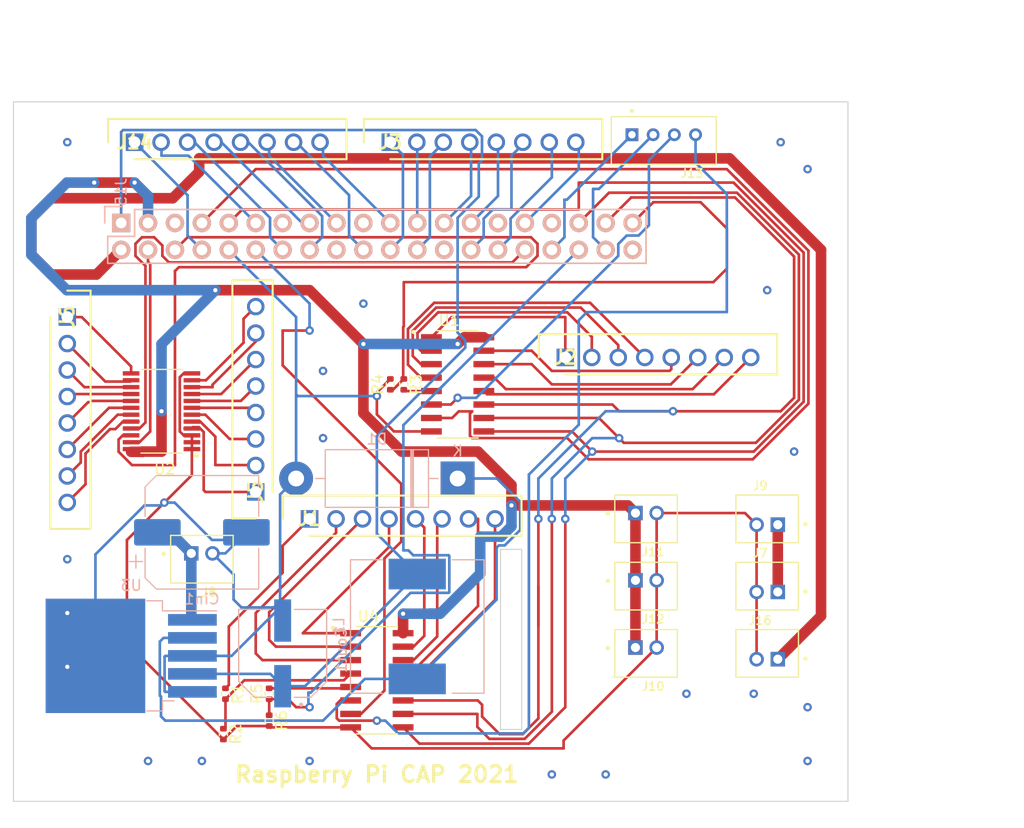
<source format=kicad_pcb>
(kicad_pcb (version 20171130) (host pcbnew "(5.1.10)-1")

  (general
    (thickness 1.6)
    (drawings 14)
    (tracks 594)
    (zones 0)
    (modules 33)
    (nets 73)
  )

  (page A4)
  (layers
    (0 F.Cu signal)
    (31 B.Cu signal)
    (32 B.Adhes user)
    (33 F.Adhes user)
    (34 B.Paste user)
    (35 F.Paste user)
    (36 B.SilkS user)
    (37 F.SilkS user)
    (38 B.Mask user)
    (39 F.Mask user)
    (40 Dwgs.User user)
    (41 Cmts.User user)
    (42 Eco1.User user)
    (43 Eco2.User user)
    (44 Edge.Cuts user)
    (45 Margin user)
    (46 B.CrtYd user)
    (47 F.CrtYd user)
    (48 B.Fab user)
    (49 F.Fab user)
  )

  (setup
    (last_trace_width 0.25)
    (user_trace_width 0.5)
    (user_trace_width 1)
    (user_trace_width 2)
    (trace_clearance 0.2)
    (zone_clearance 0.508)
    (zone_45_only no)
    (trace_min 0.2)
    (via_size 0.8)
    (via_drill 0.4)
    (via_min_size 0.4)
    (via_min_drill 0.3)
    (uvia_size 0.3)
    (uvia_drill 0.1)
    (uvias_allowed no)
    (uvia_min_size 0.2)
    (uvia_min_drill 0.1)
    (edge_width 0.05)
    (segment_width 0.2)
    (pcb_text_width 0.3)
    (pcb_text_size 1.5 1.5)
    (mod_edge_width 0.12)
    (mod_text_size 1 1)
    (mod_text_width 0.15)
    (pad_size 3.2 3.2)
    (pad_drill 1.5)
    (pad_to_mask_clearance 0)
    (aux_axis_origin 0 0)
    (visible_elements 7FFFF7FF)
    (pcbplotparams
      (layerselection 0x010fc_ffffffff)
      (usegerberextensions false)
      (usegerberattributes true)
      (usegerberadvancedattributes true)
      (creategerberjobfile true)
      (excludeedgelayer true)
      (linewidth 0.100000)
      (plotframeref false)
      (viasonmask false)
      (mode 1)
      (useauxorigin false)
      (hpglpennumber 1)
      (hpglpenspeed 20)
      (hpglpendiameter 15.000000)
      (psnegative false)
      (psa4output false)
      (plotreference true)
      (plotvalue true)
      (plotinvisibletext false)
      (padsonsilk false)
      (subtractmaskfromsilk false)
      (outputformat 1)
      (mirror false)
      (drillshape 0)
      (scaleselection 1)
      (outputdirectory "GERBER/"))
  )

  (net 0 "")
  (net 1 +6V)
  (net 2 GND)
  (net 3 "Net-(D1-Pad1)")
  (net 4 P22)
  (net 5 P21)
  (net 6 P20)
  (net 7 P19)
  (net 8 P18)
  (net 9 P17)
  (net 10 P16)
  (net 11 P15)
  (net 12 P23)
  (net 13 P24)
  (net 14 P25)
  (net 15 P26)
  (net 16 P27)
  (net 17 P28)
  (net 18 P29)
  (net 19 P30)
  (net 20 P38)
  (net 21 P37)
  (net 22 P36)
  (net 23 P35)
  (net 24 P34)
  (net 25 P33)
  (net 26 P32)
  (net 27 P31)
  (net 28 P6)
  (net 29 P5)
  (net 30 P4)
  (net 31 P2)
  (net 32 P42)
  (net 33 P14)
  (net 34 P41)
  (net 35 P39)
  (net 36 P9)
  (net 37 +3V3)
  (net 38 P8)
  (net 39 P7)
  (net 40 P45)
  (net 41 P3)
  (net 42 P1)
  (net 43 P0)
  (net 44 P13)
  (net 45 P11)
  (net 46 +5V)
  (net 47 P12)
  (net 48 P40)
  (net 49 P10)
  (net 50 "Net-(J5-Pad8)")
  (net 51 "Net-(J5-Pad7)")
  (net 52 "Net-(J5-Pad6)")
  (net 53 "Net-(J5-Pad5)")
  (net 54 "Net-(J5-Pad4)")
  (net 55 "Net-(J5-Pad3)")
  (net 56 "Net-(J5-Pad2)")
  (net 57 "Net-(J5-Pad1)")
  (net 58 "Net-(J6-Pad1)")
  (net 59 "Net-(J6-Pad2)")
  (net 60 "Net-(J6-Pad3)")
  (net 61 "Net-(J6-Pad4)")
  (net 62 "Net-(J6-Pad5)")
  (net 63 "Net-(J6-Pad6)")
  (net 64 "Net-(J6-Pad7)")
  (net 65 "Net-(J6-Pad8)")
  (net 66 P43)
  (net 67 P44)
  (net 68 "Net-(R1-Pad2)")
  (net 69 "Net-(R3-Pad2)")
  (net 70 "Net-(R5-Pad2)")
  (net 71 46)
  (net 72 +8V)

  (net_class Default "This is the default net class."
    (clearance 0.2)
    (trace_width 0.25)
    (via_dia 0.8)
    (via_drill 0.4)
    (uvia_dia 0.3)
    (uvia_drill 0.1)
    (add_net +3V3)
    (add_net +5V)
    (add_net +6V)
    (add_net +8V)
    (add_net 46)
    (add_net GND)
    (add_net "Net-(D1-Pad1)")
    (add_net "Net-(J5-Pad1)")
    (add_net "Net-(J5-Pad2)")
    (add_net "Net-(J5-Pad3)")
    (add_net "Net-(J5-Pad4)")
    (add_net "Net-(J5-Pad5)")
    (add_net "Net-(J5-Pad6)")
    (add_net "Net-(J5-Pad7)")
    (add_net "Net-(J5-Pad8)")
    (add_net "Net-(J6-Pad1)")
    (add_net "Net-(J6-Pad2)")
    (add_net "Net-(J6-Pad3)")
    (add_net "Net-(J6-Pad4)")
    (add_net "Net-(J6-Pad5)")
    (add_net "Net-(J6-Pad6)")
    (add_net "Net-(J6-Pad7)")
    (add_net "Net-(J6-Pad8)")
    (add_net "Net-(R1-Pad2)")
    (add_net "Net-(R3-Pad2)")
    (add_net "Net-(R5-Pad2)")
    (add_net P0)
    (add_net P1)
    (add_net P10)
    (add_net P11)
    (add_net P12)
    (add_net P13)
    (add_net P14)
    (add_net P15)
    (add_net P16)
    (add_net P17)
    (add_net P18)
    (add_net P19)
    (add_net P2)
    (add_net P20)
    (add_net P21)
    (add_net P22)
    (add_net P23)
    (add_net P24)
    (add_net P25)
    (add_net P26)
    (add_net P27)
    (add_net P28)
    (add_net P29)
    (add_net P3)
    (add_net P30)
    (add_net P31)
    (add_net P32)
    (add_net P33)
    (add_net P34)
    (add_net P35)
    (add_net P36)
    (add_net P37)
    (add_net P38)
    (add_net P39)
    (add_net P4)
    (add_net P40)
    (add_net P41)
    (add_net P42)
    (add_net P43)
    (add_net P44)
    (add_net P45)
    (add_net P5)
    (add_net P6)
    (add_net P7)
    (add_net P8)
    (add_net P9)
  )

  (module Cap:CAP_EEEFK1A221AL (layer B.Cu) (tedit 6194416D) (tstamp 6195498D)
    (at 66.04 83.82 90)
    (path /619D34C7)
    (fp_text reference Cout1 (at 0.325 5.535 270) (layer B.SilkS)
      (effects (font (size 1 1) (thickness 0.15)) (justify mirror))
    )
    (fp_text value EEEFK1A221AL (at 7.31 -5.535 270) (layer B.Fab)
      (effects (font (size 1 1) (thickness 0.15)) (justify mirror))
    )
    (fp_circle (center -4.85 1.75) (end -4.75 1.75) (layer B.SilkS) (width 0.2))
    (fp_circle (center -4.85 1.75) (end -4.75 1.75) (layer B.Fab) (width 0.2))
    (fp_line (start -5.35 -1.05) (end -5.35 1.05) (layer B.CrtYd) (width 0.05))
    (fp_line (start -4.4 -1.05) (end -5.35 -1.05) (layer B.CrtYd) (width 0.05))
    (fp_line (start -4.4 -2.775) (end -4.4 -1.05) (layer B.CrtYd) (width 0.05))
    (fp_line (start -2.775 -4.4) (end -4.4 -2.775) (layer B.CrtYd) (width 0.05))
    (fp_line (start 4.4 -4.4) (end -2.775 -4.4) (layer B.CrtYd) (width 0.05))
    (fp_line (start 4.4 -1.05) (end 4.4 -4.4) (layer B.CrtYd) (width 0.05))
    (fp_line (start 5.35 -1.05) (end 4.4 -1.05) (layer B.CrtYd) (width 0.05))
    (fp_line (start 5.35 1.05) (end 5.35 -1.05) (layer B.CrtYd) (width 0.05))
    (fp_line (start 4.4 1.05) (end 5.35 1.05) (layer B.CrtYd) (width 0.05))
    (fp_line (start 4.4 4.4) (end 4.4 1.05) (layer B.CrtYd) (width 0.05))
    (fp_line (start -2.775 4.4) (end 4.4 4.4) (layer B.CrtYd) (width 0.05))
    (fp_line (start -4.4 2.775) (end -2.775 4.4) (layer B.CrtYd) (width 0.05))
    (fp_line (start -4.4 1.05) (end -4.4 2.775) (layer B.CrtYd) (width 0.05))
    (fp_line (start -5.35 1.05) (end -4.4 1.05) (layer B.CrtYd) (width 0.05))
    (fp_line (start 4.15 -4.15) (end 4.15 -1.12) (layer B.SilkS) (width 0.127))
    (fp_line (start 4.15 1.12) (end 4.15 4.15) (layer B.SilkS) (width 0.127))
    (fp_line (start -4.15 -1.12) (end -4.15 -2.65) (layer B.SilkS) (width 0.127))
    (fp_line (start -4.15 2.65) (end -4.15 1.12) (layer B.SilkS) (width 0.127))
    (fp_line (start -2.65 4.15) (end -4.15 2.65) (layer B.SilkS) (width 0.127))
    (fp_line (start 4.15 4.15) (end -2.65 4.15) (layer B.SilkS) (width 0.127))
    (fp_line (start -2.65 -4.15) (end 4.15 -4.15) (layer B.SilkS) (width 0.127))
    (fp_line (start -4.15 -2.65) (end -2.65 -4.15) (layer B.SilkS) (width 0.127))
    (fp_line (start -2.65 4.15) (end -4.15 2.65) (layer B.Fab) (width 0.127))
    (fp_line (start 4.15 4.15) (end -2.65 4.15) (layer B.Fab) (width 0.127))
    (fp_line (start 4.15 -4.15) (end 4.15 4.15) (layer B.Fab) (width 0.127))
    (fp_line (start -2.65 -4.15) (end 4.15 -4.15) (layer B.Fab) (width 0.127))
    (fp_line (start -4.15 -2.65) (end -2.65 -4.15) (layer B.Fab) (width 0.127))
    (fp_line (start -4.15 2.65) (end -4.15 -2.65) (layer B.Fab) (width 0.127))
    (pad 2 smd rect (at 3.1 0 90) (size 4 1.6) (layers B.Cu B.Paste B.Mask)
      (net 2 GND))
    (pad 1 smd rect (at -3.1 0 90) (size 4 1.6) (layers B.Cu B.Paste B.Mask)
      (net 71 46))
  )

  (module Capacitor_SMD:CP_Elec_10x10.5 (layer B.Cu) (tedit 5BCA39D1) (tstamp 61884D25)
    (at 58.42 72.39)
    (descr "SMD capacitor, aluminum electrolytic, Vishay 1010, 10.0x10.5mm, http://www.vishay.com/docs/28395/150crz.pdf")
    (tags "capacitor electrolytic")
    (path /616AA738)
    (attr smd)
    (fp_text reference Cin1 (at 0 6.3) (layer B.SilkS)
      (effects (font (size 1 1) (thickness 0.15)) (justify mirror))
    )
    (fp_text value 680uF (at 0 -6.3) (layer B.Fab)
      (effects (font (size 1 1) (thickness 0.15)) (justify mirror))
    )
    (fp_line (start -6.65 -1.5) (end -5.5 -1.5) (layer B.CrtYd) (width 0.05))
    (fp_line (start -6.65 1.5) (end -6.65 -1.5) (layer B.CrtYd) (width 0.05))
    (fp_line (start -5.5 1.5) (end -6.65 1.5) (layer B.CrtYd) (width 0.05))
    (fp_line (start -5.5 -1.5) (end -5.5 -4.35) (layer B.CrtYd) (width 0.05))
    (fp_line (start -5.5 4.35) (end -5.5 1.5) (layer B.CrtYd) (width 0.05))
    (fp_line (start -5.5 4.35) (end -4.35 5.5) (layer B.CrtYd) (width 0.05))
    (fp_line (start -5.5 -4.35) (end -4.35 -5.5) (layer B.CrtYd) (width 0.05))
    (fp_line (start -4.35 5.5) (end 5.5 5.5) (layer B.CrtYd) (width 0.05))
    (fp_line (start -4.35 -5.5) (end 5.5 -5.5) (layer B.CrtYd) (width 0.05))
    (fp_line (start 5.5 -1.5) (end 5.5 -5.5) (layer B.CrtYd) (width 0.05))
    (fp_line (start 6.65 -1.5) (end 5.5 -1.5) (layer B.CrtYd) (width 0.05))
    (fp_line (start 6.65 1.5) (end 6.65 -1.5) (layer B.CrtYd) (width 0.05))
    (fp_line (start 5.5 1.5) (end 6.65 1.5) (layer B.CrtYd) (width 0.05))
    (fp_line (start 5.5 5.5) (end 5.5 1.5) (layer B.CrtYd) (width 0.05))
    (fp_line (start -6.225 3.385) (end -6.225 2.135) (layer B.SilkS) (width 0.12))
    (fp_line (start -6.85 2.76) (end -5.6 2.76) (layer B.SilkS) (width 0.12))
    (fp_line (start -5.36 -4.295563) (end -4.295563 -5.36) (layer B.SilkS) (width 0.12))
    (fp_line (start -5.36 4.295563) (end -4.295563 5.36) (layer B.SilkS) (width 0.12))
    (fp_line (start -5.36 4.295563) (end -5.36 1.51) (layer B.SilkS) (width 0.12))
    (fp_line (start -5.36 -4.295563) (end -5.36 -1.51) (layer B.SilkS) (width 0.12))
    (fp_line (start -4.295563 -5.36) (end 5.36 -5.36) (layer B.SilkS) (width 0.12))
    (fp_line (start -4.295563 5.36) (end 5.36 5.36) (layer B.SilkS) (width 0.12))
    (fp_line (start 5.36 5.36) (end 5.36 1.51) (layer B.SilkS) (width 0.12))
    (fp_line (start 5.36 -5.36) (end 5.36 -1.51) (layer B.SilkS) (width 0.12))
    (fp_line (start -4.058325 2.2) (end -4.058325 1.2) (layer B.Fab) (width 0.1))
    (fp_line (start -4.558325 1.7) (end -3.558325 1.7) (layer B.Fab) (width 0.1))
    (fp_line (start -5.25 -4.25) (end -4.25 -5.25) (layer B.Fab) (width 0.1))
    (fp_line (start -5.25 4.25) (end -4.25 5.25) (layer B.Fab) (width 0.1))
    (fp_line (start -5.25 4.25) (end -5.25 -4.25) (layer B.Fab) (width 0.1))
    (fp_line (start -4.25 -5.25) (end 5.25 -5.25) (layer B.Fab) (width 0.1))
    (fp_line (start -4.25 5.25) (end 5.25 5.25) (layer B.Fab) (width 0.1))
    (fp_line (start 5.25 5.25) (end 5.25 -5.25) (layer B.Fab) (width 0.1))
    (fp_circle (center 0 0) (end 5 0) (layer B.Fab) (width 0.1))
    (fp_text user %R (at 0 0) (layer B.Fab)
      (effects (font (size 1 1) (thickness 0.15)) (justify mirror))
    )
    (pad 2 smd roundrect (at 4.2 0) (size 4.4 2.5) (layers B.Cu B.Paste B.Mask) (roundrect_rratio 0.1)
      (net 2 GND))
    (pad 1 smd roundrect (at -4.2 0) (size 4.4 2.5) (layers B.Cu B.Paste B.Mask) (roundrect_rratio 0.1)
      (net 72 +8V))
    (model ${KISYS3DMOD}/Capacitor_SMD.3dshapes/CP_Elec_10x10.5.wrl
      (at (xyz 0 0 0))
      (scale (xyz 1 1 1))
      (rotate (xyz 0 0 0))
    )
  )

  (module "B2B:JST_B2B-PH-K-S(LF)(SN)" (layer F.Cu) (tedit 6194362C) (tstamp 61949A8B)
    (at 111.76 77.47)
    (path /61956979)
    (fp_text reference J7 (at -0.660995 -3.112685) (layer F.SilkS)
      (effects (font (size 0.801205 0.801205) (thickness 0.15)))
    )
    (fp_text value "B2B-PH-K-S(LF)(SN)" (at 7.87935 3.093295) (layer F.Fab)
      (effects (font (size 0.800339 0.800339) (thickness 0.15)))
    )
    (fp_circle (center 3.6 0.5) (end 3.7 0.5) (layer F.Fab) (width 0.2))
    (fp_circle (center 3.6 0.5) (end 3.7 0.5) (layer F.SilkS) (width 0.2))
    (fp_line (start 3.2 2.5) (end -3.2 2.5) (layer F.CrtYd) (width 0.05))
    (fp_line (start 3.2 -2.5) (end 3.2 2.5) (layer F.CrtYd) (width 0.05))
    (fp_line (start -3.2 -2.5) (end 3.2 -2.5) (layer F.CrtYd) (width 0.05))
    (fp_line (start -3.2 2.5) (end -3.2 -2.5) (layer F.CrtYd) (width 0.05))
    (fp_line (start -2.95 2.25) (end -2.95 -2.25) (layer F.SilkS) (width 0.127))
    (fp_line (start 2.95 2.25) (end -2.95 2.25) (layer F.SilkS) (width 0.127))
    (fp_line (start 2.95 -2.25) (end 2.95 2.25) (layer F.SilkS) (width 0.127))
    (fp_line (start -2.95 -2.25) (end 2.95 -2.25) (layer F.SilkS) (width 0.127))
    (fp_line (start 2.95 2.25) (end -2.95 2.25) (layer F.Fab) (width 0.127))
    (fp_line (start 2.95 -2.25) (end 2.95 2.25) (layer F.Fab) (width 0.127))
    (fp_line (start -2.95 -2.25) (end 2.95 -2.25) (layer F.Fab) (width 0.127))
    (fp_line (start -2.95 2.25) (end -2.95 -2.25) (layer F.Fab) (width 0.127))
    (pad 2 thru_hole circle (at -1 0.55) (size 1.368 1.368) (drill 0.86) (layers *.Cu *.Mask)
      (net 2 GND))
    (pad 1 thru_hole rect (at 1 0.55) (size 1.368 1.368) (drill 0.86) (layers *.Cu *.Mask)
      (net 1 +6V))
  )

  (module "B2B:JST_B2B-PH-K-S(LF)(SN)" (layer F.Cu) (tedit 6194362C) (tstamp 6194B6C0)
    (at 111.76 83.82)
    (path /6198495D)
    (fp_text reference J16 (at -0.660995 -3.112685) (layer F.SilkS)
      (effects (font (size 0.801205 0.801205) (thickness 0.15)))
    )
    (fp_text value "B2B-PH-K-S(LF)(SN)" (at 7.87935 3.093295) (layer F.Fab)
      (effects (font (size 0.800339 0.800339) (thickness 0.15)))
    )
    (fp_circle (center 3.6 0.5) (end 3.7 0.5) (layer F.Fab) (width 0.2))
    (fp_circle (center 3.6 0.5) (end 3.7 0.5) (layer F.SilkS) (width 0.2))
    (fp_line (start 3.2 2.5) (end -3.2 2.5) (layer F.CrtYd) (width 0.05))
    (fp_line (start 3.2 -2.5) (end 3.2 2.5) (layer F.CrtYd) (width 0.05))
    (fp_line (start -3.2 -2.5) (end 3.2 -2.5) (layer F.CrtYd) (width 0.05))
    (fp_line (start -3.2 2.5) (end -3.2 -2.5) (layer F.CrtYd) (width 0.05))
    (fp_line (start -2.95 2.25) (end -2.95 -2.25) (layer F.SilkS) (width 0.127))
    (fp_line (start 2.95 2.25) (end -2.95 2.25) (layer F.SilkS) (width 0.127))
    (fp_line (start 2.95 -2.25) (end 2.95 2.25) (layer F.SilkS) (width 0.127))
    (fp_line (start -2.95 -2.25) (end 2.95 -2.25) (layer F.SilkS) (width 0.127))
    (fp_line (start 2.95 2.25) (end -2.95 2.25) (layer F.Fab) (width 0.127))
    (fp_line (start 2.95 -2.25) (end 2.95 2.25) (layer F.Fab) (width 0.127))
    (fp_line (start -2.95 -2.25) (end 2.95 -2.25) (layer F.Fab) (width 0.127))
    (fp_line (start -2.95 2.25) (end -2.95 -2.25) (layer F.Fab) (width 0.127))
    (pad 2 thru_hole circle (at -1 0.55) (size 1.368 1.368) (drill 0.86) (layers *.Cu *.Mask)
      (net 2 GND))
    (pad 1 thru_hole rect (at 1 0.55) (size 1.368 1.368) (drill 0.86) (layers *.Cu *.Mask)
      (net 37 +3V3))
  )

  (module "B2B:JST_B2B-PH-K-S(LF)(SN)" (layer F.Cu) (tedit 6194362C) (tstamp 61949AEF)
    (at 100.33 77.47 180)
    (path /61965B2F)
    (fp_text reference J12 (at -0.660995 -3.112685) (layer F.SilkS)
      (effects (font (size 0.801205 0.801205) (thickness 0.15)))
    )
    (fp_text value "B2B-PH-K-S(LF)(SN)" (at 7.87935 3.093295) (layer F.Fab)
      (effects (font (size 0.800339 0.800339) (thickness 0.15)))
    )
    (fp_circle (center 3.6 0.5) (end 3.7 0.5) (layer F.Fab) (width 0.2))
    (fp_circle (center 3.6 0.5) (end 3.7 0.5) (layer F.SilkS) (width 0.2))
    (fp_line (start 3.2 2.5) (end -3.2 2.5) (layer F.CrtYd) (width 0.05))
    (fp_line (start 3.2 -2.5) (end 3.2 2.5) (layer F.CrtYd) (width 0.05))
    (fp_line (start -3.2 -2.5) (end 3.2 -2.5) (layer F.CrtYd) (width 0.05))
    (fp_line (start -3.2 2.5) (end -3.2 -2.5) (layer F.CrtYd) (width 0.05))
    (fp_line (start -2.95 2.25) (end -2.95 -2.25) (layer F.SilkS) (width 0.127))
    (fp_line (start 2.95 2.25) (end -2.95 2.25) (layer F.SilkS) (width 0.127))
    (fp_line (start 2.95 -2.25) (end 2.95 2.25) (layer F.SilkS) (width 0.127))
    (fp_line (start -2.95 -2.25) (end 2.95 -2.25) (layer F.SilkS) (width 0.127))
    (fp_line (start 2.95 2.25) (end -2.95 2.25) (layer F.Fab) (width 0.127))
    (fp_line (start 2.95 -2.25) (end 2.95 2.25) (layer F.Fab) (width 0.127))
    (fp_line (start -2.95 -2.25) (end 2.95 -2.25) (layer F.Fab) (width 0.127))
    (fp_line (start -2.95 2.25) (end -2.95 -2.25) (layer F.Fab) (width 0.127))
    (pad 2 thru_hole circle (at -1 0.55 180) (size 1.368 1.368) (drill 0.86) (layers *.Cu *.Mask)
      (net 2 GND))
    (pad 1 thru_hole rect (at 1 0.55 180) (size 1.368 1.368) (drill 0.86) (layers *.Cu *.Mask)
      (net 46 +5V))
  )

  (module "B2B:JST_B2B-PH-K-S(LF)(SN)" (layer F.Cu) (tedit 6194362C) (tstamp 61949ADB)
    (at 100.33 71.12 180)
    (path /619653CE)
    (fp_text reference J11 (at -0.660995 -3.112685) (layer F.SilkS)
      (effects (font (size 0.801205 0.801205) (thickness 0.15)))
    )
    (fp_text value "B2B-PH-K-S(LF)(SN)" (at 7.87935 3.093295) (layer F.Fab)
      (effects (font (size 0.800339 0.800339) (thickness 0.15)))
    )
    (fp_circle (center 3.6 0.5) (end 3.7 0.5) (layer F.Fab) (width 0.2))
    (fp_circle (center 3.6 0.5) (end 3.7 0.5) (layer F.SilkS) (width 0.2))
    (fp_line (start 3.2 2.5) (end -3.2 2.5) (layer F.CrtYd) (width 0.05))
    (fp_line (start 3.2 -2.5) (end 3.2 2.5) (layer F.CrtYd) (width 0.05))
    (fp_line (start -3.2 -2.5) (end 3.2 -2.5) (layer F.CrtYd) (width 0.05))
    (fp_line (start -3.2 2.5) (end -3.2 -2.5) (layer F.CrtYd) (width 0.05))
    (fp_line (start -2.95 2.25) (end -2.95 -2.25) (layer F.SilkS) (width 0.127))
    (fp_line (start 2.95 2.25) (end -2.95 2.25) (layer F.SilkS) (width 0.127))
    (fp_line (start 2.95 -2.25) (end 2.95 2.25) (layer F.SilkS) (width 0.127))
    (fp_line (start -2.95 -2.25) (end 2.95 -2.25) (layer F.SilkS) (width 0.127))
    (fp_line (start 2.95 2.25) (end -2.95 2.25) (layer F.Fab) (width 0.127))
    (fp_line (start 2.95 -2.25) (end 2.95 2.25) (layer F.Fab) (width 0.127))
    (fp_line (start -2.95 -2.25) (end 2.95 -2.25) (layer F.Fab) (width 0.127))
    (fp_line (start -2.95 2.25) (end -2.95 -2.25) (layer F.Fab) (width 0.127))
    (pad 2 thru_hole circle (at -1 0.55 180) (size 1.368 1.368) (drill 0.86) (layers *.Cu *.Mask)
      (net 2 GND))
    (pad 1 thru_hole rect (at 1 0.55 180) (size 1.368 1.368) (drill 0.86) (layers *.Cu *.Mask)
      (net 46 +5V))
  )

  (module "B2B:JST_B2B-PH-K-S(LF)(SN)" (layer F.Cu) (tedit 6194362C) (tstamp 61949AC7)
    (at 100.33 83.82 180)
    (path /61963C45)
    (fp_text reference J10 (at -0.660995 -3.112685) (layer F.SilkS)
      (effects (font (size 0.801205 0.801205) (thickness 0.15)))
    )
    (fp_text value "B2B-PH-K-S(LF)(SN)" (at 7.87935 3.093295) (layer F.Fab)
      (effects (font (size 0.800339 0.800339) (thickness 0.15)))
    )
    (fp_circle (center 3.6 0.5) (end 3.7 0.5) (layer F.Fab) (width 0.2))
    (fp_circle (center 3.6 0.5) (end 3.7 0.5) (layer F.SilkS) (width 0.2))
    (fp_line (start 3.2 2.5) (end -3.2 2.5) (layer F.CrtYd) (width 0.05))
    (fp_line (start 3.2 -2.5) (end 3.2 2.5) (layer F.CrtYd) (width 0.05))
    (fp_line (start -3.2 -2.5) (end 3.2 -2.5) (layer F.CrtYd) (width 0.05))
    (fp_line (start -3.2 2.5) (end -3.2 -2.5) (layer F.CrtYd) (width 0.05))
    (fp_line (start -2.95 2.25) (end -2.95 -2.25) (layer F.SilkS) (width 0.127))
    (fp_line (start 2.95 2.25) (end -2.95 2.25) (layer F.SilkS) (width 0.127))
    (fp_line (start 2.95 -2.25) (end 2.95 2.25) (layer F.SilkS) (width 0.127))
    (fp_line (start -2.95 -2.25) (end 2.95 -2.25) (layer F.SilkS) (width 0.127))
    (fp_line (start 2.95 2.25) (end -2.95 2.25) (layer F.Fab) (width 0.127))
    (fp_line (start 2.95 -2.25) (end 2.95 2.25) (layer F.Fab) (width 0.127))
    (fp_line (start -2.95 -2.25) (end 2.95 -2.25) (layer F.Fab) (width 0.127))
    (fp_line (start -2.95 2.25) (end -2.95 -2.25) (layer F.Fab) (width 0.127))
    (pad 2 thru_hole circle (at -1 0.55 180) (size 1.368 1.368) (drill 0.86) (layers *.Cu *.Mask)
      (net 2 GND))
    (pad 1 thru_hole rect (at 1 0.55 180) (size 1.368 1.368) (drill 0.86) (layers *.Cu *.Mask)
      (net 46 +5V))
  )

  (module "B2B:JST_B2B-PH-K-S(LF)(SN)" (layer F.Cu) (tedit 6194362C) (tstamp 61949AB3)
    (at 111.76 71.12)
    (path /61962CFC)
    (fp_text reference J9 (at -0.660995 -3.112685) (layer F.SilkS)
      (effects (font (size 0.801205 0.801205) (thickness 0.15)))
    )
    (fp_text value "B2B-PH-K-S(LF)(SN)" (at 7.87935 3.093295) (layer F.Fab)
      (effects (font (size 0.800339 0.800339) (thickness 0.15)))
    )
    (fp_circle (center 3.6 0.5) (end 3.7 0.5) (layer F.Fab) (width 0.2))
    (fp_circle (center 3.6 0.5) (end 3.7 0.5) (layer F.SilkS) (width 0.2))
    (fp_line (start 3.2 2.5) (end -3.2 2.5) (layer F.CrtYd) (width 0.05))
    (fp_line (start 3.2 -2.5) (end 3.2 2.5) (layer F.CrtYd) (width 0.05))
    (fp_line (start -3.2 -2.5) (end 3.2 -2.5) (layer F.CrtYd) (width 0.05))
    (fp_line (start -3.2 2.5) (end -3.2 -2.5) (layer F.CrtYd) (width 0.05))
    (fp_line (start -2.95 2.25) (end -2.95 -2.25) (layer F.SilkS) (width 0.127))
    (fp_line (start 2.95 2.25) (end -2.95 2.25) (layer F.SilkS) (width 0.127))
    (fp_line (start 2.95 -2.25) (end 2.95 2.25) (layer F.SilkS) (width 0.127))
    (fp_line (start -2.95 -2.25) (end 2.95 -2.25) (layer F.SilkS) (width 0.127))
    (fp_line (start 2.95 2.25) (end -2.95 2.25) (layer F.Fab) (width 0.127))
    (fp_line (start 2.95 -2.25) (end 2.95 2.25) (layer F.Fab) (width 0.127))
    (fp_line (start -2.95 -2.25) (end 2.95 -2.25) (layer F.Fab) (width 0.127))
    (fp_line (start -2.95 2.25) (end -2.95 -2.25) (layer F.Fab) (width 0.127))
    (pad 2 thru_hole circle (at -1 0.55) (size 1.368 1.368) (drill 0.86) (layers *.Cu *.Mask)
      (net 2 GND))
    (pad 1 thru_hole rect (at 1 0.55) (size 1.368 1.368) (drill 0.86) (layers *.Cu *.Mask)
      (net 1 +6V))
  )

  (module "B2B:JST_B2B-PH-K-S(LF)(SN)" (layer F.Cu) (tedit 6194362C) (tstamp 61949A9F)
    (at 58.42 74.93 180)
    (path /61960C9E)
    (fp_text reference J8 (at -0.660995 -3.112685) (layer F.SilkS)
      (effects (font (size 0.801205 0.801205) (thickness 0.15)))
    )
    (fp_text value "B2B-PH-K-S(LF)(SN)" (at 7.87935 3.093295) (layer F.Fab)
      (effects (font (size 0.800339 0.800339) (thickness 0.15)))
    )
    (fp_circle (center 3.6 0.5) (end 3.7 0.5) (layer F.Fab) (width 0.2))
    (fp_circle (center 3.6 0.5) (end 3.7 0.5) (layer F.SilkS) (width 0.2))
    (fp_line (start 3.2 2.5) (end -3.2 2.5) (layer F.CrtYd) (width 0.05))
    (fp_line (start 3.2 -2.5) (end 3.2 2.5) (layer F.CrtYd) (width 0.05))
    (fp_line (start -3.2 -2.5) (end 3.2 -2.5) (layer F.CrtYd) (width 0.05))
    (fp_line (start -3.2 2.5) (end -3.2 -2.5) (layer F.CrtYd) (width 0.05))
    (fp_line (start -2.95 2.25) (end -2.95 -2.25) (layer F.SilkS) (width 0.127))
    (fp_line (start 2.95 2.25) (end -2.95 2.25) (layer F.SilkS) (width 0.127))
    (fp_line (start 2.95 -2.25) (end 2.95 2.25) (layer F.SilkS) (width 0.127))
    (fp_line (start -2.95 -2.25) (end 2.95 -2.25) (layer F.SilkS) (width 0.127))
    (fp_line (start 2.95 2.25) (end -2.95 2.25) (layer F.Fab) (width 0.127))
    (fp_line (start 2.95 -2.25) (end 2.95 2.25) (layer F.Fab) (width 0.127))
    (fp_line (start -2.95 -2.25) (end 2.95 -2.25) (layer F.Fab) (width 0.127))
    (fp_line (start -2.95 2.25) (end -2.95 -2.25) (layer F.Fab) (width 0.127))
    (pad 2 thru_hole circle (at -1 0.55 180) (size 1.368 1.368) (drill 0.86) (layers *.Cu *.Mask)
      (net 2 GND))
    (pad 1 thru_hole rect (at 1 0.55 180) (size 1.368 1.368) (drill 0.86) (layers *.Cu *.Mask)
      (net 72 +8V))
  )

  (module Inductor_SMD:L_12x12mm_H8mm (layer B.Cu) (tedit 5990349C) (tstamp 61884F0F)
    (at 78.74 81.28 270)
    (descr "Choke, SMD, 12x12mm 8mm height")
    (tags "Choke SMD")
    (path /616AC7AA)
    (attr smd)
    (fp_text reference L1 (at 0 7.4 90) (layer B.SilkS)
      (effects (font (size 1 1) (thickness 0.15)) (justify mirror))
    )
    (fp_text value 33uH (at 0 -7.6 90) (layer B.Fab)
      (effects (font (size 1 1) (thickness 0.15)) (justify mirror))
    )
    (fp_line (start 6.3 -3.3) (end 6.3 -6.3) (layer B.SilkS) (width 0.12))
    (fp_line (start 6.3 -6.3) (end -6.3 -6.3) (layer B.SilkS) (width 0.12))
    (fp_line (start -6.3 -6.3) (end -6.3 -3.3) (layer B.SilkS) (width 0.12))
    (fp_line (start -6.3 3.3) (end -6.3 6.3) (layer B.SilkS) (width 0.12))
    (fp_line (start -6.3 6.3) (end 6.3 6.3) (layer B.SilkS) (width 0.12))
    (fp_line (start 6.3 6.3) (end 6.3 3.3) (layer B.SilkS) (width 0.12))
    (fp_line (start -6.86 6.6) (end 6.86 6.6) (layer B.CrtYd) (width 0.05))
    (fp_line (start 6.86 6.6) (end 6.86 -6.6) (layer B.CrtYd) (width 0.05))
    (fp_line (start 6.86 -6.6) (end -6.86 -6.6) (layer B.CrtYd) (width 0.05))
    (fp_line (start -6.86 -6.6) (end -6.86 6.6) (layer B.CrtYd) (width 0.05))
    (fp_line (start 4.9 -3.3) (end 5 -3.4) (layer B.Fab) (width 0.1))
    (fp_line (start 5 -3.4) (end 5.1 -3.8) (layer B.Fab) (width 0.1))
    (fp_line (start 5.1 -3.8) (end 5 -4.3) (layer B.Fab) (width 0.1))
    (fp_line (start 5 -4.3) (end 4.8 -4.6) (layer B.Fab) (width 0.1))
    (fp_line (start 4.8 -4.6) (end 4.5 -5) (layer B.Fab) (width 0.1))
    (fp_line (start 4.5 -5) (end 4 -5.1) (layer B.Fab) (width 0.1))
    (fp_line (start 4 -5.1) (end 3.5 -5) (layer B.Fab) (width 0.1))
    (fp_line (start 3.5 -5) (end 3.1 -4.7) (layer B.Fab) (width 0.1))
    (fp_line (start 3.1 -4.7) (end 3 -4.6) (layer B.Fab) (width 0.1))
    (fp_line (start 3 -4.6) (end 2.4 -5) (layer B.Fab) (width 0.1))
    (fp_line (start 2.4 -5) (end 1.6 -5.3) (layer B.Fab) (width 0.1))
    (fp_line (start 1.6 -5.3) (end 0.6 -5.5) (layer B.Fab) (width 0.1))
    (fp_line (start 0.6 -5.5) (end -0.6 -5.5) (layer B.Fab) (width 0.1))
    (fp_line (start -0.6 -5.5) (end -1.5 -5.3) (layer B.Fab) (width 0.1))
    (fp_line (start -1.5 -5.3) (end -2.1 -5.1) (layer B.Fab) (width 0.1))
    (fp_line (start -2.1 -5.1) (end -2.6 -4.9) (layer B.Fab) (width 0.1))
    (fp_line (start -2.6 -4.9) (end -3 -4.7) (layer B.Fab) (width 0.1))
    (fp_line (start -3 -4.7) (end -3.3 -4.9) (layer B.Fab) (width 0.1))
    (fp_line (start -3.3 -4.9) (end -3.9 -5.1) (layer B.Fab) (width 0.1))
    (fp_line (start -3.9 -5.1) (end -4.3 -5) (layer B.Fab) (width 0.1))
    (fp_line (start -4.3 -5) (end -4.6 -4.8) (layer B.Fab) (width 0.1))
    (fp_line (start -4.6 -4.8) (end -4.9 -4.6) (layer B.Fab) (width 0.1))
    (fp_line (start -4.9 -4.6) (end -5.1 -4.1) (layer B.Fab) (width 0.1))
    (fp_line (start -5.1 -4.1) (end -5 -3.6) (layer B.Fab) (width 0.1))
    (fp_line (start -5 -3.6) (end -4.8 -3.2) (layer B.Fab) (width 0.1))
    (fp_line (start 4.9 3.3) (end 5 3.6) (layer B.Fab) (width 0.1))
    (fp_line (start 5 3.6) (end 5.1 4) (layer B.Fab) (width 0.1))
    (fp_line (start 5.1 4) (end 5 4.3) (layer B.Fab) (width 0.1))
    (fp_line (start 5 4.3) (end 4.8 4.7) (layer B.Fab) (width 0.1))
    (fp_line (start 4.8 4.7) (end 4.5 4.9) (layer B.Fab) (width 0.1))
    (fp_line (start 4.5 4.9) (end 4.2 5.1) (layer B.Fab) (width 0.1))
    (fp_line (start 4.2 5.1) (end 3.9 5.1) (layer B.Fab) (width 0.1))
    (fp_line (start 3.9 5.1) (end 3.6 5) (layer B.Fab) (width 0.1))
    (fp_line (start 3.6 5) (end 3.3 4.9) (layer B.Fab) (width 0.1))
    (fp_line (start 3.3 4.9) (end 3 4.6) (layer B.Fab) (width 0.1))
    (fp_line (start 3 4.6) (end 2.6 4.9) (layer B.Fab) (width 0.1))
    (fp_line (start 2.6 4.9) (end 2.2 5.1) (layer B.Fab) (width 0.1))
    (fp_line (start 2.2 5.1) (end 1.7 5.3) (layer B.Fab) (width 0.1))
    (fp_line (start 1.7 5.3) (end 0.9 5.5) (layer B.Fab) (width 0.1))
    (fp_line (start 0.9 5.5) (end 0 5.6) (layer B.Fab) (width 0.1))
    (fp_line (start 0 5.6) (end -0.8 5.5) (layer B.Fab) (width 0.1))
    (fp_line (start -0.8 5.5) (end -1.7 5.3) (layer B.Fab) (width 0.1))
    (fp_line (start -1.7 5.3) (end -2.6 4.9) (layer B.Fab) (width 0.1))
    (fp_line (start -2.6 4.9) (end -3 4.7) (layer B.Fab) (width 0.1))
    (fp_line (start -3 4.7) (end -3.3 4.9) (layer B.Fab) (width 0.1))
    (fp_line (start -3.3 4.9) (end -3.7 5.1) (layer B.Fab) (width 0.1))
    (fp_line (start -3.7 5.1) (end -4.2 5) (layer B.Fab) (width 0.1))
    (fp_line (start -4.2 5) (end -4.6 4.8) (layer B.Fab) (width 0.1))
    (fp_line (start -4.6 4.8) (end -4.9 4.5) (layer B.Fab) (width 0.1))
    (fp_line (start -4.9 4.5) (end -5.1 4) (layer B.Fab) (width 0.1))
    (fp_line (start -5.1 4) (end -5 3.5) (layer B.Fab) (width 0.1))
    (fp_line (start -5 3.5) (end -4.8 3.2) (layer B.Fab) (width 0.1))
    (fp_line (start -6.2 -3.3) (end -6.2 -6.2) (layer B.Fab) (width 0.1))
    (fp_line (start -6.2 -6.2) (end 6.2 -6.2) (layer B.Fab) (width 0.1))
    (fp_line (start 6.2 -6.2) (end 6.2 -3.3) (layer B.Fab) (width 0.1))
    (fp_line (start 6.2 6.2) (end -6.2 6.2) (layer B.Fab) (width 0.1))
    (fp_line (start -6.2 6.2) (end -6.2 3.3) (layer B.Fab) (width 0.1))
    (fp_line (start 6.2 6.2) (end 6.2 3.3) (layer B.Fab) (width 0.1))
    (fp_circle (center 0 0) (end 0.9 0) (layer B.Adhes) (width 0.38))
    (fp_circle (center 0 0) (end 0.55 0) (layer B.Adhes) (width 0.38))
    (fp_circle (center 0 0) (end 0.15 -0.15) (layer B.Adhes) (width 0.38))
    (fp_circle (center -2.1 -3) (end -1.8 -3.25) (layer B.Fab) (width 0.1))
    (fp_text user %R (at 0 0 90) (layer B.Fab)
      (effects (font (size 1 1) (thickness 0.15)) (justify mirror))
    )
    (pad 1 smd rect (at -4.95 0 270) (size 2.9 5.4) (layers B.Cu B.Paste B.Mask)
      (net 71 46))
    (pad 2 smd rect (at 4.95 0 270) (size 2.9 5.4) (layers B.Cu B.Paste B.Mask)
      (net 3 "Net-(D1-Pad1)"))
    (model ${KISYS3DMOD}/Inductor_SMD.3dshapes/L_12x12mm_H8mm.wrl
      (at (xyz 0 0 0))
      (scale (xyz 1 1 1))
      (rotate (xyz 0 0 0))
    )
  )

  (module Diode_THT:D_DO-201AD_P15.24mm_Horizontal (layer B.Cu) (tedit 6194351F) (tstamp 6193796B)
    (at 82.55 67.31 180)
    (descr "Diode, DO-201AD series, Axial, Horizontal, pin pitch=15.24mm, , length*diameter=9.5*5.2mm^2, , http://www.diodes.com/_files/packages/DO-201AD.pdf")
    (tags "Diode DO-201AD series Axial Horizontal pin pitch 15.24mm  length 9.5mm diameter 5.2mm")
    (path /617C6F93)
    (fp_text reference D1 (at 7.62 3.72) (layer B.SilkS)
      (effects (font (size 1 1) (thickness 0.15)) (justify mirror))
    )
    (fp_text value 1N5821 (at 7.62 -3.72) (layer B.Fab)
      (effects (font (size 1 1) (thickness 0.15)) (justify mirror))
    )
    (fp_line (start 2.87 2.6) (end 2.87 -2.6) (layer B.Fab) (width 0.1))
    (fp_line (start 2.87 -2.6) (end 12.37 -2.6) (layer B.Fab) (width 0.1))
    (fp_line (start 12.37 -2.6) (end 12.37 2.6) (layer B.Fab) (width 0.1))
    (fp_line (start 12.37 2.6) (end 2.87 2.6) (layer B.Fab) (width 0.1))
    (fp_line (start 0 0) (end 2.87 0) (layer B.Fab) (width 0.1))
    (fp_line (start 15.24 0) (end 12.37 0) (layer B.Fab) (width 0.1))
    (fp_line (start 4.295 2.6) (end 4.295 -2.6) (layer B.Fab) (width 0.1))
    (fp_line (start 4.395 2.6) (end 4.395 -2.6) (layer B.Fab) (width 0.1))
    (fp_line (start 4.195 2.6) (end 4.195 -2.6) (layer B.Fab) (width 0.1))
    (fp_line (start 2.75 2.72) (end 2.75 -2.72) (layer B.SilkS) (width 0.12))
    (fp_line (start 2.75 -2.72) (end 12.49 -2.72) (layer B.SilkS) (width 0.12))
    (fp_line (start 12.49 -2.72) (end 12.49 2.72) (layer B.SilkS) (width 0.12))
    (fp_line (start 12.49 2.72) (end 2.75 2.72) (layer B.SilkS) (width 0.12))
    (fp_line (start 1.84 0) (end 2.75 0) (layer B.SilkS) (width 0.12))
    (fp_line (start 13.4 0) (end 12.49 0) (layer B.SilkS) (width 0.12))
    (fp_line (start 4.295 2.72) (end 4.295 -2.72) (layer B.SilkS) (width 0.12))
    (fp_line (start 4.415 2.72) (end 4.415 -2.72) (layer B.SilkS) (width 0.12))
    (fp_line (start 4.175 2.72) (end 4.175 -2.72) (layer B.SilkS) (width 0.12))
    (fp_line (start -1.85 2.85) (end -1.85 -2.85) (layer B.CrtYd) (width 0.05))
    (fp_line (start -1.85 -2.85) (end 17.09 -2.85) (layer B.CrtYd) (width 0.05))
    (fp_line (start 17.09 -2.85) (end 17.09 2.85) (layer B.CrtYd) (width 0.05))
    (fp_line (start 17.09 2.85) (end -1.85 2.85) (layer B.CrtYd) (width 0.05))
    (fp_text user K (at 0 2.6) (layer B.SilkS)
      (effects (font (size 1 1) (thickness 0.15)) (justify mirror))
    )
    (fp_text user K (at 0 2.6) (layer B.Fab)
      (effects (font (size 1 1) (thickness 0.15)) (justify mirror))
    )
    (fp_text user %R (at 8.3325 0) (layer B.Fab)
      (effects (font (size 1 1) (thickness 0.15)) (justify mirror))
    )
    (pad 2 thru_hole oval (at 15.24 0 180) (size 3.2 3.2) (drill 1.5) (layers *.Cu *.Mask)
      (net 2 GND))
    (pad 1 thru_hole rect (at 0 0 180) (size 3.2 3.2) (drill 1.5) (layers *.Cu *.Mask)
      (net 3 "Net-(D1-Pad1)"))
    (model ${KISYS3DMOD}/Diode_THT.3dshapes/D_DO-201AD_P15.24mm_Horizontal.wrl
      (at (xyz 0 0 0))
      (scale (xyz 1 1 1))
      (rotate (xyz 0 0 0))
    )
  )

  (module RPi_Hat:Pin_Header_Straight_2x20 locked (layer B.Cu) (tedit 551989BF) (tstamp 61935881)
    (at 74.93 44.45 270)
    (descr "Through hole pin header")
    (tags "pin header")
    (path /618A40D5)
    (fp_text reference J15 (at -4.191 24.13 90) (layer B.SilkS)
      (effects (font (size 1 1) (thickness 0.15)) (justify mirror))
    )
    (fp_text value Conn_02x20_Odd_Even (at -1.27 27.23 270) (layer B.Fab)
      (effects (font (size 1 1) (thickness 0.15)) (justify mirror))
    )
    (fp_line (start -3.02 25.88) (end -3.02 -25.92) (layer B.CrtYd) (width 0.05))
    (fp_line (start 3.03 25.88) (end 3.03 -25.92) (layer B.CrtYd) (width 0.05))
    (fp_line (start -3.02 25.88) (end 3.03 25.88) (layer B.CrtYd) (width 0.05))
    (fp_line (start -3.02 -25.92) (end 3.03 -25.92) (layer B.CrtYd) (width 0.05))
    (fp_line (start 2.54 -25.4) (end 2.54 25.4) (layer B.SilkS) (width 0.15))
    (fp_line (start -2.54 22.86) (end -2.54 -25.4) (layer B.SilkS) (width 0.15))
    (fp_line (start 2.54 -25.4) (end -2.54 -25.4) (layer B.SilkS) (width 0.15))
    (fp_line (start 2.54 25.4) (end 0 25.4) (layer B.SilkS) (width 0.15))
    (fp_line (start -1.27 25.68) (end -2.82 25.68) (layer B.SilkS) (width 0.15))
    (fp_line (start 0 25.4) (end 0 22.86) (layer B.SilkS) (width 0.15))
    (fp_line (start 0 22.86) (end -2.54 22.86) (layer B.SilkS) (width 0.15))
    (fp_line (start -2.82 25.68) (end -2.82 24.13) (layer B.SilkS) (width 0.15))
    (pad 40 thru_hole oval (at 1.27 -24.13 270) (size 1.7272 1.7272) (drill 1.016) (layers *.Cu *.Mask B.SilkS)
      (net 2 GND))
    (pad 39 thru_hole oval (at -1.27 -24.13 270) (size 1.7272 1.7272) (drill 1.016) (layers *.Cu *.Mask B.SilkS)
      (net 28 P6))
    (pad 38 thru_hole oval (at 1.27 -21.59 270) (size 1.7272 1.7272) (drill 1.016) (layers *.Cu *.Mask B.SilkS)
      (net 26 P32))
    (pad 37 thru_hole oval (at -1.27 -21.59 270) (size 1.7272 1.7272) (drill 1.016) (layers *.Cu *.Mask B.SilkS)
      (net 29 P5))
    (pad 36 thru_hole oval (at 1.27 -19.05 270) (size 1.7272 1.7272) (drill 1.016) (layers *.Cu *.Mask B.SilkS)
      (net 30 P4))
    (pad 35 thru_hole oval (at -1.27 -19.05 270) (size 1.7272 1.7272) (drill 1.016) (layers *.Cu *.Mask B.SilkS)
      (net 31 P2))
    (pad 34 thru_hole oval (at 1.27 -16.51 270) (size 1.7272 1.7272) (drill 1.016) (layers *.Cu *.Mask B.SilkS)
      (net 32 P42))
    (pad 33 thru_hole oval (at -1.27 -16.51 270) (size 1.7272 1.7272) (drill 1.016) (layers *.Cu *.Mask B.SilkS)
      (net 2 GND))
    (pad 32 thru_hole oval (at 1.27 -13.97 270) (size 1.7272 1.7272) (drill 1.016) (layers *.Cu *.Mask B.SilkS)
      (net 33 P14))
    (pad 31 thru_hole oval (at -1.27 -13.97 270) (size 1.7272 1.7272) (drill 1.016) (layers *.Cu *.Mask B.SilkS)
      (net 34 P41))
    (pad 30 thru_hole oval (at 1.27 -11.43 270) (size 1.7272 1.7272) (drill 1.016) (layers *.Cu *.Mask B.SilkS)
      (net 49 P10))
    (pad 29 thru_hole oval (at -1.27 -11.43 270) (size 1.7272 1.7272) (drill 1.016) (layers *.Cu *.Mask B.SilkS)
      (net 2 GND))
    (pad 28 thru_hole oval (at 1.27 -8.89 270) (size 1.7272 1.7272) (drill 1.016) (layers *.Cu *.Mask B.SilkS)
      (net 24 P34))
    (pad 27 thru_hole oval (at -1.27 -8.89 270) (size 1.7272 1.7272) (drill 1.016) (layers *.Cu *.Mask B.SilkS)
      (net 23 P35))
    (pad 26 thru_hole oval (at 1.27 -6.35 270) (size 1.7272 1.7272) (drill 1.016) (layers *.Cu *.Mask B.SilkS)
      (net 2 GND))
    (pad 25 thru_hole oval (at -1.27 -6.35 270) (size 1.7272 1.7272) (drill 1.016) (layers *.Cu *.Mask B.SilkS)
      (net 22 P36))
    (pad 24 thru_hole oval (at 1.27 -3.81 270) (size 1.7272 1.7272) (drill 1.016) (layers *.Cu *.Mask B.SilkS)
      (net 48 P40))
    (pad 23 thru_hole oval (at -1.27 -3.81 270) (size 1.7272 1.7272) (drill 1.016) (layers *.Cu *.Mask B.SilkS)
      (net 21 P37))
    (pad 22 thru_hole oval (at 1.27 -1.27 270) (size 1.7272 1.7272) (drill 1.016) (layers *.Cu *.Mask B.SilkS)
      (net 20 P38))
    (pad 21 thru_hole oval (at -1.27 -1.27 270) (size 1.7272 1.7272) (drill 1.016) (layers *.Cu *.Mask B.SilkS)
      (net 27 P31))
    (pad 20 thru_hole oval (at 1.27 1.27 270) (size 1.7272 1.7272) (drill 1.016) (layers *.Cu *.Mask B.SilkS)
      (net 35 P39))
    (pad 19 thru_hole oval (at -1.27 1.27 270) (size 1.7272 1.7272) (drill 1.016) (layers *.Cu *.Mask B.SilkS)
      (net 2 GND))
    (pad 18 thru_hole oval (at 1.27 3.81 270) (size 1.7272 1.7272) (drill 1.016) (layers *.Cu *.Mask B.SilkS)
      (net 37 +3V3))
    (pad 17 thru_hole oval (at -1.27 3.81 270) (size 1.7272 1.7272) (drill 1.016) (layers *.Cu *.Mask B.SilkS)
      (net 36 P9))
    (pad 16 thru_hole oval (at 1.27 6.35 270) (size 1.7272 1.7272) (drill 1.016) (layers *.Cu *.Mask B.SilkS)
      (net 39 P7))
    (pad 15 thru_hole oval (at -1.27 6.35 270) (size 1.7272 1.7272) (drill 1.016) (layers *.Cu *.Mask B.SilkS)
      (net 38 P8))
    (pad 14 thru_hole oval (at 1.27 8.89 270) (size 1.7272 1.7272) (drill 1.016) (layers *.Cu *.Mask B.SilkS)
      (net 25 P33))
    (pad 13 thru_hole oval (at -1.27 8.89 270) (size 1.7272 1.7272) (drill 1.016) (layers *.Cu *.Mask B.SilkS)
      (net 2 GND))
    (pad 12 thru_hole oval (at 1.27 11.43 270) (size 1.7272 1.7272) (drill 1.016) (layers *.Cu *.Mask B.SilkS)
      (net 41 P3))
    (pad 11 thru_hole oval (at -1.27 11.43 270) (size 1.7272 1.7272) (drill 1.016) (layers *.Cu *.Mask B.SilkS)
      (net 40 P45))
    (pad 10 thru_hole oval (at 1.27 13.97 270) (size 1.7272 1.7272) (drill 1.016) (layers *.Cu *.Mask B.SilkS)
      (net 2 GND))
    (pad 9 thru_hole oval (at -1.27 13.97 270) (size 1.7272 1.7272) (drill 1.016) (layers *.Cu *.Mask B.SilkS)
      (net 42 P1))
    (pad 8 thru_hole oval (at 1.27 16.51 270) (size 1.7272 1.7272) (drill 1.016) (layers *.Cu *.Mask B.SilkS)
      (net 44 P13))
    (pad 7 thru_hole oval (at -1.27 16.51 270) (size 1.7272 1.7272) (drill 1.016) (layers *.Cu *.Mask B.SilkS)
      (net 43 P0))
    (pad 6 thru_hole oval (at 1.27 19.05 270) (size 1.7272 1.7272) (drill 1.016) (layers *.Cu *.Mask B.SilkS)
      (net 45 P11))
    (pad 5 thru_hole oval (at -1.27 19.05 270) (size 1.7272 1.7272) (drill 1.016) (layers *.Cu *.Mask B.SilkS)
      (net 2 GND))
    (pad 4 thru_hole oval (at 1.27 21.59 270) (size 1.7272 1.7272) (drill 1.016) (layers *.Cu *.Mask B.SilkS)
      (net 47 P12))
    (pad 3 thru_hole oval (at -1.27 21.59 270) (size 1.7272 1.7272) (drill 1.016) (layers *.Cu *.Mask B.SilkS)
      (net 46 +5V))
    (pad 2 thru_hole oval (at 1.27 24.13 270) (size 1.7272 1.7272) (drill 1.016) (layers *.Cu *.Mask B.SilkS)
      (net 37 +3V3))
    (pad 1 thru_hole rect (at -1.27 24.13 270) (size 1.7272 1.7272) (drill 1.016) (layers *.Cu *.Mask B.SilkS)
      (net 71 46))
    (model Pin_Headers.3dshapes/Pin_Header_Straight_2x20.wrl
      (offset (xyz 1.269999980926514 -24.12999963760376 0))
      (scale (xyz 1 1 1))
      (rotate (xyz 0 0 90))
    )
  )

  (module SamacSys_Parts:SHDR8W64P0X250_1X8_2250X380X600P (layer F.Cu) (tedit 0) (tstamp 61934895)
    (at 68.58 71.12)
    (descr B8B-EH-A)
    (tags Connector)
    (path /6182D55C)
    (fp_text reference J1 (at 0 0) (layer F.SilkS)
      (effects (font (size 1.27 1.27) (thickness 0.254)))
    )
    (fp_text value B8B-EH-A (at 0 0) (layer F.SilkS) hide
      (effects (font (size 1.27 1.27) (thickness 0.254)))
    )
    (fp_line (start -2.75 1.85) (end -2.75 -2.45) (layer F.CrtYd) (width 0.05))
    (fp_line (start -2.75 -2.45) (end 20.25 -2.45) (layer F.CrtYd) (width 0.05))
    (fp_line (start 20.25 -2.45) (end 20.25 1.85) (layer F.CrtYd) (width 0.05))
    (fp_line (start 20.25 1.85) (end -2.75 1.85) (layer F.CrtYd) (width 0.05))
    (fp_line (start -2.5 1.6) (end -2.5 -2.2) (layer F.Fab) (width 0.1))
    (fp_line (start -2.5 -2.2) (end 20 -2.2) (layer F.Fab) (width 0.1))
    (fp_line (start 20 -2.2) (end 20 1.6) (layer F.Fab) (width 0.1))
    (fp_line (start 20 1.6) (end -2.5 1.6) (layer F.Fab) (width 0.1))
    (fp_line (start 0 1.6) (end 20 1.6) (layer F.SilkS) (width 0.2))
    (fp_line (start 20 1.6) (end 20 -2.2) (layer F.SilkS) (width 0.2))
    (fp_line (start 20 -2.2) (end -2.5 -2.2) (layer F.SilkS) (width 0.2))
    (fp_line (start -2.5 -2.2) (end -2.5 0) (layer F.SilkS) (width 0.2))
    (fp_text user %R (at 0 0) (layer F.Fab)
      (effects (font (size 1.27 1.27) (thickness 0.254)))
    )
    (pad 8 thru_hole circle (at 17.5 0) (size 1.65 1.65) (drill 1.1) (layers *.Cu *.Mask)
      (net 4 P22))
    (pad 7 thru_hole circle (at 15 0) (size 1.65 1.65) (drill 1.1) (layers *.Cu *.Mask)
      (net 5 P21))
    (pad 6 thru_hole circle (at 12.5 0) (size 1.65 1.65) (drill 1.1) (layers *.Cu *.Mask)
      (net 6 P20))
    (pad 5 thru_hole circle (at 10 0) (size 1.65 1.65) (drill 1.1) (layers *.Cu *.Mask)
      (net 7 P19))
    (pad 4 thru_hole circle (at 7.5 0) (size 1.65 1.65) (drill 1.1) (layers *.Cu *.Mask)
      (net 8 P18))
    (pad 3 thru_hole circle (at 5 0) (size 1.65 1.65) (drill 1.1) (layers *.Cu *.Mask)
      (net 9 P17))
    (pad 2 thru_hole circle (at 2.5 0) (size 1.65 1.65) (drill 1.1) (layers *.Cu *.Mask)
      (net 10 P16))
    (pad 1 thru_hole rect (at 0 0) (size 1.65 1.65) (drill 1.1) (layers *.Cu *.Mask)
      (net 11 P15))
    (model "C:\\Users\\natal\\OneDrive\\Documents\\WashU 2021-2022\\Capstone\\SamacSys_Parts.3dshapes\\B8B-EH-A.stp"
      (at (xyz 0 0 0))
      (scale (xyz 1 1 1))
      (rotate (xyz 0 0 0))
    )
  )

  (module Mux:SOIC127P600X175-16N (layer F.Cu) (tedit 618557F9) (tstamp 61934008)
    (at 82.55 58.42)
    (path /616A53AD)
    (fp_text reference U1 (at -0.795 -6.035) (layer F.SilkS)
      (effects (font (size 1 1) (thickness 0.15)))
    )
    (fp_text value 74LS151 (at 8.095 6.035) (layer F.Fab)
      (effects (font (size 1 1) (thickness 0.15)))
    )
    (fp_circle (center -4.145 -4.945) (end -4.045 -4.945) (layer F.SilkS) (width 0.2))
    (fp_circle (center -4.145 -4.945) (end -4.045 -4.945) (layer F.Fab) (width 0.2))
    (fp_line (start -1.95 -4.95) (end 1.95 -4.95) (layer F.Fab) (width 0.127))
    (fp_line (start -1.95 4.95) (end 1.95 4.95) (layer F.Fab) (width 0.127))
    (fp_line (start -1.95 -5.065) (end 1.95 -5.065) (layer F.SilkS) (width 0.127))
    (fp_line (start -1.95 5.065) (end 1.95 5.065) (layer F.SilkS) (width 0.127))
    (fp_line (start -1.95 -4.95) (end -1.95 4.95) (layer F.Fab) (width 0.127))
    (fp_line (start 1.95 -4.95) (end 1.95 4.95) (layer F.Fab) (width 0.127))
    (fp_line (start -3.71 -5.2) (end 3.71 -5.2) (layer F.CrtYd) (width 0.05))
    (fp_line (start -3.71 5.2) (end 3.71 5.2) (layer F.CrtYd) (width 0.05))
    (fp_line (start -3.71 -5.2) (end -3.71 5.2) (layer F.CrtYd) (width 0.05))
    (fp_line (start 3.71 -5.2) (end 3.71 5.2) (layer F.CrtYd) (width 0.05))
    (pad 16 smd roundrect (at 2.475 -4.445) (size 1.97 0.6) (layers F.Cu F.Paste F.Mask) (roundrect_rratio 0.07000000000000001)
      (net 46 +5V))
    (pad 15 smd roundrect (at 2.475 -3.175) (size 1.97 0.6) (layers F.Cu F.Paste F.Mask) (roundrect_rratio 0.07000000000000001)
      (net 16 P27))
    (pad 14 smd roundrect (at 2.475 -1.905) (size 1.97 0.6) (layers F.Cu F.Paste F.Mask) (roundrect_rratio 0.07000000000000001)
      (net 17 P28))
    (pad 13 smd roundrect (at 2.475 -0.635) (size 1.97 0.6) (layers F.Cu F.Paste F.Mask) (roundrect_rratio 0.07000000000000001)
      (net 18 P29))
    (pad 12 smd roundrect (at 2.475 0.635) (size 1.97 0.6) (layers F.Cu F.Paste F.Mask) (roundrect_rratio 0.07000000000000001)
      (net 19 P30))
    (pad 11 smd roundrect (at 2.475 1.905) (size 1.97 0.6) (layers F.Cu F.Paste F.Mask) (roundrect_rratio 0.07000000000000001)
      (net 29 P5))
    (pad 10 smd roundrect (at 2.475 3.175) (size 1.97 0.6) (layers F.Cu F.Paste F.Mask) (roundrect_rratio 0.07000000000000001)
      (net 31 P2))
    (pad 9 smd roundrect (at 2.475 4.445) (size 1.97 0.6) (layers F.Cu F.Paste F.Mask) (roundrect_rratio 0.07000000000000001)
      (net 42 P1))
    (pad 8 smd roundrect (at -2.475 4.445) (size 1.97 0.6) (layers F.Cu F.Paste F.Mask) (roundrect_rratio 0.07000000000000001)
      (net 2 GND))
    (pad 7 smd roundrect (at -2.475 3.175) (size 1.97 0.6) (layers F.Cu F.Paste F.Mask) (roundrect_rratio 0.07000000000000001)
      (net 43 P0))
    (pad 6 smd roundrect (at -2.475 1.905) (size 1.97 0.6) (layers F.Cu F.Paste F.Mask) (roundrect_rratio 0.07000000000000001)
      (net 67 P44))
    (pad 5 smd roundrect (at -2.475 0.635) (size 1.97 0.6) (layers F.Cu F.Paste F.Mask) (roundrect_rratio 0.07000000000000001)
      (net 69 "Net-(R3-Pad2)"))
    (pad 4 smd roundrect (at -2.475 -0.635) (size 1.97 0.6) (layers F.Cu F.Paste F.Mask) (roundrect_rratio 0.07000000000000001)
      (net 12 P23))
    (pad 3 smd roundrect (at -2.475 -1.905) (size 1.97 0.6) (layers F.Cu F.Paste F.Mask) (roundrect_rratio 0.07000000000000001)
      (net 13 P24))
    (pad 2 smd roundrect (at -2.475 -3.175) (size 1.97 0.6) (layers F.Cu F.Paste F.Mask) (roundrect_rratio 0.07000000000000001)
      (net 14 P25))
    (pad 1 smd roundrect (at -2.475 -4.445) (size 1.97 0.6) (layers F.Cu F.Paste F.Mask) (roundrect_rratio 0.07000000000000001)
      (net 15 P26))
  )

  (module SamacSys_Parts:SHDR8W64P0X250_1X8_2250X380X600P (layer F.Cu) (tedit 0) (tstamp 6192E35F)
    (at 92.71 55.88)
    (descr B8B-EH-A)
    (tags Connector)
    (path /6185478D)
    (fp_text reference J2 (at 0 0) (layer F.SilkS)
      (effects (font (size 1.27 1.27) (thickness 0.254)))
    )
    (fp_text value B8B-EH-A (at 0 0) (layer F.SilkS) hide
      (effects (font (size 1.27 1.27) (thickness 0.254)))
    )
    (fp_line (start -2.75 1.85) (end -2.75 -2.45) (layer F.CrtYd) (width 0.05))
    (fp_line (start -2.75 -2.45) (end 20.25 -2.45) (layer F.CrtYd) (width 0.05))
    (fp_line (start 20.25 -2.45) (end 20.25 1.85) (layer F.CrtYd) (width 0.05))
    (fp_line (start 20.25 1.85) (end -2.75 1.85) (layer F.CrtYd) (width 0.05))
    (fp_line (start -2.5 1.6) (end -2.5 -2.2) (layer F.Fab) (width 0.1))
    (fp_line (start -2.5 -2.2) (end 20 -2.2) (layer F.Fab) (width 0.1))
    (fp_line (start 20 -2.2) (end 20 1.6) (layer F.Fab) (width 0.1))
    (fp_line (start 20 1.6) (end -2.5 1.6) (layer F.Fab) (width 0.1))
    (fp_line (start 0 1.6) (end 20 1.6) (layer F.SilkS) (width 0.2))
    (fp_line (start 20 1.6) (end 20 -2.2) (layer F.SilkS) (width 0.2))
    (fp_line (start 20 -2.2) (end -2.5 -2.2) (layer F.SilkS) (width 0.2))
    (fp_line (start -2.5 -2.2) (end -2.5 0) (layer F.SilkS) (width 0.2))
    (fp_text user %R (at 0 0) (layer F.Fab)
      (effects (font (size 1.27 1.27) (thickness 0.254)))
    )
    (pad 8 thru_hole circle (at 17.5 0) (size 1.65 1.65) (drill 1.1) (layers *.Cu *.Mask)
      (net 19 P30))
    (pad 7 thru_hole circle (at 15 0) (size 1.65 1.65) (drill 1.1) (layers *.Cu *.Mask)
      (net 18 P29))
    (pad 6 thru_hole circle (at 12.5 0) (size 1.65 1.65) (drill 1.1) (layers *.Cu *.Mask)
      (net 17 P28))
    (pad 5 thru_hole circle (at 10 0) (size 1.65 1.65) (drill 1.1) (layers *.Cu *.Mask)
      (net 16 P27))
    (pad 4 thru_hole circle (at 7.5 0) (size 1.65 1.65) (drill 1.1) (layers *.Cu *.Mask)
      (net 12 P23))
    (pad 3 thru_hole circle (at 5 0) (size 1.65 1.65) (drill 1.1) (layers *.Cu *.Mask)
      (net 13 P24))
    (pad 2 thru_hole circle (at 2.5 0) (size 1.65 1.65) (drill 1.1) (layers *.Cu *.Mask)
      (net 14 P25))
    (pad 1 thru_hole rect (at 0 0) (size 1.65 1.65) (drill 1.1) (layers *.Cu *.Mask)
      (net 15 P26))
    (model "C:\\Users\\natal\\OneDrive\\Documents\\WashU 2021-2022\\Capstone\\SamacSys_Parts.3dshapes\\B8B-EH-A.stp"
      (at (xyz 0 0 0))
      (scale (xyz 1 1 1))
      (rotate (xyz 0 0 0))
    )
  )

  (module SamacSys_Parts:SHDR8W64P0X250_1X8_2250X380X600P (layer F.Cu) (tedit 0) (tstamp 6192D705)
    (at 63.5 68.58 90)
    (descr B8B-EH-A)
    (tags Connector)
    (path /618B9605)
    (fp_text reference J5 (at 0 0 90) (layer F.SilkS)
      (effects (font (size 1.27 1.27) (thickness 0.254)))
    )
    (fp_text value B8B-EH-A (at 0 0 90) (layer F.SilkS) hide
      (effects (font (size 1.27 1.27) (thickness 0.254)))
    )
    (fp_line (start -2.75 1.85) (end -2.75 -2.45) (layer F.CrtYd) (width 0.05))
    (fp_line (start -2.75 -2.45) (end 20.25 -2.45) (layer F.CrtYd) (width 0.05))
    (fp_line (start 20.25 -2.45) (end 20.25 1.85) (layer F.CrtYd) (width 0.05))
    (fp_line (start 20.25 1.85) (end -2.75 1.85) (layer F.CrtYd) (width 0.05))
    (fp_line (start -2.5 1.6) (end -2.5 -2.2) (layer F.Fab) (width 0.1))
    (fp_line (start -2.5 -2.2) (end 20 -2.2) (layer F.Fab) (width 0.1))
    (fp_line (start 20 -2.2) (end 20 1.6) (layer F.Fab) (width 0.1))
    (fp_line (start 20 1.6) (end -2.5 1.6) (layer F.Fab) (width 0.1))
    (fp_line (start 0 1.6) (end 20 1.6) (layer F.SilkS) (width 0.2))
    (fp_line (start 20 1.6) (end 20 -2.2) (layer F.SilkS) (width 0.2))
    (fp_line (start 20 -2.2) (end -2.5 -2.2) (layer F.SilkS) (width 0.2))
    (fp_line (start -2.5 -2.2) (end -2.5 0) (layer F.SilkS) (width 0.2))
    (fp_text user %R (at 0 0 90) (layer F.Fab)
      (effects (font (size 1.27 1.27) (thickness 0.254)))
    )
    (pad 8 thru_hole circle (at 17.5 0 90) (size 1.65 1.65) (drill 1.1) (layers *.Cu *.Mask)
      (net 50 "Net-(J5-Pad8)"))
    (pad 7 thru_hole circle (at 15 0 90) (size 1.65 1.65) (drill 1.1) (layers *.Cu *.Mask)
      (net 51 "Net-(J5-Pad7)"))
    (pad 6 thru_hole circle (at 12.5 0 90) (size 1.65 1.65) (drill 1.1) (layers *.Cu *.Mask)
      (net 52 "Net-(J5-Pad6)"))
    (pad 5 thru_hole circle (at 10 0 90) (size 1.65 1.65) (drill 1.1) (layers *.Cu *.Mask)
      (net 53 "Net-(J5-Pad5)"))
    (pad 4 thru_hole circle (at 7.5 0 90) (size 1.65 1.65) (drill 1.1) (layers *.Cu *.Mask)
      (net 54 "Net-(J5-Pad4)"))
    (pad 3 thru_hole circle (at 5 0 90) (size 1.65 1.65) (drill 1.1) (layers *.Cu *.Mask)
      (net 55 "Net-(J5-Pad3)"))
    (pad 2 thru_hole circle (at 2.5 0 90) (size 1.65 1.65) (drill 1.1) (layers *.Cu *.Mask)
      (net 56 "Net-(J5-Pad2)"))
    (pad 1 thru_hole rect (at 0 0 90) (size 1.65 1.65) (drill 1.1) (layers *.Cu *.Mask)
      (net 57 "Net-(J5-Pad1)"))
    (model "C:\\Users\\natal\\OneDrive\\Documents\\WashU 2021-2022\\Capstone\\SamacSys_Parts.3dshapes\\B8B-EH-A.stp"
      (at (xyz 0 0 0))
      (scale (xyz 1 1 1))
      (rotate (xyz 0 0 0))
    )
  )

  (module SamacSys_Parts:SHDR8W64P0X250_1X8_2250X380X600P (layer F.Cu) (tedit 0) (tstamp 6192CA7E)
    (at 45.72 52.07 270)
    (descr B8B-EH-A)
    (tags Connector)
    (path /618BB1CC)
    (fp_text reference J6 (at 0 0 90) (layer F.SilkS)
      (effects (font (size 1.27 1.27) (thickness 0.254)))
    )
    (fp_text value B8B-EH-A (at 0 0 90) (layer F.SilkS) hide
      (effects (font (size 1.27 1.27) (thickness 0.254)))
    )
    (fp_line (start -2.75 1.85) (end -2.75 -2.45) (layer F.CrtYd) (width 0.05))
    (fp_line (start -2.75 -2.45) (end 20.25 -2.45) (layer F.CrtYd) (width 0.05))
    (fp_line (start 20.25 -2.45) (end 20.25 1.85) (layer F.CrtYd) (width 0.05))
    (fp_line (start 20.25 1.85) (end -2.75 1.85) (layer F.CrtYd) (width 0.05))
    (fp_line (start -2.5 1.6) (end -2.5 -2.2) (layer F.Fab) (width 0.1))
    (fp_line (start -2.5 -2.2) (end 20 -2.2) (layer F.Fab) (width 0.1))
    (fp_line (start 20 -2.2) (end 20 1.6) (layer F.Fab) (width 0.1))
    (fp_line (start 20 1.6) (end -2.5 1.6) (layer F.Fab) (width 0.1))
    (fp_line (start 0 1.6) (end 20 1.6) (layer F.SilkS) (width 0.2))
    (fp_line (start 20 1.6) (end 20 -2.2) (layer F.SilkS) (width 0.2))
    (fp_line (start 20 -2.2) (end -2.5 -2.2) (layer F.SilkS) (width 0.2))
    (fp_line (start -2.5 -2.2) (end -2.5 0) (layer F.SilkS) (width 0.2))
    (fp_text user %R (at 0 0 90) (layer F.Fab)
      (effects (font (size 1.27 1.27) (thickness 0.254)))
    )
    (pad 8 thru_hole circle (at 17.5 0 270) (size 1.65 1.65) (drill 1.1) (layers *.Cu *.Mask)
      (net 65 "Net-(J6-Pad8)"))
    (pad 7 thru_hole circle (at 15 0 270) (size 1.65 1.65) (drill 1.1) (layers *.Cu *.Mask)
      (net 64 "Net-(J6-Pad7)"))
    (pad 6 thru_hole circle (at 12.5 0 270) (size 1.65 1.65) (drill 1.1) (layers *.Cu *.Mask)
      (net 63 "Net-(J6-Pad6)"))
    (pad 5 thru_hole circle (at 10 0 270) (size 1.65 1.65) (drill 1.1) (layers *.Cu *.Mask)
      (net 62 "Net-(J6-Pad5)"))
    (pad 4 thru_hole circle (at 7.5 0 270) (size 1.65 1.65) (drill 1.1) (layers *.Cu *.Mask)
      (net 61 "Net-(J6-Pad4)"))
    (pad 3 thru_hole circle (at 5 0 270) (size 1.65 1.65) (drill 1.1) (layers *.Cu *.Mask)
      (net 60 "Net-(J6-Pad3)"))
    (pad 2 thru_hole circle (at 2.5 0 270) (size 1.65 1.65) (drill 1.1) (layers *.Cu *.Mask)
      (net 59 "Net-(J6-Pad2)"))
    (pad 1 thru_hole rect (at 0 0 270) (size 1.65 1.65) (drill 1.1) (layers *.Cu *.Mask)
      (net 58 "Net-(J6-Pad1)"))
    (model "C:\\Users\\natal\\OneDrive\\Documents\\WashU 2021-2022\\Capstone\\SamacSys_Parts.3dshapes\\B8B-EH-A.stp"
      (at (xyz 0 0 0))
      (scale (xyz 1 1 1))
      (rotate (xyz 0 0 0))
    )
  )

  (module SamacSys_Parts:SHDR8W64P0X250_1X8_2250X380X600P (layer F.Cu) (tedit 0) (tstamp 6192BCBA)
    (at 76.2 35.56)
    (descr B8B-EH-A)
    (tags Connector)
    (path /61917BE1)
    (fp_text reference J3 (at 0 0) (layer F.SilkS)
      (effects (font (size 1.27 1.27) (thickness 0.254)))
    )
    (fp_text value B8B-EH-A (at 0 0) (layer F.SilkS) hide
      (effects (font (size 1.27 1.27) (thickness 0.254)))
    )
    (fp_line (start -2.75 1.85) (end -2.75 -2.45) (layer F.CrtYd) (width 0.05))
    (fp_line (start -2.75 -2.45) (end 20.25 -2.45) (layer F.CrtYd) (width 0.05))
    (fp_line (start 20.25 -2.45) (end 20.25 1.85) (layer F.CrtYd) (width 0.05))
    (fp_line (start 20.25 1.85) (end -2.75 1.85) (layer F.CrtYd) (width 0.05))
    (fp_line (start -2.5 1.6) (end -2.5 -2.2) (layer F.Fab) (width 0.1))
    (fp_line (start -2.5 -2.2) (end 20 -2.2) (layer F.Fab) (width 0.1))
    (fp_line (start 20 -2.2) (end 20 1.6) (layer F.Fab) (width 0.1))
    (fp_line (start 20 1.6) (end -2.5 1.6) (layer F.Fab) (width 0.1))
    (fp_line (start 0 1.6) (end 20 1.6) (layer F.SilkS) (width 0.2))
    (fp_line (start 20 1.6) (end 20 -2.2) (layer F.SilkS) (width 0.2))
    (fp_line (start 20 -2.2) (end -2.5 -2.2) (layer F.SilkS) (width 0.2))
    (fp_line (start -2.5 -2.2) (end -2.5 0) (layer F.SilkS) (width 0.2))
    (fp_text user %R (at 0 0) (layer F.Fab)
      (effects (font (size 1.27 1.27) (thickness 0.254)))
    )
    (pad 8 thru_hole circle (at 17.5 0) (size 1.65 1.65) (drill 1.1) (layers *.Cu *.Mask)
      (net 34 P41))
    (pad 7 thru_hole circle (at 15 0) (size 1.65 1.65) (drill 1.1) (layers *.Cu *.Mask)
      (net 49 P10))
    (pad 6 thru_hole circle (at 12.5 0) (size 1.65 1.65) (drill 1.1) (layers *.Cu *.Mask)
      (net 24 P34))
    (pad 5 thru_hole circle (at 10 0) (size 1.65 1.65) (drill 1.1) (layers *.Cu *.Mask)
      (net 23 P35))
    (pad 4 thru_hole circle (at 7.5 0) (size 1.65 1.65) (drill 1.1) (layers *.Cu *.Mask)
      (net 22 P36))
    (pad 3 thru_hole circle (at 5 0) (size 1.65 1.65) (drill 1.1) (layers *.Cu *.Mask)
      (net 48 P40))
    (pad 2 thru_hole circle (at 2.5 0) (size 1.65 1.65) (drill 1.1) (layers *.Cu *.Mask)
      (net 21 P37))
    (pad 1 thru_hole rect (at 0 0) (size 1.65 1.65) (drill 1.1) (layers *.Cu *.Mask)
      (net 20 P38))
    (model "C:\\Users\\natal\\OneDrive\\Documents\\WashU 2021-2022\\Capstone\\SamacSys_Parts.3dshapes\\B8B-EH-A.stp"
      (at (xyz 0 0 0))
      (scale (xyz 1 1 1))
      (rotate (xyz 0 0 0))
    )
  )

  (module SamacSys_Parts:SHDR8W64P0X250_1X8_2250X380X600P (layer F.Cu) (tedit 0) (tstamp 6192B0EB)
    (at 52.07 35.56)
    (descr B8B-EH-A)
    (tags Connector)
    (path /619AE9AE)
    (fp_text reference J14 (at 0 0) (layer F.SilkS)
      (effects (font (size 1.27 1.27) (thickness 0.254)))
    )
    (fp_text value B8B-EH-A (at 0 0) (layer F.SilkS) hide
      (effects (font (size 1.27 1.27) (thickness 0.254)))
    )
    (fp_line (start -2.75 1.85) (end -2.75 -2.45) (layer F.CrtYd) (width 0.05))
    (fp_line (start -2.75 -2.45) (end 20.25 -2.45) (layer F.CrtYd) (width 0.05))
    (fp_line (start 20.25 -2.45) (end 20.25 1.85) (layer F.CrtYd) (width 0.05))
    (fp_line (start 20.25 1.85) (end -2.75 1.85) (layer F.CrtYd) (width 0.05))
    (fp_line (start -2.5 1.6) (end -2.5 -2.2) (layer F.Fab) (width 0.1))
    (fp_line (start -2.5 -2.2) (end 20 -2.2) (layer F.Fab) (width 0.1))
    (fp_line (start 20 -2.2) (end 20 1.6) (layer F.Fab) (width 0.1))
    (fp_line (start 20 1.6) (end -2.5 1.6) (layer F.Fab) (width 0.1))
    (fp_line (start 0 1.6) (end 20 1.6) (layer F.SilkS) (width 0.2))
    (fp_line (start 20 1.6) (end 20 -2.2) (layer F.SilkS) (width 0.2))
    (fp_line (start 20 -2.2) (end -2.5 -2.2) (layer F.SilkS) (width 0.2))
    (fp_line (start -2.5 -2.2) (end -2.5 0) (layer F.SilkS) (width 0.2))
    (fp_text user %R (at 0 0) (layer F.Fab)
      (effects (font (size 1.27 1.27) (thickness 0.254)))
    )
    (pad 8 thru_hole circle (at 17.5 0) (size 1.65 1.65) (drill 1.1) (layers *.Cu *.Mask)
      (net 27 P31))
    (pad 7 thru_hole circle (at 15 0) (size 1.65 1.65) (drill 1.1) (layers *.Cu *.Mask)
      (net 35 P39))
    (pad 6 thru_hole circle (at 12.5 0) (size 1.65 1.65) (drill 1.1) (layers *.Cu *.Mask)
      (net 36 P9))
    (pad 5 thru_hole circle (at 10 0) (size 1.65 1.65) (drill 1.1) (layers *.Cu *.Mask)
      (net 39 P7))
    (pad 4 thru_hole circle (at 7.5 0) (size 1.65 1.65) (drill 1.1) (layers *.Cu *.Mask)
      (net 38 P8))
    (pad 3 thru_hole circle (at 5 0) (size 1.65 1.65) (drill 1.1) (layers *.Cu *.Mask)
      (net 25 P33))
    (pad 2 thru_hole circle (at 2.5 0) (size 1.65 1.65) (drill 1.1) (layers *.Cu *.Mask)
      (net 40 P45))
    (pad 1 thru_hole rect (at 0 0) (size 1.65 1.65) (drill 1.1) (layers *.Cu *.Mask)
      (net 44 P13))
    (model "C:\\Users\\natal\\OneDrive\\Documents\\WashU 2021-2022\\Capstone\\SamacSys_Parts.3dshapes\\B8B-EH-A.stp"
      (at (xyz 0 0 0))
      (scale (xyz 1 1 1))
      (rotate (xyz 0 0 0))
    )
  )

  (module PCA9552PW:SOP65P640X110-24N (layer F.Cu) (tedit 619185C2) (tstamp 61926AFF)
    (at 54.61 60.96 180)
    (path /619F1479)
    (fp_text reference U2 (at -0.302505 -5.454855) (layer F.SilkS)
      (effects (font (size 1.00037 1.00037) (thickness 0.15)))
    )
    (fp_text value PCA9552PW,118 (at 7.423005 5.002755) (layer F.Fab)
      (effects (font (size 1.001614 1.001614) (thickness 0.15)))
    )
    (fp_line (start -1.94 3.95) (end 1.94 3.95) (layer F.SilkS) (width 0.127))
    (fp_line (start -1.94 -3.95) (end 1.94 -3.95) (layer F.SilkS) (width 0.127))
    (fp_line (start 2.2606 3.429) (end 2.2606 3.7338) (layer F.Fab) (width 0.1))
    (fp_line (start 2.2606 2.7686) (end 2.2606 3.0734) (layer F.Fab) (width 0.1))
    (fp_line (start 2.2606 2.1336) (end 2.2606 2.4384) (layer F.Fab) (width 0.1))
    (fp_line (start 2.2606 1.4732) (end 2.2606 1.778) (layer F.Fab) (width 0.1))
    (fp_line (start 2.2606 0.8128) (end 2.2606 1.1176) (layer F.Fab) (width 0.1))
    (fp_line (start 2.2606 0.1778) (end 2.2606 0.4826) (layer F.Fab) (width 0.1))
    (fp_line (start 2.2606 -0.4826) (end 2.2606 -0.1778) (layer F.Fab) (width 0.1))
    (fp_line (start 2.2606 -1.1176) (end 2.2606 -0.8128) (layer F.Fab) (width 0.1))
    (fp_line (start 2.2606 -1.778) (end 2.2606 -1.4732) (layer F.Fab) (width 0.1))
    (fp_line (start 2.2606 -2.4384) (end 2.2606 -2.1336) (layer F.Fab) (width 0.1))
    (fp_line (start 2.2606 -3.0734) (end 2.2606 -2.7686) (layer F.Fab) (width 0.1))
    (fp_line (start 2.2606 -3.7338) (end 2.2606 -3.429) (layer F.Fab) (width 0.1))
    (fp_line (start -2.2606 -3.429) (end -2.2606 -3.7338) (layer F.Fab) (width 0.1))
    (fp_line (start -2.2606 -2.7686) (end -2.2606 -3.0734) (layer F.Fab) (width 0.1))
    (fp_line (start -2.2606 -2.1336) (end -2.2606 -2.4384) (layer F.Fab) (width 0.1))
    (fp_line (start -2.2606 -1.4732) (end -2.2606 -1.778) (layer F.Fab) (width 0.1))
    (fp_line (start -2.2606 -0.8128) (end -2.2606 -1.1176) (layer F.Fab) (width 0.1))
    (fp_line (start -2.2606 -0.1778) (end -2.2606 -0.4826) (layer F.Fab) (width 0.1))
    (fp_line (start -2.2606 0.4826) (end -2.2606 0.1778) (layer F.Fab) (width 0.1))
    (fp_line (start -2.2606 1.1176) (end -2.2606 0.8128) (layer F.Fab) (width 0.1))
    (fp_line (start -2.2606 1.778) (end -2.2606 1.4732) (layer F.Fab) (width 0.1))
    (fp_line (start -2.2606 2.4384) (end -2.2606 2.1336) (layer F.Fab) (width 0.1))
    (fp_line (start -2.2606 3.0734) (end -2.2606 2.7686) (layer F.Fab) (width 0.1))
    (fp_line (start -2.2606 3.7338) (end -2.2606 3.429) (layer F.Fab) (width 0.1))
    (fp_line (start 2.25 -3.95) (end -2.25 -3.95) (layer F.Fab) (width 0.127))
    (fp_line (start -2.25 -3.95) (end -2.25 3.95) (layer F.Fab) (width 0.127))
    (fp_line (start -2.25 3.95) (end 2.25 3.95) (layer F.Fab) (width 0.127))
    (fp_line (start 2.25 3.95) (end 2.25 -3.95) (layer F.Fab) (width 0.127))
    (fp_line (start -3.91 -4.03) (end -2.5 -4.03) (layer F.CrtYd) (width 0.05))
    (fp_line (start -2.5 -4.03) (end -2.5 -4.2) (layer F.CrtYd) (width 0.05))
    (fp_line (start -2.5 -4.2) (end 2.5 -4.2) (layer F.CrtYd) (width 0.05))
    (fp_line (start 2.5 -4.2) (end 2.5 -4.03) (layer F.CrtYd) (width 0.05))
    (fp_line (start 2.5 -4.03) (end 3.91 -4.03) (layer F.CrtYd) (width 0.05))
    (fp_line (start 3.91 -4.03) (end 3.91 4.03) (layer F.CrtYd) (width 0.05))
    (fp_line (start 3.91 4.03) (end 2.5 4.03) (layer F.CrtYd) (width 0.05))
    (fp_line (start 2.5 4.03) (end 2.5 4.2) (layer F.CrtYd) (width 0.05))
    (fp_line (start 2.5 4.2) (end -2.5 4.2) (layer F.CrtYd) (width 0.05))
    (fp_line (start -2.5 4.2) (end -2.5 4.03) (layer F.CrtYd) (width 0.05))
    (fp_line (start -2.5 4.03) (end -3.91 4.03) (layer F.CrtYd) (width 0.05))
    (fp_line (start -3.91 4.03) (end -3.91 -4.03) (layer F.CrtYd) (width 0.05))
    (fp_circle (center -3.3 -4.2) (end -3.158581 -4.2) (layer F.SilkS) (width 0.2))
    (pad 24 smd roundrect (at 2.87 -3.575 180) (size 1.57 0.41) (layers F.Cu F.Paste F.Mask) (roundrect_rratio 0.1)
      (net 46 +5V))
    (pad 23 smd roundrect (at 2.87 -2.925 180) (size 1.57 0.41) (layers F.Cu F.Paste F.Mask) (roundrect_rratio 0.1)
      (net 47 P12))
    (pad 22 smd roundrect (at 2.87 -2.275 180) (size 1.57 0.41) (layers F.Cu F.Paste F.Mask) (roundrect_rratio 0.1)
      (net 45 P11))
    (pad 21 smd roundrect (at 2.87 -1.625 180) (size 1.57 0.41) (layers F.Cu F.Paste F.Mask) (roundrect_rratio 0.1)
      (net 33 P14))
    (pad 20 smd roundrect (at 2.87 -0.975 180) (size 1.57 0.41) (layers F.Cu F.Paste F.Mask) (roundrect_rratio 0.1)
      (net 65 "Net-(J6-Pad8)"))
    (pad 19 smd roundrect (at 2.87 -0.325 180) (size 1.57 0.41) (layers F.Cu F.Paste F.Mask) (roundrect_rratio 0.1)
      (net 64 "Net-(J6-Pad7)"))
    (pad 18 smd roundrect (at 2.87 0.325 180) (size 1.57 0.41) (layers F.Cu F.Paste F.Mask) (roundrect_rratio 0.1)
      (net 63 "Net-(J6-Pad6)"))
    (pad 17 smd roundrect (at 2.87 0.975 180) (size 1.57 0.41) (layers F.Cu F.Paste F.Mask) (roundrect_rratio 0.1)
      (net 62 "Net-(J6-Pad5)"))
    (pad 16 smd roundrect (at 2.87 1.625 180) (size 1.57 0.41) (layers F.Cu F.Paste F.Mask) (roundrect_rratio 0.1)
      (net 61 "Net-(J6-Pad4)"))
    (pad 15 smd roundrect (at 2.87 2.275 180) (size 1.57 0.41) (layers F.Cu F.Paste F.Mask) (roundrect_rratio 0.1)
      (net 60 "Net-(J6-Pad3)"))
    (pad 14 smd roundrect (at 2.87 2.925 180) (size 1.57 0.41) (layers F.Cu F.Paste F.Mask) (roundrect_rratio 0.1)
      (net 59 "Net-(J6-Pad2)"))
    (pad 13 smd roundrect (at 2.87 3.575 180) (size 1.57 0.41) (layers F.Cu F.Paste F.Mask) (roundrect_rratio 0.1)
      (net 58 "Net-(J6-Pad1)"))
    (pad 12 smd roundrect (at -2.87 3.575 180) (size 1.57 0.41) (layers F.Cu F.Paste F.Mask) (roundrect_rratio 0.1)
      (net 2 GND))
    (pad 11 smd roundrect (at -2.87 2.925 180) (size 1.57 0.41) (layers F.Cu F.Paste F.Mask) (roundrect_rratio 0.1)
      (net 50 "Net-(J5-Pad8)"))
    (pad 10 smd roundrect (at -2.87 2.275 180) (size 1.57 0.41) (layers F.Cu F.Paste F.Mask) (roundrect_rratio 0.1)
      (net 51 "Net-(J5-Pad7)"))
    (pad 9 smd roundrect (at -2.87 1.625 180) (size 1.57 0.41) (layers F.Cu F.Paste F.Mask) (roundrect_rratio 0.1)
      (net 52 "Net-(J5-Pad6)"))
    (pad 8 smd roundrect (at -2.87 0.975 180) (size 1.57 0.41) (layers F.Cu F.Paste F.Mask) (roundrect_rratio 0.1)
      (net 53 "Net-(J5-Pad5)"))
    (pad 7 smd roundrect (at -2.87 0.325 180) (size 1.57 0.41) (layers F.Cu F.Paste F.Mask) (roundrect_rratio 0.1)
      (net 54 "Net-(J5-Pad4)"))
    (pad 6 smd roundrect (at -2.87 -0.325 180) (size 1.57 0.41) (layers F.Cu F.Paste F.Mask) (roundrect_rratio 0.1)
      (net 55 "Net-(J5-Pad3)"))
    (pad 5 smd roundrect (at -2.87 -0.975 180) (size 1.57 0.41) (layers F.Cu F.Paste F.Mask) (roundrect_rratio 0.1)
      (net 56 "Net-(J5-Pad2)"))
    (pad 4 smd roundrect (at -2.87 -1.625 180) (size 1.57 0.41) (layers F.Cu F.Paste F.Mask) (roundrect_rratio 0.1)
      (net 57 "Net-(J5-Pad1)"))
    (pad 3 smd roundrect (at -2.87 -2.275 180) (size 1.57 0.41) (layers F.Cu F.Paste F.Mask) (roundrect_rratio 0.1)
      (net 2 GND))
    (pad 2 smd roundrect (at -2.87 -2.925 180) (size 1.57 0.41) (layers F.Cu F.Paste F.Mask) (roundrect_rratio 0.1)
      (net 2 GND))
    (pad 1 smd roundrect (at -2.87 -3.575 180) (size 1.57 0.41) (layers F.Cu F.Paste F.Mask) (roundrect_rratio 0.1)
      (net 2 GND))
  )

  (module "B4B:JST_B4B-PH-K-S(LF)(SN)" (layer F.Cu) (tedit 61918787) (tstamp 6192685C)
    (at 102 35.4 180)
    (path /61B05500)
    (fp_text reference J13 (at -2.6612 -3.1094) (layer F.SilkS)
      (effects (font (size 0.800362 0.800362) (thickness 0.15)))
    )
    (fp_text value "B4B-PH-K-S(LF)(SN)" (at 5.88026 3.09426) (layer F.Fab)
      (effects (font (size 0.800583 0.800583) (thickness 0.15)))
    )
    (fp_line (start -4.95 2.25) (end -4.95 -2.25) (layer F.Fab) (width 0.127))
    (fp_line (start -4.95 -2.25) (end 4.95 -2.25) (layer F.Fab) (width 0.127))
    (fp_line (start 4.95 -2.25) (end 4.95 2.25) (layer F.Fab) (width 0.127))
    (fp_line (start 4.95 2.25) (end -4.95 2.25) (layer F.Fab) (width 0.127))
    (fp_line (start -4.95 -2.25) (end 4.95 -2.25) (layer F.SilkS) (width 0.127))
    (fp_line (start 4.95 -2.25) (end 4.95 2.25) (layer F.SilkS) (width 0.127))
    (fp_line (start 4.95 2.25) (end -4.95 2.25) (layer F.SilkS) (width 0.127))
    (fp_line (start -4.95 2.25) (end -4.95 -2.25) (layer F.SilkS) (width 0.127))
    (fp_line (start -5.2 2.5) (end -5.2 -2.5) (layer F.CrtYd) (width 0.05))
    (fp_line (start -5.2 -2.5) (end 5.2 -2.5) (layer F.CrtYd) (width 0.05))
    (fp_line (start 5.2 -2.5) (end 5.2 2.5) (layer F.CrtYd) (width 0.05))
    (fp_line (start 5.2 2.5) (end -5.2 2.5) (layer F.CrtYd) (width 0.05))
    (fp_circle (center 3 2.8) (end 3.1 2.8) (layer F.SilkS) (width 0.2))
    (fp_circle (center 3 2.8) (end 3.1 2.8) (layer F.Fab) (width 0.2))
    (pad 4 thru_hole circle (at -3 0.55 180) (size 1.208 1.208) (drill 0.7) (layers *.Cu *.Mask)
      (net 66 P43))
    (pad 3 thru_hole circle (at -1 0.55 180) (size 1.208 1.208) (drill 0.7) (layers *.Cu *.Mask)
      (net 67 P44))
    (pad 2 thru_hole circle (at 1 0.55 180) (size 1.208 1.208) (drill 0.7) (layers *.Cu *.Mask)
      (net 26 P32))
    (pad 1 thru_hole rect (at 3 0.55 180) (size 1.208 1.208) (drill 0.7) (layers *.Cu *.Mask)
      (net 32 P42))
  )

  (module Package_TO_SOT_SMD:TO-263-5_TabPin3 (layer B.Cu) (tedit 5A70FBB6) (tstamp 618ECC5E)
    (at 51.75 84.055 180)
    (descr "TO-263 / D2PAK / DDPAK SMD package, http://www.infineon.com/cms/en/product/packages/PG-TO263/PG-TO263-5-1/")
    (tags "D2PAK DDPAK TO-263 D2PAK-5 TO-263-5 SOT-426")
    (path /618F57EB)
    (attr smd)
    (fp_text reference U3 (at 0 6.65) (layer B.SilkS)
      (effects (font (size 1 1) (thickness 0.15)) (justify mirror))
    )
    (fp_text value LM2596S-5 (at 0 -6.65) (layer B.Fab)
      (effects (font (size 1 1) (thickness 0.15)) (justify mirror))
    )
    (fp_line (start 8.32 5.65) (end -8.32 5.65) (layer B.CrtYd) (width 0.05))
    (fp_line (start 8.32 -5.65) (end 8.32 5.65) (layer B.CrtYd) (width 0.05))
    (fp_line (start -8.32 -5.65) (end 8.32 -5.65) (layer B.CrtYd) (width 0.05))
    (fp_line (start -8.32 5.65) (end -8.32 -5.65) (layer B.CrtYd) (width 0.05))
    (fp_line (start -2.95 -4.25) (end -4.05 -4.25) (layer B.SilkS) (width 0.12))
    (fp_line (start -2.95 -5.2) (end -2.95 -4.25) (layer B.SilkS) (width 0.12))
    (fp_line (start -1.45 -5.2) (end -2.95 -5.2) (layer B.SilkS) (width 0.12))
    (fp_line (start -2.95 4.25) (end -8.075 4.25) (layer B.SilkS) (width 0.12))
    (fp_line (start -2.95 5.2) (end -2.95 4.25) (layer B.SilkS) (width 0.12))
    (fp_line (start -1.45 5.2) (end -2.95 5.2) (layer B.SilkS) (width 0.12))
    (fp_line (start -7.45 -3.8) (end -2.75 -3.8) (layer B.Fab) (width 0.1))
    (fp_line (start -7.45 -3) (end -7.45 -3.8) (layer B.Fab) (width 0.1))
    (fp_line (start -2.75 -3) (end -7.45 -3) (layer B.Fab) (width 0.1))
    (fp_line (start -7.45 -2.1) (end -2.75 -2.1) (layer B.Fab) (width 0.1))
    (fp_line (start -7.45 -1.3) (end -7.45 -2.1) (layer B.Fab) (width 0.1))
    (fp_line (start -2.75 -1.3) (end -7.45 -1.3) (layer B.Fab) (width 0.1))
    (fp_line (start -7.45 -0.4) (end -2.75 -0.4) (layer B.Fab) (width 0.1))
    (fp_line (start -7.45 0.4) (end -7.45 -0.4) (layer B.Fab) (width 0.1))
    (fp_line (start -2.75 0.4) (end -7.45 0.4) (layer B.Fab) (width 0.1))
    (fp_line (start -7.45 1.3) (end -2.75 1.3) (layer B.Fab) (width 0.1))
    (fp_line (start -7.45 2.1) (end -7.45 1.3) (layer B.Fab) (width 0.1))
    (fp_line (start -2.75 2.1) (end -7.45 2.1) (layer B.Fab) (width 0.1))
    (fp_line (start -7.45 3) (end -2.75 3) (layer B.Fab) (width 0.1))
    (fp_line (start -7.45 3.8) (end -7.45 3) (layer B.Fab) (width 0.1))
    (fp_line (start -2.75 3.8) (end -7.45 3.8) (layer B.Fab) (width 0.1))
    (fp_line (start -1.75 5) (end 6.5 5) (layer B.Fab) (width 0.1))
    (fp_line (start -2.75 4) (end -1.75 5) (layer B.Fab) (width 0.1))
    (fp_line (start -2.75 -5) (end -2.75 4) (layer B.Fab) (width 0.1))
    (fp_line (start 6.5 -5) (end -2.75 -5) (layer B.Fab) (width 0.1))
    (fp_line (start 6.5 5) (end 6.5 -5) (layer B.Fab) (width 0.1))
    (fp_line (start 7.5 -5) (end 6.5 -5) (layer B.Fab) (width 0.1))
    (fp_line (start 7.5 5) (end 7.5 -5) (layer B.Fab) (width 0.1))
    (fp_line (start 6.5 5) (end 7.5 5) (layer B.Fab) (width 0.1))
    (fp_text user %R (at 0 0) (layer B.Fab)
      (effects (font (size 1 1) (thickness 0.15)) (justify mirror))
    )
    (pad "" smd rect (at 0.95 -2.775 180) (size 4.55 5.25) (layers B.Paste))
    (pad "" smd rect (at 5.8 2.775 180) (size 4.55 5.25) (layers B.Paste))
    (pad "" smd rect (at 0.95 2.775 180) (size 4.55 5.25) (layers B.Paste))
    (pad "" smd rect (at 5.8 -2.775 180) (size 4.55 5.25) (layers B.Paste))
    (pad 3 smd rect (at 3.375 0 180) (size 9.4 10.8) (layers B.Cu B.Mask)
      (net 2 GND))
    (pad 5 smd rect (at -5.775 -3.4 180) (size 4.6 1.1) (layers B.Cu B.Paste B.Mask)
      (net 2 GND))
    (pad 4 smd rect (at -5.775 -1.7 180) (size 4.6 1.1) (layers B.Cu B.Paste B.Mask)
      (net 71 46))
    (pad 3 smd rect (at -5.775 0 180) (size 4.6 1.1) (layers B.Cu B.Paste B.Mask)
      (net 2 GND))
    (pad 2 smd rect (at -5.775 1.7 180) (size 4.6 1.1) (layers B.Cu B.Paste B.Mask)
      (net 3 "Net-(D1-Pad1)"))
    (pad 1 smd rect (at -5.775 3.4 180) (size 4.6 1.1) (layers B.Cu B.Paste B.Mask)
      (net 72 +8V))
    (model ${KISYS3DMOD}/Package_TO_SOT_SMD.3dshapes/TO-263-5_TabPin3.wrl
      (at (xyz 0 0 0))
      (scale (xyz 1 1 1))
      (rotate (xyz 0 0 0))
    )
  )

  (module RPi_Hat:RPi_Hat_Mounting_Hole (layer F.Cu) (tedit 551AB250) (tstamp 61886111)
    (at 103.93 93.45)
    (descr "Mounting hole, Befestigungsbohrung, 2,7mm, No Annular, Kein Restring,")
    (tags "Mounting hole, Befestigungsbohrung, 2,7mm, No Annular, Kein Restring,")
    (fp_text reference "" (at 0 -4.0005) (layer F.SilkS) hide
      (effects (font (size 1 1) (thickness 0.15)))
    )
    (fp_text value "" (at 0.09906 3.59918) (layer F.Fab) hide
      (effects (font (size 1 1) (thickness 0.15)))
    )
    (fp_circle (center 0 0) (end 3.1 0) (layer B.CrtYd) (width 0.15))
    (fp_circle (center 0 0) (end 3.1 0) (layer F.CrtYd) (width 0.15))
    (fp_circle (center 0 0) (end 1.375 0) (layer B.Fab) (width 0.15))
    (fp_circle (center 0 0) (end 3.1 0) (layer B.Fab) (width 0.15))
    (fp_circle (center 0 0) (end 3.1 0) (layer F.Fab) (width 0.15))
    (fp_circle (center 0 0) (end 1.375 0) (layer F.Fab) (width 0.15))
    (pad "" np_thru_hole circle (at 0 0) (size 2.75 2.75) (drill 2.75) (layers *.Cu *.Mask)
      (solder_mask_margin 1.725) (clearance 1.725))
  )

  (module RPi_Hat:RPi_Hat_Mounting_Hole (layer F.Cu) (tedit 551AB250) (tstamp 61886111)
    (at 45.93 44.45)
    (descr "Mounting hole, Befestigungsbohrung, 2,7mm, No Annular, Kein Restring,")
    (tags "Mounting hole, Befestigungsbohrung, 2,7mm, No Annular, Kein Restring,")
    (fp_text reference "" (at 0 -4.0005) (layer F.SilkS) hide
      (effects (font (size 1 1) (thickness 0.15)))
    )
    (fp_text value "" (at 0.09906 3.59918) (layer F.Fab) hide
      (effects (font (size 1 1) (thickness 0.15)))
    )
    (fp_circle (center 0 0) (end 3.1 0) (layer B.CrtYd) (width 0.15))
    (fp_circle (center 0 0) (end 3.1 0) (layer F.CrtYd) (width 0.15))
    (fp_circle (center 0 0) (end 1.375 0) (layer B.Fab) (width 0.15))
    (fp_circle (center 0 0) (end 3.1 0) (layer B.Fab) (width 0.15))
    (fp_circle (center 0 0) (end 3.1 0) (layer F.Fab) (width 0.15))
    (fp_circle (center 0 0) (end 1.375 0) (layer F.Fab) (width 0.15))
    (pad "" np_thru_hole circle (at 0 0) (size 2.75 2.75) (drill 2.75) (layers *.Cu *.Mask)
      (solder_mask_margin 1.725) (clearance 1.725))
  )

  (module RPi_Hat:RPi_Hat_Mounting_Hole (layer F.Cu) (tedit 551AB250) (tstamp 61886111)
    (at 45.93 93.45)
    (descr "Mounting hole, Befestigungsbohrung, 2,7mm, No Annular, Kein Restring,")
    (tags "Mounting hole, Befestigungsbohrung, 2,7mm, No Annular, Kein Restring,")
    (fp_text reference "" (at 0 -4.0005) (layer F.SilkS) hide
      (effects (font (size 1 1) (thickness 0.15)))
    )
    (fp_text value "" (at 0.09906 3.59918) (layer F.Fab) hide
      (effects (font (size 1 1) (thickness 0.15)))
    )
    (fp_circle (center 0 0) (end 3.1 0) (layer B.CrtYd) (width 0.15))
    (fp_circle (center 0 0) (end 3.1 0) (layer F.CrtYd) (width 0.15))
    (fp_circle (center 0 0) (end 1.375 0) (layer B.Fab) (width 0.15))
    (fp_circle (center 0 0) (end 3.1 0) (layer B.Fab) (width 0.15))
    (fp_circle (center 0 0) (end 3.1 0) (layer F.Fab) (width 0.15))
    (fp_circle (center 0 0) (end 1.375 0) (layer F.Fab) (width 0.15))
    (pad "" np_thru_hole circle (at 0 0) (size 2.75 2.75) (drill 2.75) (layers *.Cu *.Mask)
      (solder_mask_margin 1.725) (clearance 1.725))
  )

  (module RPi_Hat:RPi_Hat_Mounting_Hole locked (layer F.Cu) (tedit 551AB250) (tstamp 6188570B)
    (at 103.93 44.45)
    (descr "Mounting hole, Befestigungsbohrung, 2,7mm, No Annular, Kein Restring,")
    (tags "Mounting hole, Befestigungsbohrung, 2,7mm, No Annular, Kein Restring,")
    (fp_text reference "" (at 0 -4.0005) (layer F.SilkS) hide
      (effects (font (size 1 1) (thickness 0.15)))
    )
    (fp_text value "" (at 0.09906 3.59918) (layer F.Fab) hide
      (effects (font (size 1 1) (thickness 0.15)))
    )
    (fp_circle (center 0 0) (end 3.1 0) (layer B.CrtYd) (width 0.15))
    (fp_circle (center 0 0) (end 3.1 0) (layer F.CrtYd) (width 0.15))
    (fp_circle (center 0 0) (end 1.375 0) (layer B.Fab) (width 0.15))
    (fp_circle (center 0 0) (end 3.1 0) (layer B.Fab) (width 0.15))
    (fp_circle (center 0 0) (end 3.1 0) (layer F.Fab) (width 0.15))
    (fp_circle (center 0 0) (end 1.375 0) (layer F.Fab) (width 0.15))
    (pad "" np_thru_hole circle (at 0 0) (size 2.75 2.75) (drill 2.75) (layers *.Cu *.Mask)
      (solder_mask_margin 1.725) (clearance 1.725))
  )

  (module Resistor_SMD:R_0402_1005Metric (layer F.Cu) (tedit 5F68FEEE) (tstamp 61884F20)
    (at 60.645001 87.63 270)
    (descr "Resistor SMD 0402 (1005 Metric), square (rectangular) end terminal, IPC_7351 nominal, (Body size source: IPC-SM-782 page 72, https://www.pcb-3d.com/wordpress/wp-content/uploads/ipc-sm-782a_amendment_1_and_2.pdf), generated with kicad-footprint-generator")
    (tags resistor)
    (path /616ACECE)
    (attr smd)
    (fp_text reference R1 (at 0 -1.17 90) (layer F.SilkS)
      (effects (font (size 1 1) (thickness 0.15)))
    )
    (fp_text value 1k (at 0 1.17 90) (layer F.Fab)
      (effects (font (size 1 1) (thickness 0.15)))
    )
    (fp_line (start 0.93 0.47) (end -0.93 0.47) (layer F.CrtYd) (width 0.05))
    (fp_line (start 0.93 -0.47) (end 0.93 0.47) (layer F.CrtYd) (width 0.05))
    (fp_line (start -0.93 -0.47) (end 0.93 -0.47) (layer F.CrtYd) (width 0.05))
    (fp_line (start -0.93 0.47) (end -0.93 -0.47) (layer F.CrtYd) (width 0.05))
    (fp_line (start -0.153641 0.38) (end 0.153641 0.38) (layer F.SilkS) (width 0.12))
    (fp_line (start -0.153641 -0.38) (end 0.153641 -0.38) (layer F.SilkS) (width 0.12))
    (fp_line (start 0.525 0.27) (end -0.525 0.27) (layer F.Fab) (width 0.1))
    (fp_line (start 0.525 -0.27) (end 0.525 0.27) (layer F.Fab) (width 0.1))
    (fp_line (start -0.525 -0.27) (end 0.525 -0.27) (layer F.Fab) (width 0.1))
    (fp_line (start -0.525 0.27) (end -0.525 -0.27) (layer F.Fab) (width 0.1))
    (fp_text user %R (at 0 0 90) (layer F.Fab)
      (effects (font (size 0.26 0.26) (thickness 0.04)))
    )
    (pad 2 smd roundrect (at 0.51 0 270) (size 0.54 0.64) (layers F.Cu F.Paste F.Mask) (roundrect_rratio 0.25)
      (net 68 "Net-(R1-Pad2)"))
    (pad 1 smd roundrect (at -0.51 0 270) (size 0.54 0.64) (layers F.Cu F.Paste F.Mask) (roundrect_rratio 0.25)
      (net 11 P15))
    (model ${KISYS3DMOD}/Resistor_SMD.3dshapes/R_0402_1005Metric.wrl
      (at (xyz 0 0 0))
      (scale (xyz 1 1 1))
      (rotate (xyz 0 0 0))
    )
  )

  (module Resistor_SMD:R_0402_1005Metric (layer F.Cu) (tedit 5F68FEEE) (tstamp 61884F31)
    (at 60.45 91.44 270)
    (descr "Resistor SMD 0402 (1005 Metric), square (rectangular) end terminal, IPC_7351 nominal, (Body size source: IPC-SM-782 page 72, https://www.pcb-3d.com/wordpress/wp-content/uploads/ipc-sm-782a_amendment_1_and_2.pdf), generated with kicad-footprint-generator")
    (tags resistor)
    (path /616AD54E)
    (attr smd)
    (fp_text reference R2 (at 0 -1.17 90) (layer F.SilkS)
      (effects (font (size 1 1) (thickness 0.15)))
    )
    (fp_text value 2k (at 0 1.17 90) (layer F.Fab)
      (effects (font (size 1 1) (thickness 0.15)))
    )
    (fp_line (start -0.525 0.27) (end -0.525 -0.27) (layer F.Fab) (width 0.1))
    (fp_line (start -0.525 -0.27) (end 0.525 -0.27) (layer F.Fab) (width 0.1))
    (fp_line (start 0.525 -0.27) (end 0.525 0.27) (layer F.Fab) (width 0.1))
    (fp_line (start 0.525 0.27) (end -0.525 0.27) (layer F.Fab) (width 0.1))
    (fp_line (start -0.153641 -0.38) (end 0.153641 -0.38) (layer F.SilkS) (width 0.12))
    (fp_line (start -0.153641 0.38) (end 0.153641 0.38) (layer F.SilkS) (width 0.12))
    (fp_line (start -0.93 0.47) (end -0.93 -0.47) (layer F.CrtYd) (width 0.05))
    (fp_line (start -0.93 -0.47) (end 0.93 -0.47) (layer F.CrtYd) (width 0.05))
    (fp_line (start 0.93 -0.47) (end 0.93 0.47) (layer F.CrtYd) (width 0.05))
    (fp_line (start 0.93 0.47) (end -0.93 0.47) (layer F.CrtYd) (width 0.05))
    (fp_text user %R (at 0 0 90) (layer F.Fab)
      (effects (font (size 0.26 0.26) (thickness 0.04)))
    )
    (pad 1 smd roundrect (at -0.51 0 270) (size 0.54 0.64) (layers F.Cu F.Paste F.Mask) (roundrect_rratio 0.25)
      (net 68 "Net-(R1-Pad2)"))
    (pad 2 smd roundrect (at 0.51 0 270) (size 0.54 0.64) (layers F.Cu F.Paste F.Mask) (roundrect_rratio 0.25)
      (net 2 GND))
    (model ${KISYS3DMOD}/Resistor_SMD.3dshapes/R_0402_1005Metric.wrl
      (at (xyz 0 0 0))
      (scale (xyz 1 1 1))
      (rotate (xyz 0 0 0))
    )
  )

  (module Resistor_SMD:R_0402_1005Metric (layer F.Cu) (tedit 5F68FEEE) (tstamp 61884F42)
    (at 77.47 58.42 270)
    (descr "Resistor SMD 0402 (1005 Metric), square (rectangular) end terminal, IPC_7351 nominal, (Body size source: IPC-SM-782 page 72, https://www.pcb-3d.com/wordpress/wp-content/uploads/ipc-sm-782a_amendment_1_and_2.pdf), generated with kicad-footprint-generator")
    (tags resistor)
    (path /617FBAF1)
    (attr smd)
    (fp_text reference R3 (at 0 -1.17 90) (layer F.SilkS)
      (effects (font (size 1 1) (thickness 0.15)))
    )
    (fp_text value 1.3k (at 0 1.17 90) (layer F.Fab)
      (effects (font (size 1 1) (thickness 0.15)))
    )
    (fp_line (start -0.525 0.27) (end -0.525 -0.27) (layer F.Fab) (width 0.1))
    (fp_line (start -0.525 -0.27) (end 0.525 -0.27) (layer F.Fab) (width 0.1))
    (fp_line (start 0.525 -0.27) (end 0.525 0.27) (layer F.Fab) (width 0.1))
    (fp_line (start 0.525 0.27) (end -0.525 0.27) (layer F.Fab) (width 0.1))
    (fp_line (start -0.153641 -0.38) (end 0.153641 -0.38) (layer F.SilkS) (width 0.12))
    (fp_line (start -0.153641 0.38) (end 0.153641 0.38) (layer F.SilkS) (width 0.12))
    (fp_line (start -0.93 0.47) (end -0.93 -0.47) (layer F.CrtYd) (width 0.05))
    (fp_line (start -0.93 -0.47) (end 0.93 -0.47) (layer F.CrtYd) (width 0.05))
    (fp_line (start 0.93 -0.47) (end 0.93 0.47) (layer F.CrtYd) (width 0.05))
    (fp_line (start 0.93 0.47) (end -0.93 0.47) (layer F.CrtYd) (width 0.05))
    (fp_text user %R (at 0 0 90) (layer F.Fab)
      (effects (font (size 0.26 0.26) (thickness 0.04)))
    )
    (pad 1 smd roundrect (at -0.51 0 270) (size 0.54 0.64) (layers F.Cu F.Paste F.Mask) (roundrect_rratio 0.25)
      (net 28 P6))
    (pad 2 smd roundrect (at 0.51 0 270) (size 0.54 0.64) (layers F.Cu F.Paste F.Mask) (roundrect_rratio 0.25)
      (net 69 "Net-(R3-Pad2)"))
    (model ${KISYS3DMOD}/Resistor_SMD.3dshapes/R_0402_1005Metric.wrl
      (at (xyz 0 0 0))
      (scale (xyz 1 1 1))
      (rotate (xyz 0 0 0))
    )
  )

  (module Resistor_SMD:R_0402_1005Metric (layer F.Cu) (tedit 5F68FEEE) (tstamp 61884F53)
    (at 76.2 58.42 90)
    (descr "Resistor SMD 0402 (1005 Metric), square (rectangular) end terminal, IPC_7351 nominal, (Body size source: IPC-SM-782 page 72, https://www.pcb-3d.com/wordpress/wp-content/uploads/ipc-sm-782a_amendment_1_and_2.pdf), generated with kicad-footprint-generator")
    (tags resistor)
    (path /617FBE9F)
    (attr smd)
    (fp_text reference R4 (at 0 -1.17 90) (layer F.SilkS)
      (effects (font (size 1 1) (thickness 0.15)))
    )
    (fp_text value 4.3k (at 0 1.17 90) (layer F.Fab)
      (effects (font (size 1 1) (thickness 0.15)))
    )
    (fp_line (start 0.93 0.47) (end -0.93 0.47) (layer F.CrtYd) (width 0.05))
    (fp_line (start 0.93 -0.47) (end 0.93 0.47) (layer F.CrtYd) (width 0.05))
    (fp_line (start -0.93 -0.47) (end 0.93 -0.47) (layer F.CrtYd) (width 0.05))
    (fp_line (start -0.93 0.47) (end -0.93 -0.47) (layer F.CrtYd) (width 0.05))
    (fp_line (start -0.153641 0.38) (end 0.153641 0.38) (layer F.SilkS) (width 0.12))
    (fp_line (start -0.153641 -0.38) (end 0.153641 -0.38) (layer F.SilkS) (width 0.12))
    (fp_line (start 0.525 0.27) (end -0.525 0.27) (layer F.Fab) (width 0.1))
    (fp_line (start 0.525 -0.27) (end 0.525 0.27) (layer F.Fab) (width 0.1))
    (fp_line (start -0.525 -0.27) (end 0.525 -0.27) (layer F.Fab) (width 0.1))
    (fp_line (start -0.525 0.27) (end -0.525 -0.27) (layer F.Fab) (width 0.1))
    (fp_text user %R (at 0 0 90) (layer F.Fab)
      (effects (font (size 0.26 0.26) (thickness 0.04)))
    )
    (pad 2 smd roundrect (at 0.51 0 90) (size 0.54 0.64) (layers F.Cu F.Paste F.Mask) (roundrect_rratio 0.25)
      (net 2 GND))
    (pad 1 smd roundrect (at -0.51 0 90) (size 0.54 0.64) (layers F.Cu F.Paste F.Mask) (roundrect_rratio 0.25)
      (net 28 P6))
    (model ${KISYS3DMOD}/Resistor_SMD.3dshapes/R_0402_1005Metric.wrl
      (at (xyz 0 0 0))
      (scale (xyz 1 1 1))
      (rotate (xyz 0 0 0))
    )
  )

  (module Resistor_SMD:R_0402_1005Metric (layer F.Cu) (tedit 5F68FEEE) (tstamp 61884F64)
    (at 64.77 87.63 90)
    (descr "Resistor SMD 0402 (1005 Metric), square (rectangular) end terminal, IPC_7351 nominal, (Body size source: IPC-SM-782 page 72, https://www.pcb-3d.com/wordpress/wp-content/uploads/ipc-sm-782a_amendment_1_and_2.pdf), generated with kicad-footprint-generator")
    (tags resistor)
    (path /61822324)
    (attr smd)
    (fp_text reference R5 (at 0 -1.17 90) (layer F.SilkS)
      (effects (font (size 1 1) (thickness 0.15)))
    )
    (fp_text value 1.3k (at 0 1.17 90) (layer F.Fab)
      (effects (font (size 1 1) (thickness 0.15)))
    )
    (fp_line (start -0.525 0.27) (end -0.525 -0.27) (layer F.Fab) (width 0.1))
    (fp_line (start -0.525 -0.27) (end 0.525 -0.27) (layer F.Fab) (width 0.1))
    (fp_line (start 0.525 -0.27) (end 0.525 0.27) (layer F.Fab) (width 0.1))
    (fp_line (start 0.525 0.27) (end -0.525 0.27) (layer F.Fab) (width 0.1))
    (fp_line (start -0.153641 -0.38) (end 0.153641 -0.38) (layer F.SilkS) (width 0.12))
    (fp_line (start -0.153641 0.38) (end 0.153641 0.38) (layer F.SilkS) (width 0.12))
    (fp_line (start -0.93 0.47) (end -0.93 -0.47) (layer F.CrtYd) (width 0.05))
    (fp_line (start -0.93 -0.47) (end 0.93 -0.47) (layer F.CrtYd) (width 0.05))
    (fp_line (start 0.93 -0.47) (end 0.93 0.47) (layer F.CrtYd) (width 0.05))
    (fp_line (start 0.93 0.47) (end -0.93 0.47) (layer F.CrtYd) (width 0.05))
    (fp_text user %R (at 0 0 90) (layer F.Fab)
      (effects (font (size 0.26 0.26) (thickness 0.04)))
    )
    (pad 1 smd roundrect (at -0.51 0 90) (size 0.54 0.64) (layers F.Cu F.Paste F.Mask) (roundrect_rratio 0.25)
      (net 30 P4))
    (pad 2 smd roundrect (at 0.51 0 90) (size 0.54 0.64) (layers F.Cu F.Paste F.Mask) (roundrect_rratio 0.25)
      (net 70 "Net-(R5-Pad2)"))
    (model ${KISYS3DMOD}/Resistor_SMD.3dshapes/R_0402_1005Metric.wrl
      (at (xyz 0 0 0))
      (scale (xyz 1 1 1))
      (rotate (xyz 0 0 0))
    )
  )

  (module Resistor_SMD:R_0402_1005Metric (layer F.Cu) (tedit 5F68FEEE) (tstamp 61884F75)
    (at 64.77 90.17 270)
    (descr "Resistor SMD 0402 (1005 Metric), square (rectangular) end terminal, IPC_7351 nominal, (Body size source: IPC-SM-782 page 72, https://www.pcb-3d.com/wordpress/wp-content/uploads/ipc-sm-782a_amendment_1_and_2.pdf), generated with kicad-footprint-generator")
    (tags resistor)
    (path /6182232A)
    (attr smd)
    (fp_text reference R6 (at 0 -1.17 90) (layer F.SilkS)
      (effects (font (size 1 1) (thickness 0.15)))
    )
    (fp_text value 4.3k (at 0 1.17 90) (layer F.Fab)
      (effects (font (size 1 1) (thickness 0.15)))
    )
    (fp_line (start 0.93 0.47) (end -0.93 0.47) (layer F.CrtYd) (width 0.05))
    (fp_line (start 0.93 -0.47) (end 0.93 0.47) (layer F.CrtYd) (width 0.05))
    (fp_line (start -0.93 -0.47) (end 0.93 -0.47) (layer F.CrtYd) (width 0.05))
    (fp_line (start -0.93 0.47) (end -0.93 -0.47) (layer F.CrtYd) (width 0.05))
    (fp_line (start -0.153641 0.38) (end 0.153641 0.38) (layer F.SilkS) (width 0.12))
    (fp_line (start -0.153641 -0.38) (end 0.153641 -0.38) (layer F.SilkS) (width 0.12))
    (fp_line (start 0.525 0.27) (end -0.525 0.27) (layer F.Fab) (width 0.1))
    (fp_line (start 0.525 -0.27) (end 0.525 0.27) (layer F.Fab) (width 0.1))
    (fp_line (start -0.525 -0.27) (end 0.525 -0.27) (layer F.Fab) (width 0.1))
    (fp_line (start -0.525 0.27) (end -0.525 -0.27) (layer F.Fab) (width 0.1))
    (fp_text user %R (at 0 0 90) (layer F.Fab)
      (effects (font (size 0.26 0.26) (thickness 0.04)))
    )
    (pad 2 smd roundrect (at 0.51 0 270) (size 0.54 0.64) (layers F.Cu F.Paste F.Mask) (roundrect_rratio 0.25)
      (net 2 GND))
    (pad 1 smd roundrect (at -0.51 0 270) (size 0.54 0.64) (layers F.Cu F.Paste F.Mask) (roundrect_rratio 0.25)
      (net 30 P4))
    (model ${KISYS3DMOD}/Resistor_SMD.3dshapes/R_0402_1005Metric.wrl
      (at (xyz 0 0 0))
      (scale (xyz 1 1 1))
      (rotate (xyz 0 0 0))
    )
  )

  (module Mux:SOIC127P600X175-16N (layer F.Cu) (tedit 618557F9) (tstamp 6188500E)
    (at 74.93 86.36)
    (path /616A5537)
    (attr smd)
    (fp_text reference U4 (at -0.795 -6.035) (layer F.SilkS)
      (effects (font (size 1 1) (thickness 0.15)))
    )
    (fp_text value 74LS151 (at 8.095 6.035) (layer F.Fab)
      (effects (font (size 1 1) (thickness 0.15)))
    )
    (fp_circle (center -4.145 -4.945) (end -4.045 -4.945) (layer F.SilkS) (width 0.2))
    (fp_circle (center -4.145 -4.945) (end -4.045 -4.945) (layer F.Fab) (width 0.2))
    (fp_line (start -1.95 -4.95) (end 1.95 -4.95) (layer F.Fab) (width 0.127))
    (fp_line (start -1.95 4.95) (end 1.95 4.95) (layer F.Fab) (width 0.127))
    (fp_line (start -1.95 -5.065) (end 1.95 -5.065) (layer F.SilkS) (width 0.127))
    (fp_line (start -1.95 5.065) (end 1.95 5.065) (layer F.SilkS) (width 0.127))
    (fp_line (start -1.95 -4.95) (end -1.95 4.95) (layer F.Fab) (width 0.127))
    (fp_line (start 1.95 -4.95) (end 1.95 4.95) (layer F.Fab) (width 0.127))
    (fp_line (start -3.71 -5.2) (end 3.71 -5.2) (layer F.CrtYd) (width 0.05))
    (fp_line (start -3.71 5.2) (end 3.71 5.2) (layer F.CrtYd) (width 0.05))
    (fp_line (start -3.71 -5.2) (end -3.71 5.2) (layer F.CrtYd) (width 0.05))
    (fp_line (start 3.71 -5.2) (end 3.71 5.2) (layer F.CrtYd) (width 0.05))
    (pad 1 smd roundrect (at -2.475 -4.445) (size 1.97 0.6) (layers F.Cu F.Paste F.Mask) (roundrect_rratio 0.07000000000000001)
      (net 8 P18))
    (pad 2 smd roundrect (at -2.475 -3.175) (size 1.97 0.6) (layers F.Cu F.Paste F.Mask) (roundrect_rratio 0.07000000000000001)
      (net 9 P17))
    (pad 3 smd roundrect (at -2.475 -1.905) (size 1.97 0.6) (layers F.Cu F.Paste F.Mask) (roundrect_rratio 0.07000000000000001)
      (net 10 P16))
    (pad 4 smd roundrect (at -2.475 -0.635) (size 1.97 0.6) (layers F.Cu F.Paste F.Mask) (roundrect_rratio 0.07000000000000001)
      (net 68 "Net-(R1-Pad2)"))
    (pad 5 smd roundrect (at -2.475 0.635) (size 1.97 0.6) (layers F.Cu F.Paste F.Mask) (roundrect_rratio 0.07000000000000001)
      (net 70 "Net-(R5-Pad2)"))
    (pad 6 smd roundrect (at -2.475 1.905) (size 1.97 0.6) (layers F.Cu F.Paste F.Mask) (roundrect_rratio 0.07000000000000001)
      (net 66 P43))
    (pad 7 smd roundrect (at -2.475 3.175) (size 1.97 0.6) (layers F.Cu F.Paste F.Mask) (roundrect_rratio 0.07000000000000001)
      (net 41 P3))
    (pad 8 smd roundrect (at -2.475 4.445) (size 1.97 0.6) (layers F.Cu F.Paste F.Mask) (roundrect_rratio 0.07000000000000001)
      (net 2 GND))
    (pad 9 smd roundrect (at 2.475 4.445) (size 1.97 0.6) (layers F.Cu F.Paste F.Mask) (roundrect_rratio 0.07000000000000001)
      (net 42 P1))
    (pad 10 smd roundrect (at 2.475 3.175) (size 1.97 0.6) (layers F.Cu F.Paste F.Mask) (roundrect_rratio 0.07000000000000001)
      (net 31 P2))
    (pad 11 smd roundrect (at 2.475 1.905) (size 1.97 0.6) (layers F.Cu F.Paste F.Mask) (roundrect_rratio 0.07000000000000001)
      (net 29 P5))
    (pad 12 smd roundrect (at 2.475 0.635) (size 1.97 0.6) (layers F.Cu F.Paste F.Mask) (roundrect_rratio 0.07000000000000001)
      (net 4 P22))
    (pad 13 smd roundrect (at 2.475 -0.635) (size 1.97 0.6) (layers F.Cu F.Paste F.Mask) (roundrect_rratio 0.07000000000000001)
      (net 5 P21))
    (pad 14 smd roundrect (at 2.475 -1.905) (size 1.97 0.6) (layers F.Cu F.Paste F.Mask) (roundrect_rratio 0.07000000000000001)
      (net 6 P20))
    (pad 15 smd roundrect (at 2.475 -3.175) (size 1.97 0.6) (layers F.Cu F.Paste F.Mask) (roundrect_rratio 0.07000000000000001)
      (net 7 P19))
    (pad 16 smd roundrect (at 2.475 -4.445) (size 1.97 0.6) (layers F.Cu F.Paste F.Mask) (roundrect_rratio 0.07000000000000001)
      (net 46 +5V))
  )

  (gr_line (start 88.6 74) (end 88.6 91) (layer Edge.Cuts) (width 0.1))
  (gr_line (start 86.6 74) (end 88.6 74) (layer Edge.Cuts) (width 0.1))
  (gr_line (start 86.6 91) (end 86.6 74) (layer Edge.Cuts) (width 0.1))
  (gr_line (start 88.6 91) (end 86.6 91) (layer Edge.Cuts) (width 0.1))
  (dimension 2.54 (width 0.15) (layer Dwgs.User)
    (gr_text "2.540 mm" (at 57.15 39.34) (layer Dwgs.User)
      (effects (font (size 1 1) (thickness 0.15)))
    )
    (feature1 (pts (xy 58.42 43.18) (xy 58.42 40.053579)))
    (feature2 (pts (xy 55.88 43.18) (xy 55.88 40.053579)))
    (crossbar (pts (xy 55.88 40.64) (xy 58.42 40.64)))
    (arrow1a (pts (xy 58.42 40.64) (xy 57.293496 41.226421)))
    (arrow1b (pts (xy 58.42 40.64) (xy 57.293496 40.053579)))
    (arrow2a (pts (xy 55.88 40.64) (xy 57.006504 41.226421)))
    (arrow2b (pts (xy 55.88 40.64) (xy 57.006504 40.053579)))
  )
  (gr_text "Raspberry Pi CAP 2021" (at 74.93 95.25) (layer F.SilkS)
    (effects (font (size 1.5 1.5) (thickness 0.3)))
  )
  (dimension 78.74 (width 0.15) (layer Dwgs.User)
    (gr_text "78.740 mm" (at 80.01 22.83) (layer Dwgs.User)
      (effects (font (size 1 1) (thickness 0.15)))
    )
    (feature1 (pts (xy 40.64 33.02) (xy 40.64 23.543579)))
    (feature2 (pts (xy 119.38 33.02) (xy 119.38 23.543579)))
    (crossbar (pts (xy 119.38 24.13) (xy 40.64 24.13)))
    (arrow1a (pts (xy 40.64 24.13) (xy 41.766504 23.543579)))
    (arrow1b (pts (xy 40.64 24.13) (xy 41.766504 24.716421)))
    (arrow2a (pts (xy 119.38 24.13) (xy 118.253496 23.543579)))
    (arrow2b (pts (xy 119.38 24.13) (xy 118.253496 24.716421)))
  )
  (dimension 66.04 (width 0.15) (layer Dwgs.User)
    (gr_text "66.040 mm" (at 134.65 64.77 90) (layer Dwgs.User)
      (effects (font (size 1 1) (thickness 0.15)))
    )
    (feature1 (pts (xy 119.38 31.75) (xy 133.936421 31.75)))
    (feature2 (pts (xy 119.38 97.79) (xy 133.936421 97.79)))
    (crossbar (pts (xy 133.35 97.79) (xy 133.35 31.75)))
    (arrow1a (pts (xy 133.35 31.75) (xy 133.936421 32.876504)))
    (arrow1b (pts (xy 133.35 31.75) (xy 132.763579 32.876504)))
    (arrow2a (pts (xy 133.35 97.79) (xy 133.936421 96.663496)))
    (arrow2b (pts (xy 133.35 97.79) (xy 132.763579 96.663496)))
  )
  (gr_line (start 119.38 31.75) (end 119.38 97.79) (layer Edge.Cuts) (width 0.1))
  (gr_line (start 40.64 31.75) (end 119.38 31.75) (layer Edge.Cuts) (width 0.1))
  (gr_line (start 40.64 97.79) (end 40.64 31.75) (layer Edge.Cuts) (width 0.1))
  (gr_line (start 119.38 97.79) (end 40.64 97.79) (layer Edge.Cuts) (width 0.1))
  (dimension 29 (width 0.15) (layer Dwgs.User)
    (gr_text "29.000 mm" (at 89.43 36.8) (layer Dwgs.User)
      (effects (font (size 1 1) (thickness 0.15)))
    )
    (feature1 (pts (xy 103.93 44.45) (xy 103.93 37.513579)))
    (feature2 (pts (xy 74.93 44.45) (xy 74.93 37.513579)))
    (crossbar (pts (xy 74.93 38.1) (xy 103.93 38.1)))
    (arrow1a (pts (xy 103.93 38.1) (xy 102.803496 38.686421)))
    (arrow1b (pts (xy 103.93 38.1) (xy 102.803496 37.513579)))
    (arrow2a (pts (xy 74.93 38.1) (xy 76.056504 38.686421)))
    (arrow2b (pts (xy 74.93 38.1) (xy 76.056504 37.513579)))
  )
  (dimension 29 (width 0.15) (layer Dwgs.User)
    (gr_text "29.000 mm" (at 60.43 36.8) (layer Dwgs.User)
      (effects (font (size 1 1) (thickness 0.15)))
    )
    (feature1 (pts (xy 45.93 44.45) (xy 45.93 37.513579)))
    (feature2 (pts (xy 74.93 44.45) (xy 74.93 37.513579)))
    (crossbar (pts (xy 74.93 38.1) (xy 45.93 38.1)))
    (arrow1a (pts (xy 45.93 38.1) (xy 47.056504 37.513579)))
    (arrow1b (pts (xy 45.93 38.1) (xy 47.056504 38.686421)))
    (arrow2a (pts (xy 74.93 38.1) (xy 73.803496 37.513579)))
    (arrow2b (pts (xy 74.93 38.1) (xy 73.803496 38.686421)))
  )

  (via (at 53.34 93.98) (size 0.8) (drill 0.4) (layers F.Cu B.Cu) (net 0))
  (via (at 58.42 93.98) (size 0.8) (drill 0.4) (layers F.Cu B.Cu) (net 0))
  (via (at 68.58 93.98) (size 0.8) (drill 0.4) (layers F.Cu B.Cu) (net 0))
  (via (at 91.44 95.25) (size 0.8) (drill 0.4) (layers F.Cu B.Cu) (net 0))
  (via (at 96.52 95.25) (size 0.8) (drill 0.4) (layers F.Cu B.Cu) (net 0))
  (via (at 104.14 87.63) (size 0.8) (drill 0.4) (layers F.Cu B.Cu) (net 0))
  (via (at 73.66 50.8) (size 0.8) (drill 0.4) (layers F.Cu B.Cu) (net 0))
  (via (at 69.85 57.15) (size 0.8) (drill 0.4) (layers F.Cu B.Cu) (net 0))
  (via (at 69.85 63.5) (size 0.8) (drill 0.4) (layers F.Cu B.Cu) (net 0))
  (via (at 114.3 64.77) (size 0.8) (drill 0.4) (layers F.Cu B.Cu) (net 0))
  (via (at 111.76 49.53) (size 0.8) (drill 0.4) (layers F.Cu B.Cu) (net 0))
  (segment (start 112.76 71.67) (end 112.76 78.02) (width 1) (layer F.Cu) (net 1))
  (via (at 110.49 87.63) (size 0.8) (drill 0.4) (layers F.Cu B.Cu) (net 2))
  (via (at 45.72 85.09) (size 0.8) (drill 0.4) (layers F.Cu B.Cu) (net 2))
  (via (at 45.72 80.01) (size 0.8) (drill 0.4) (layers F.Cu B.Cu) (net 2))
  (segment (start 67.31 52.07) (end 60.96 45.72) (width 0.25) (layer B.Cu) (net 2))
  (segment (start 62.15 79.48) (end 61.41 78.74) (width 0.25) (layer B.Cu) (net 2))
  (segment (start 65.8 79.48) (end 62.15 79.48) (width 0.25) (layer B.Cu) (net 2))
  (via (at 54.875 69.585) (size 0.8) (drill 0.4) (layers F.Cu B.Cu) (net 2))
  (segment (start 57.4725 66.9875) (end 54.875 69.585) (width 0.25) (layer F.Cu) (net 2))
  (segment (start 80.075 62.865) (end 76.539445 62.865) (width 0.25) (layer F.Cu) (net 2))
  (via (at 74.93 59.525001) (size 0.8) (drill 0.4) (layers F.Cu B.Cu) (net 2))
  (segment (start 64.895 90.805) (end 64.77 90.68) (width 0.25) (layer F.Cu) (net 2))
  (segment (start 72.455 90.805) (end 64.895 90.805) (width 0.25) (layer F.Cu) (net 2))
  (segment (start 61.72 90.68) (end 60.45 91.95) (width 0.25) (layer F.Cu) (net 2))
  (segment (start 64.77 90.68) (end 61.72 90.68) (width 0.25) (layer F.Cu) (net 2))
  (segment (start 51.344999 73.115001) (end 54.875 69.585) (width 0.25) (layer F.Cu) (net 2))
  (segment (start 51.344999 82.844999) (end 51.344999 73.115001) (width 0.25) (layer F.Cu) (net 2))
  (segment (start 60.45 91.95) (end 51.344999 82.844999) (width 0.25) (layer F.Cu) (net 2))
  (segment (start 61.225 84.055) (end 65.8 79.48) (width 0.25) (layer B.Cu) (net 2))
  (segment (start 57.525 84.055) (end 61.225 84.055) (width 0.25) (layer B.Cu) (net 2))
  (segment (start 54.975 84.055) (end 57.525 84.055) (width 0.25) (layer B.Cu) (net 2))
  (segment (start 54.899999 84.130001) (end 54.975 84.055) (width 0.25) (layer B.Cu) (net 2))
  (segment (start 54.899999 87.379999) (end 54.899999 84.130001) (width 0.25) (layer B.Cu) (net 2))
  (segment (start 54.975 87.455) (end 54.899999 87.379999) (width 0.25) (layer B.Cu) (net 2))
  (segment (start 57.525 87.455) (end 54.975 87.455) (width 0.25) (layer B.Cu) (net 2))
  (segment (start 48.375 84.055) (end 50.255001 82.174999) (width 0.25) (layer B.Cu) (net 2))
  (segment (start 70.014999 59.525001) (end 67.474999 59.525001) (width 0.25) (layer B.Cu) (net 2))
  (segment (start 67.31 59.360002) (end 67.474999 59.525001) (width 0.25) (layer B.Cu) (net 2))
  (segment (start 67.31 52.07) (end 67.31 59.360002) (width 0.25) (layer B.Cu) (net 2))
  (segment (start 74.440028 92.790028) (end 72.455 90.805) (width 0.25) (layer F.Cu) (net 2))
  (segment (start 92.549972 92.790028) (end 74.440028 92.790028) (width 0.25) (layer F.Cu) (net 2))
  (segment (start 60.96 45.72) (end 60.96 45.72) (width 0.25) (layer B.Cu) (net 2) (tstamp 618F3F0E))
  (via (at 115.57 93.98) (size 0.8) (drill 0.4) (layers F.Cu B.Cu) (net 2))
  (via (at 115.57 88.9) (size 0.8) (drill 0.4) (layers F.Cu B.Cu) (net 2))
  (via (at 115.57 38.1) (size 0.8) (drill 0.4) (layers F.Cu B.Cu) (net 2))
  (via (at 45.72 35.56) (size 0.8) (drill 0.4) (layers F.Cu B.Cu) (net 2))
  (via (at 45.72 74.93) (size 0.8) (drill 0.4) (layers F.Cu B.Cu) (net 2))
  (segment (start 70.014999 59.525001) (end 74.93 59.525001) (width 0.25) (layer B.Cu) (net 2))
  (segment (start 74.93 61.255555) (end 76.539445 62.865) (width 0.25) (layer F.Cu) (net 2))
  (segment (start 74.93 59.525001) (end 74.93 61.255555) (width 0.25) (layer F.Cu) (net 2))
  (segment (start 74.93 59.18) (end 76.2 57.91) (width 0.25) (layer F.Cu) (net 2))
  (segment (start 74.93 59.525001) (end 74.93 59.18) (width 0.25) (layer F.Cu) (net 2))
  (via (at 113.03 35.56) (size 0.8) (drill 0.4) (layers F.Cu B.Cu) (net 2))
  (segment (start 57.48 63.235) (end 57.48 63.885) (width 0.25) (layer F.Cu) (net 2))
  (segment (start 57.48 63.885) (end 57.48 64.535) (width 0.25) (layer F.Cu) (net 2))
  (segment (start 56.704382 63.235) (end 57.48 63.235) (width 0.25) (layer F.Cu) (net 2))
  (segment (start 56.333932 62.86455) (end 56.704382 63.235) (width 0.25) (layer F.Cu) (net 2))
  (segment (start 56.333932 57.746068) (end 56.333932 62.86455) (width 0.25) (layer F.Cu) (net 2))
  (segment (start 56.695 57.385) (end 56.333932 57.746068) (width 0.25) (layer F.Cu) (net 2))
  (segment (start 57.48 57.385) (end 56.695 57.385) (width 0.25) (layer F.Cu) (net 2))
  (segment (start 57.4725 64.5425) (end 57.48 64.535) (width 0.25) (layer F.Cu) (net 2))
  (segment (start 57.4725 66.9875) (end 57.4725 64.5425) (width 0.25) (layer F.Cu) (net 2))
  (segment (start 65.8 68.82) (end 67.31 67.31) (width 0.25) (layer B.Cu) (net 2))
  (segment (start 65.8 79.48) (end 65.8 68.82) (width 0.25) (layer B.Cu) (net 2))
  (segment (start 67.31 67.31) (end 67.31 59.360002) (width 0.25) (layer B.Cu) (net 2))
  (segment (start 92.549972 92.050028) (end 101.33 83.27) (width 0.25) (layer F.Cu) (net 2))
  (segment (start 92.549972 92.790028) (end 92.549972 92.050028) (width 0.25) (layer F.Cu) (net 2))
  (segment (start 101.33 83.27) (end 101.33 76.92) (width 0.25) (layer F.Cu) (net 2))
  (segment (start 101.33 76.92) (end 101.33 70.57) (width 0.25) (layer F.Cu) (net 2))
  (segment (start 109.66 70.57) (end 110.76 71.67) (width 0.25) (layer F.Cu) (net 2))
  (segment (start 101.33 70.57) (end 109.66 70.57) (width 0.25) (layer F.Cu) (net 2))
  (segment (start 110.76 71.67) (end 110.76 78.02) (width 0.25) (layer F.Cu) (net 2))
  (segment (start 110.76 78.02) (end 110.76 84.37) (width 0.25) (layer F.Cu) (net 2))
  (segment (start 61.9 73.11) (end 62.62 72.39) (width 0.25) (layer B.Cu) (net 2))
  (segment (start 59.42 73.11) (end 61.9 73.11) (width 0.25) (layer B.Cu) (net 2))
  (segment (start 54.61 69.85) (end 54.875 69.585) (width 0.25) (layer B.Cu) (net 2))
  (segment (start 52.99681 69.85) (end 54.61 69.85) (width 0.25) (layer B.Cu) (net 2))
  (segment (start 48.375 74.47181) (end 52.99681 69.85) (width 0.25) (layer B.Cu) (net 2))
  (segment (start 48.375 84.055) (end 48.375 74.47181) (width 0.25) (layer B.Cu) (net 2))
  (segment (start 59.373002 73.11) (end 59.42 73.11) (width 0.25) (layer B.Cu) (net 2))
  (segment (start 55.848002 69.585) (end 59.373002 73.11) (width 0.25) (layer B.Cu) (net 2))
  (segment (start 54.875 69.585) (end 55.848002 69.585) (width 0.25) (layer B.Cu) (net 2))
  (segment (start 61.41 76.37) (end 59.42 74.38) (width 0.25) (layer B.Cu) (net 2))
  (segment (start 61.41 78.74) (end 61.41 76.37) (width 0.25) (layer B.Cu) (net 2))
  (segment (start 60.63 74.38) (end 62.62 72.39) (width 0.25) (layer B.Cu) (net 2))
  (segment (start 59.42 74.38) (end 60.63 74.38) (width 0.25) (layer B.Cu) (net 2))
  (segment (start 65.41 82.44) (end 66.04 81.81) (width 0.25) (layer B.Cu) (net 2))
  (segment (start 54.805 82.355) (end 54.449989 82.710011) (width 0.25) (layer B.Cu) (net 3))
  (segment (start 57.525 82.355) (end 54.805 82.355) (width 0.25) (layer B.Cu) (net 3))
  (segment (start 73.79 86.23) (end 69.85 90.17) (width 0.25) (layer B.Cu) (net 3))
  (segment (start 54.964999 90.17) (end 69.85 90.17) (width 0.25) (layer B.Cu) (net 3))
  (segment (start 54.964999 90.17) (end 54.561795 89.766796) (width 0.25) (layer B.Cu) (net 3))
  (segment (start 54.561795 87.901817) (end 54.449989 87.790011) (width 0.25) (layer B.Cu) (net 3))
  (segment (start 54.561795 89.766796) (end 54.561795 87.901817) (width 0.25) (layer B.Cu) (net 3))
  (segment (start 54.449989 87.790011) (end 54.449989 87.814991) (width 0.25) (layer B.Cu) (net 3))
  (segment (start 54.449989 82.710011) (end 54.449989 87.790011) (width 0.25) (layer B.Cu) (net 3))
  (segment (start 82.429999 67.430001) (end 82.55 67.31) (width 0.25) (layer B.Cu) (net 3))
  (segment (start 73.79 86.23) (end 78.74 86.23) (width 0.25) (layer B.Cu) (net 3))
  (segment (start 82.485 82.485) (end 78.74 86.23) (width 0.25) (layer B.Cu) (net 3))
  (segment (start 86.22499 78.74501) (end 82.485 82.485) (width 0.25) (layer B.Cu) (net 3))
  (segment (start 86.22499 73.844666) (end 86.22499 78.74501) (width 0.25) (layer B.Cu) (net 3))
  (segment (start 86.444666 73.62499) (end 86.22499 73.844666) (width 0.25) (layer B.Cu) (net 3))
  (segment (start 86.998753 73.624989) (end 86.444666 73.62499) (width 0.25) (layer B.Cu) (net 3))
  (segment (start 88.45501 72.168732) (end 86.998753 73.624989) (width 0.25) (layer B.Cu) (net 3))
  (segment (start 88.45501 69.50827) (end 88.45501 72.168732) (width 0.25) (layer B.Cu) (net 3))
  (segment (start 86.25674 67.31) (end 88.45501 69.50827) (width 0.25) (layer B.Cu) (net 3))
  (segment (start 82.55 67.31) (end 86.25674 67.31) (width 0.25) (layer B.Cu) (net 3))
  (segment (start 86.08 78.77003) (end 86.08 71.12) (width 0.25) (layer F.Cu) (net 4))
  (segment (start 78.50002 86.35001) (end 86.08 78.77003) (width 0.25) (layer F.Cu) (net 4))
  (segment (start 78.04999 86.35001) (end 78.50002 86.35001) (width 0.25) (layer F.Cu) (net 4))
  (segment (start 77.405 86.995) (end 78.04999 86.35001) (width 0.25) (layer F.Cu) (net 4))
  (segment (start 84.475001 79.354999) (end 84.475001 71.12) (width 0.25) (layer F.Cu) (net 5))
  (segment (start 78.105 85.725) (end 84.475001 79.354999) (width 0.25) (layer F.Cu) (net 5))
  (segment (start 77.405 85.725) (end 78.105 85.725) (width 0.25) (layer F.Cu) (net 5))
  (segment (start 84.475001 71.12) (end 83.58 71.12) (width 0.25) (layer F.Cu) (net 5))
  (segment (start 80.624999 82.220001) (end 80.624999 71.12) (width 0.25) (layer F.Cu) (net 6))
  (segment (start 78.39 84.455) (end 80.624999 82.220001) (width 0.25) (layer F.Cu) (net 6))
  (segment (start 77.405 84.455) (end 78.39 84.455) (width 0.25) (layer F.Cu) (net 6))
  (segment (start 79.404999 71.944999) (end 78.58 71.12) (width 0.25) (layer F.Cu) (net 7))
  (segment (start 79.404999 82.170001) (end 79.404999 71.944999) (width 0.25) (layer F.Cu) (net 7))
  (segment (start 78.39 83.185) (end 79.404999 82.170001) (width 0.25) (layer F.Cu) (net 7))
  (segment (start 77.405 83.185) (end 78.39 83.185) (width 0.25) (layer F.Cu) (net 7))
  (segment (start 72.455 81.915) (end 67.945 81.915) (width 0.25) (layer F.Cu) (net 8))
  (segment (start 76.08 73.78) (end 76.08 71.12) (width 0.25) (layer F.Cu) (net 8))
  (segment (start 67.945 81.915) (end 76.08 73.78) (width 0.25) (layer F.Cu) (net 8))
  (segment (start 72.455 83.185) (end 65.405 83.185) (width 0.25) (layer F.Cu) (net 9))
  (segment (start 65.405 83.185) (end 64.77 82.55) (width 0.25) (layer F.Cu) (net 9))
  (segment (start 64.77 79.93) (end 73.58 71.12) (width 0.25) (layer F.Cu) (net 9))
  (segment (start 64.77 82.55) (end 64.77 79.93) (width 0.25) (layer F.Cu) (net 9))
  (segment (start 72.455 84.455) (end 64.135 84.455) (width 0.25) (layer F.Cu) (net 10))
  (segment (start 64.135 84.455) (end 63.5 83.82) (width 0.25) (layer F.Cu) (net 10))
  (segment (start 63.5 83.82) (end 63.5 80.01) (width 0.25) (layer F.Cu) (net 10))
  (segment (start 71.08 72.43) (end 71.08 71.12) (width 0.25) (layer F.Cu) (net 10))
  (segment (start 63.5 80.01) (end 71.08 72.43) (width 0.25) (layer F.Cu) (net 10))
  (segment (start 66.04 73.66) (end 68.58 71.12) (width 0.25) (layer F.Cu) (net 11))
  (segment (start 66.04 76.2) (end 66.04 73.66) (width 0.25) (layer F.Cu) (net 11))
  (segment (start 60.96 81.28) (end 66.04 76.2) (width 0.25) (layer F.Cu) (net 11))
  (segment (start 60.96 86.805001) (end 60.96 81.28) (width 0.25) (layer F.Cu) (net 11))
  (segment (start 60.645001 87.12) (end 60.96 86.805001) (width 0.25) (layer F.Cu) (net 11))
  (segment (start 79.09 57.785) (end 80.075 57.785) (width 0.25) (layer F.Cu) (net 12))
  (segment (start 77.86497 56.55997) (end 79.09 57.785) (width 0.25) (layer F.Cu) (net 12))
  (segment (start 77.86497 53.19218) (end 77.86497 56.55997) (width 0.25) (layer F.Cu) (net 12))
  (segment (start 80.337177 50.719973) (end 77.86497 53.19218) (width 0.25) (layer F.Cu) (net 12))
  (segment (start 95.049972 50.719972) (end 80.337177 50.719973) (width 0.25) (layer F.Cu) (net 12))
  (segment (start 100.21 55.88) (end 95.049972 50.719972) (width 0.25) (layer F.Cu) (net 12))
  (segment (start 79.09 56.515) (end 80.075 56.515) (width 0.25) (layer F.Cu) (net 13))
  (segment (start 78.31498 55.73998) (end 79.09 56.515) (width 0.25) (layer F.Cu) (net 13))
  (segment (start 78.31498 53.37858) (end 78.31498 55.73998) (width 0.25) (layer F.Cu) (net 13))
  (segment (start 80.523578 51.169982) (end 78.31498 53.37858) (width 0.25) (layer F.Cu) (net 13))
  (segment (start 94.166708 51.169982) (end 80.523578 51.169982) (width 0.25) (layer F.Cu) (net 13))
  (segment (start 97.71 54.713274) (end 94.166708 51.169982) (width 0.25) (layer F.Cu) (net 13))
  (segment (start 97.71 55.88) (end 97.71 54.713274) (width 0.25) (layer F.Cu) (net 13))
  (segment (start 79.09 55.245) (end 80.075 55.245) (width 0.25) (layer F.Cu) (net 14))
  (segment (start 78.76499 54.91999) (end 79.09 55.245) (width 0.25) (layer F.Cu) (net 14))
  (segment (start 80.709979 51.619991) (end 78.76499 53.56498) (width 0.25) (layer F.Cu) (net 14))
  (segment (start 92.896401 51.619991) (end 80.709979 51.619991) (width 0.25) (layer F.Cu) (net 14))
  (segment (start 78.76499 53.56498) (end 78.76499 54.91999) (width 0.25) (layer F.Cu) (net 14))
  (segment (start 95.21 53.93359) (end 92.896401 51.619991) (width 0.25) (layer F.Cu) (net 14))
  (segment (start 95.21 55.88) (end 95.21 53.93359) (width 0.25) (layer F.Cu) (net 14))
  (segment (start 92.71 55.88) (end 92.71 52.07) (width 0.25) (layer F.Cu) (net 15))
  (segment (start 81.98 52.07) (end 80.075 53.975) (width 0.25) (layer F.Cu) (net 15))
  (segment (start 92.71 52.07) (end 81.98 52.07) (width 0.25) (layer F.Cu) (net 15))
  (segment (start 102.71 55.88) (end 102.71 56.99) (width 0.25) (layer F.Cu) (net 16))
  (segment (start 102.71 56.99) (end 102.55 57.15) (width 0.25) (layer F.Cu) (net 16))
  (segment (start 102.55 57.15) (end 91.44 57.15) (width 0.25) (layer F.Cu) (net 16))
  (segment (start 89.535 55.245) (end 85.025 55.245) (width 0.25) (layer F.Cu) (net 16))
  (segment (start 91.44 57.15) (end 89.535 55.245) (width 0.25) (layer F.Cu) (net 16))
  (segment (start 105.21 55.88) (end 102.67 58.42) (width 0.25) (layer F.Cu) (net 17))
  (segment (start 102.67 58.42) (end 91.44 58.42) (width 0.25) (layer F.Cu) (net 17))
  (segment (start 89.535 56.515) (end 85.025 56.515) (width 0.25) (layer F.Cu) (net 17))
  (segment (start 91.44 58.42) (end 89.535 56.515) (width 0.25) (layer F.Cu) (net 17))
  (segment (start 86.01 57.785) (end 85.025 57.785) (width 0.25) (layer F.Cu) (net 18))
  (segment (start 87.095009 58.870009) (end 86.01 57.785) (width 0.25) (layer F.Cu) (net 18))
  (segment (start 104.719991 58.870009) (end 87.095009 58.870009) (width 0.25) (layer F.Cu) (net 18))
  (segment (start 107.71 55.88) (end 104.719991 58.870009) (width 0.25) (layer F.Cu) (net 18))
  (segment (start 85.325 59.355) (end 85.025 59.055) (width 0.25) (layer F.Cu) (net 19))
  (segment (start 106.735 59.355) (end 85.325 59.355) (width 0.25) (layer F.Cu) (net 19))
  (segment (start 110.21 55.88) (end 106.735 59.355) (width 0.25) (layer F.Cu) (net 19))
  (segment (start 77.388601 44.531399) (end 76.2 45.72) (width 0.25) (layer B.Cu) (net 20))
  (segment (start 77.388601 36.748601) (end 77.388601 44.531399) (width 0.25) (layer B.Cu) (net 20))
  (segment (start 76.2 35.56) (end 77.388601 36.748601) (width 0.25) (layer B.Cu) (net 20))
  (segment (start 78.74 35.56) (end 78.74 43.18) (width 0.25) (layer B.Cu) (net 21))
  (segment (start 81.2 43.1) (end 81.28 43.18) (width 0.25) (layer B.Cu) (net 22))
  (segment (start 83.82 40.64) (end 81.28 43.18) (width 0.25) (layer B.Cu) (net 22))
  (segment (start 83.82 35.56) (end 83.82 40.64) (width 0.25) (layer B.Cu) (net 22))
  (segment (start 86.36 40.64) (end 83.82 43.18) (width 0.25) (layer B.Cu) (net 23))
  (segment (start 86.36 35.56) (end 86.36 40.64) (width 0.25) (layer B.Cu) (net 23))
  (segment (start 88.9 35.56) (end 87.63 36.83) (width 0.25) (layer B.Cu) (net 24))
  (segment (start 87.63 36.83) (end 87.63 41.91) (width 0.25) (layer B.Cu) (net 24))
  (segment (start 85.008601 44.531399) (end 83.82 45.72) (width 0.25) (layer B.Cu) (net 24))
  (segment (start 85.008601 42.772269) (end 85.008601 44.531399) (width 0.25) (layer B.Cu) (net 24))
  (segment (start 85.87087 41.91) (end 85.008601 42.772269) (width 0.25) (layer B.Cu) (net 24))
  (segment (start 87.63 41.91) (end 85.87087 41.91) (width 0.25) (layer B.Cu) (net 24))
  (segment (start 64.851399 44.531399) (end 66.04 45.72) (width 0.25) (layer B.Cu) (net 25))
  (segment (start 64.851399 42.695714) (end 64.851399 44.531399) (width 0.25) (layer B.Cu) (net 25))
  (segment (start 57.715685 35.56) (end 64.851399 42.695714) (width 0.25) (layer B.Cu) (net 25))
  (segment (start 57.15 35.56) (end 57.715685 35.56) (width 0.25) (layer B.Cu) (net 25))
  (segment (start 95.331399 44.531399) (end 96.52 45.72) (width 0.25) (layer B.Cu) (net 26))
  (segment (start 95.331399 39.968601) (end 95.331399 44.531399) (width 0.25) (layer B.Cu) (net 26))
  (segment (start 95.881399 39.968601) (end 101 34.85) (width 0.25) (layer B.Cu) (net 26))
  (segment (start 95.331399 39.968601) (end 95.881399 39.968601) (width 0.25) (layer B.Cu) (net 26))
  (segment (start 75.495685 43.18) (end 76.2 43.18) (width 0.25) (layer B.Cu) (net 27))
  (segment (start 69.85 36.83) (end 76.2 43.18) (width 0.25) (layer B.Cu) (net 27))
  (segment (start 69.85 35.56) (end 69.85 36.83) (width 0.25) (layer B.Cu) (net 27))
  (segment (start 99.06 43.18) (end 99.06 43.18) (width 0.25) (layer F.Cu) (net 28) (tstamp 61890284))
  (segment (start 77.41496 57.85496) (end 77.47 57.91) (width 0.25) (layer F.Cu) (net 28))
  (segment (start 77.41496 53.00578) (end 77.41496 57.85496) (width 0.25) (layer F.Cu) (net 28))
  (segment (start 77.47 52.95074) (end 77.41496 53.00578) (width 0.25) (layer F.Cu) (net 28))
  (segment (start 77.47 48.77) (end 77.47 52.95074) (width 0.25) (layer F.Cu) (net 28))
  (segment (start 76.45 58.93) (end 77.47 57.91) (width 0.25) (layer F.Cu) (net 28))
  (segment (start 76.2 58.93) (end 76.45 58.93) (width 0.25) (layer F.Cu) (net 28))
  (segment (start 106.68 48.77) (end 107.95 47.5) (width 0.25) (layer F.Cu) (net 28))
  (segment (start 77.47 48.77) (end 106.68 48.77) (width 0.25) (layer F.Cu) (net 28))
  (segment (start 107.95 43.696998) (end 107.95 47.5) (width 0.25) (layer F.Cu) (net 28))
  (segment (start 105.478001 41.224999) (end 107.95 43.696998) (width 0.25) (layer F.Cu) (net 28))
  (segment (start 101.015001 41.224999) (end 105.478001 41.224999) (width 0.25) (layer F.Cu) (net 28))
  (segment (start 99.06 43.18) (end 101.015001 41.224999) (width 0.25) (layer F.Cu) (net 28))
  (segment (start 96.52 43.18) (end 96.52 43.18) (width 0.25) (layer F.Cu) (net 29) (tstamp 61890282))
  (segment (start 90.17 81.28) (end 90.17 71.12) (width 0.25) (layer F.Cu) (net 29))
  (segment (start 85.025 60.325) (end 85.115001 60.234999) (width 0.25) (layer F.Cu) (net 29))
  (segment (start 85.025 60.325) (end 97.155 60.325) (width 0.25) (layer F.Cu) (net 29))
  (segment (start 97.155 60.325) (end 97.79 60.96) (width 0.25) (layer F.Cu) (net 29))
  (segment (start 97.79 60.96) (end 102.87 60.96) (width 0.25) (layer F.Cu) (net 29))
  (segment (start 102.87 60.96) (end 102.87 60.96) (width 0.25) (layer F.Cu) (net 29) (tstamp 6189047C))
  (via (at 102.87 60.96) (size 0.8) (drill 0.4) (layers F.Cu B.Cu) (net 29))
  (via (at 90.17 71.12) (size 0.8) (drill 0.4) (layers F.Cu B.Cu) (net 29))
  (segment (start 96.52 60.96) (end 102.87 60.96) (width 0.25) (layer B.Cu) (net 29))
  (segment (start 90.17 67.31) (end 96.52 60.96) (width 0.25) (layer B.Cu) (net 29))
  (segment (start 90.17 67.31) (end 90.17 71.12) (width 0.25) (layer B.Cu) (net 29))
  (segment (start 113.03 60.96) (end 102.87 60.96) (width 0.25) (layer F.Cu) (net 29))
  (segment (start 114.3 59.69) (end 113.03 60.96) (width 0.25) (layer F.Cu) (net 29))
  (segment (start 114.3 46.35359) (end 114.3 59.69) (width 0.25) (layer F.Cu) (net 29))
  (segment (start 98.92501 40.77499) (end 108.7214 40.77499) (width 0.25) (layer F.Cu) (net 29))
  (segment (start 96.52 43.18) (end 98.92501 40.77499) (width 0.25) (layer F.Cu) (net 29))
  (segment (start 108.7214 40.77499) (end 114.3 46.35359) (width 0.25) (layer F.Cu) (net 29))
  (segment (start 90.17 89.576742) (end 90.17 77.47) (width 0.25) (layer F.Cu) (net 29))
  (segment (start 90.17 89.960344) (end 90.17 89.576742) (width 0.25) (layer F.Cu) (net 29))
  (segment (start 88.690344 91.44) (end 90.17 89.960344) (width 0.25) (layer F.Cu) (net 29))
  (segment (start 86.509656 91.44) (end 88.690344 91.44) (width 0.25) (layer F.Cu) (net 29))
  (segment (start 84.861858 89.792202) (end 86.509656 91.44) (width 0.25) (layer F.Cu) (net 29))
  (segment (start 84.861858 88.671858) (end 84.861858 89.792202) (width 0.25) (layer F.Cu) (net 29))
  (segment (start 84.455 88.265) (end 84.861858 88.671858) (width 0.25) (layer F.Cu) (net 29))
  (segment (start 77.405 88.265) (end 84.455 88.265) (width 0.25) (layer F.Cu) (net 29))
  (segment (start 64.77 89.66) (end 64.77 88.14) (width 0.25) (layer F.Cu) (net 30))
  (via (at 68.58 88.9) (size 0.8) (drill 0.4) (layers F.Cu B.Cu) (net 30))
  (segment (start 66.55 88.14) (end 67.31 88.9) (width 0.25) (layer F.Cu) (net 30))
  (segment (start 64.77 88.14) (end 66.55 88.14) (width 0.25) (layer F.Cu) (net 30))
  (segment (start 81.28 58.42) (end 80.624999 59.075001) (width 0.25) (layer B.Cu) (net 30))
  (segment (start 93.98 45.72) (end 81.28 58.42) (width 0.25) (layer B.Cu) (net 30))
  (segment (start 67.31 88.9) (end 68.58 88.9) (width 0.25) (layer F.Cu) (net 30))
  (segment (start 68.472501 87.522501) (end 68.472501 88.792501) (width 0.25) (layer B.Cu) (net 30))
  (segment (start 68.687499 87.522501) (end 68.472501 87.522501) (width 0.25) (layer B.Cu) (net 30))
  (segment (start 78.104999 78.105001) (end 68.687499 87.522501) (width 0.25) (layer B.Cu) (net 30))
  (segment (start 81.700001 78.105001) (end 78.104999 78.105001) (width 0.25) (layer B.Cu) (net 30))
  (segment (start 81.765001 78.040001) (end 81.700001 78.105001) (width 0.25) (layer B.Cu) (net 30))
  (segment (start 81.765001 74.619999) (end 81.765001 78.040001) (width 0.25) (layer B.Cu) (net 30))
  (segment (start 68.472501 88.792501) (end 68.58 88.9) (width 0.25) (layer B.Cu) (net 30))
  (segment (start 81.700001 74.554999) (end 81.765001 74.619999) (width 0.25) (layer B.Cu) (net 30))
  (segment (start 77.429999 62.270001) (end 77.429999 74.094997) (width 0.25) (layer B.Cu) (net 30))
  (segment (start 81.28 58.42) (end 77.429999 62.270001) (width 0.25) (layer B.Cu) (net 30))
  (segment (start 78.364999 74.554999) (end 81.700001 74.554999) (width 0.25) (layer B.Cu) (net 30))
  (segment (start 77.904997 74.094997) (end 78.364999 74.554999) (width 0.25) (layer B.Cu) (net 30))
  (segment (start 77.429999 74.094997) (end 77.904997 74.094997) (width 0.25) (layer B.Cu) (net 30))
  (segment (start 93.98 43.18) (end 93.98 43.18) (width 0.25) (layer F.Cu) (net 31) (tstamp 61890280))
  (segment (start 85.025 61.595) (end 95.885 61.595) (width 0.25) (layer F.Cu) (net 31))
  (segment (start 95.885 61.595) (end 97.79 63.5) (width 0.25) (layer F.Cu) (net 31))
  (segment (start 97.79 63.5) (end 97.79 63.5) (width 0.25) (layer F.Cu) (net 31) (tstamp 61890518))
  (via (at 97.79 63.5) (size 0.8) (drill 0.4) (layers F.Cu B.Cu) (net 31))
  (segment (start 110.686391 63.940018) (end 114.75001 59.8764) (width 0.25) (layer F.Cu) (net 31))
  (segment (start 114.75001 59.8764) (end 114.750009 46.167189) (width 0.25) (layer F.Cu) (net 31))
  (segment (start 98.230019 63.940019) (end 110.686391 63.940018) (width 0.25) (layer F.Cu) (net 31))
  (segment (start 97.79 63.5) (end 98.230019 63.940019) (width 0.25) (layer F.Cu) (net 31))
  (via (at 91.44 71.12) (size 0.8) (drill 0.4) (layers F.Cu B.Cu) (net 31))
  (segment (start 91.44 67.31) (end 95.25 63.5) (width 0.25) (layer B.Cu) (net 31))
  (segment (start 95.25 63.5) (end 97.79 63.5) (width 0.25) (layer B.Cu) (net 31))
  (segment (start 91.44 71.12) (end 91.44 67.31) (width 0.25) (layer B.Cu) (net 31))
  (segment (start 108.907801 40.324981) (end 114.750009 46.167189) (width 0.25) (layer F.Cu) (net 31))
  (segment (start 96.835019 40.324981) (end 108.907801 40.324981) (width 0.25) (layer F.Cu) (net 31))
  (segment (start 93.98 43.18) (end 96.835019 40.324981) (width 0.25) (layer F.Cu) (net 31))
  (segment (start 91.44 89.326754) (end 91.44 88.943152) (width 0.25) (layer F.Cu) (net 31))
  (segment (start 88.876744 91.89001) (end 91.44 89.326754) (width 0.25) (layer F.Cu) (net 31))
  (segment (start 85.54001 91.89001) (end 88.876744 91.89001) (width 0.25) (layer F.Cu) (net 31))
  (segment (start 84.411848 90.761848) (end 85.54001 91.89001) (width 0.25) (layer F.Cu) (net 31))
  (segment (start 91.44 88.943152) (end 91.44 71.12) (width 0.25) (layer F.Cu) (net 31))
  (segment (start 84.411848 89.535) (end 84.411848 90.761848) (width 0.25) (layer F.Cu) (net 31))
  (segment (start 77.405 89.535) (end 84.411848 89.535) (width 0.25) (layer F.Cu) (net 31))
  (segment (start 92.628601 44.531399) (end 91.44 45.72) (width 0.25) (layer B.Cu) (net 32))
  (segment (start 92.628601 40.981399) (end 92.628601 44.531399) (width 0.25) (layer B.Cu) (net 32))
  (segment (start 92.868601 40.981399) (end 99 34.85) (width 0.25) (layer B.Cu) (net 32))
  (segment (start 92.628601 40.981399) (end 92.868601 40.981399) (width 0.25) (layer B.Cu) (net 32))
  (segment (start 51.7475 62.585) (end 51.7475 62.5525) (width 0.25) (layer F.Cu) (net 33))
  (segment (start 88.9 45.72) (end 88.9 45.72) (width 0.25) (layer F.Cu) (net 33) (tstamp 6188AAB7))
  (segment (start 87.711399 46.908601) (end 88.9 45.72) (width 0.25) (layer F.Cu) (net 33))
  (segment (start 54.691399 46.290529) (end 55.309471 46.908601) (width 0.25) (layer F.Cu) (net 33))
  (segment (start 54.691399 45.312269) (end 54.691399 46.290529) (width 0.25) (layer F.Cu) (net 33))
  (segment (start 55.309471 46.908601) (end 87.711399 46.908601) (width 0.25) (layer F.Cu) (net 33))
  (segment (start 52.769471 44.531399) (end 53.910529 44.531399) (width 0.25) (layer F.Cu) (net 33))
  (segment (start 53.910529 44.531399) (end 54.691399 45.312269) (width 0.25) (layer F.Cu) (net 33))
  (segment (start 52.151399 45.149471) (end 52.769471 44.531399) (width 0.25) (layer F.Cu) (net 33))
  (segment (start 52.151399 46.290529) (end 52.151399 45.149471) (width 0.25) (layer F.Cu) (net 33))
  (segment (start 53.094999 47.234129) (end 52.151399 46.290529) (width 0.25) (layer F.Cu) (net 33))
  (segment (start 53.094999 62.015001) (end 53.094999 47.234129) (width 0.25) (layer F.Cu) (net 33))
  (segment (start 52.525 62.585) (end 53.094999 62.015001) (width 0.25) (layer F.Cu) (net 33))
  (segment (start 51.74 62.585) (end 52.525 62.585) (width 0.25) (layer F.Cu) (net 33))
  (segment (start 93.98 38.1) (end 88.9 43.18) (width 0.25) (layer B.Cu) (net 34))
  (segment (start 93.98 35.56) (end 93.98 38.1) (width 0.25) (layer B.Cu) (net 34))
  (segment (start 72.308601 44.368601) (end 73.66 45.72) (width 0.25) (layer B.Cu) (net 35))
  (segment (start 72.308601 40.558601) (end 72.308601 44.368601) (width 0.25) (layer B.Cu) (net 35))
  (segment (start 67.31 35.56) (end 72.308601 40.558601) (width 0.25) (layer B.Cu) (net 35))
  (segment (start 64.77 36.83) (end 71.12 43.18) (width 0.25) (layer B.Cu) (net 36))
  (segment (start 64.77 35.56) (end 64.77 36.83) (width 0.25) (layer B.Cu) (net 36))
  (segment (start 50.8 45.72) (end 50.8 45.72) (width 0.25) (layer F.Cu) (net 37) (tstamp 618F4FC1))
  (segment (start 58.164999 37.085001) (end 108.205001 37.085001) (width 1) (layer F.Cu) (net 37))
  (segment (start 108.205001 37.085001) (end 116.84 45.72) (width 1) (layer F.Cu) (net 37))
  (segment (start 58.164999 37.085001) (end 58.164999 38.355001) (width 1) (layer F.Cu) (net 37))
  (segment (start 48.469999 48.050001) (end 50.8 45.72) (width 1) (layer F.Cu) (net 37))
  (segment (start 44.201999 48.050001) (end 48.469999 48.050001) (width 1) (layer F.Cu) (net 37))
  (segment (start 42.329999 46.178001) (end 44.201999 48.050001) (width 1) (layer F.Cu) (net 37))
  (segment (start 44.201999 40.849999) (end 42.329999 42.721999) (width 1) (layer F.Cu) (net 37))
  (segment (start 55.670001 40.849999) (end 44.201999 40.849999) (width 1) (layer F.Cu) (net 37))
  (segment (start 42.329999 42.721999) (end 42.329999 46.178001) (width 1) (layer F.Cu) (net 37))
  (segment (start 58.164999 38.355001) (end 55.670001 40.849999) (width 1) (layer F.Cu) (net 37))
  (segment (start 116.84 80.29) (end 112.76 84.37) (width 1) (layer F.Cu) (net 37))
  (segment (start 116.84 45.72) (end 116.84 80.29) (width 1) (layer F.Cu) (net 37))
  (segment (start 67.875685 43.18) (end 68.58 43.18) (width 0.25) (layer B.Cu) (net 38))
  (segment (start 60.255685 35.56) (end 67.875685 43.18) (width 0.25) (layer B.Cu) (net 38))
  (segment (start 59.69 35.56) (end 60.255685 35.56) (width 0.25) (layer B.Cu) (net 38))
  (segment (start 69.768601 44.531399) (end 68.58 45.72) (width 0.25) (layer B.Cu) (net 39))
  (segment (start 69.768601 42.532916) (end 69.768601 44.531399) (width 0.25) (layer B.Cu) (net 39))
  (segment (start 62.795685 35.56) (end 69.768601 42.532916) (width 0.25) (layer B.Cu) (net 39))
  (segment (start 62.23 35.56) (end 62.795685 35.56) (width 0.25) (layer B.Cu) (net 39))
  (segment (start 54.61 35.56) (end 54.61 36.83) (width 0.25) (layer B.Cu) (net 40))
  (segment (start 57.15 36.83) (end 63.5 43.18) (width 0.25) (layer B.Cu) (net 40))
  (segment (start 54.61 36.83) (end 57.15 36.83) (width 0.25) (layer B.Cu) (net 40))
  (segment (start 67.31 53.34) (end 67.31 53.34) (width 0.25) (layer F.Cu) (net 41) (tstamp 618902DA))
  (via (at 68.58 53.34) (size 0.8) (drill 0.4) (layers F.Cu B.Cu) (net 41))
  (segment (start 63.5 45.72) (end 68.58 50.8) (width 0.25) (layer B.Cu) (net 41))
  (segment (start 68.58 50.8) (end 68.58 53.34) (width 0.25) (layer B.Cu) (net 41))
  (segment (start 66.04 53.34) (end 68.58 53.34) (width 0.25) (layer F.Cu) (net 41))
  (segment (start 77.230001 73.266409) (end 77.230001 67.813005) (width 0.25) (layer F.Cu) (net 41))
  (segment (start 66.04 56.623004) (end 66.04 53.34) (width 0.25) (layer F.Cu) (net 41))
  (segment (start 75.64498 74.85143) (end 77.230001 73.266409) (width 0.25) (layer F.Cu) (net 41))
  (segment (start 77.230001 67.813005) (end 66.04 56.623004) (width 0.25) (layer F.Cu) (net 41))
  (segment (start 75.64498 87.33002) (end 75.64498 74.85143) (width 0.25) (layer F.Cu) (net 41))
  (segment (start 73.44 89.535) (end 75.64498 87.33002) (width 0.25) (layer F.Cu) (net 41))
  (segment (start 72.455 89.535) (end 73.44 89.535) (width 0.25) (layer F.Cu) (net 41))
  (segment (start 60.96 43.18) (end 60.96 43.18) (width 0.25) (layer F.Cu) (net 42) (tstamp 61890286))
  (segment (start 85.025 62.865) (end 93.345 62.865) (width 0.25) (layer F.Cu) (net 42))
  (segment (start 93.345 62.865) (end 95.25 64.77) (width 0.25) (layer F.Cu) (net 42))
  (segment (start 95.25 64.77) (end 95.25 64.77) (width 0.25) (layer F.Cu) (net 42) (tstamp 618905B4))
  (via (at 95.25 64.77) (size 0.8) (drill 0.4) (layers F.Cu B.Cu) (net 42))
  (via (at 92.71 71.12) (size 0.8) (drill 0.4) (layers F.Cu B.Cu) (net 42))
  (segment (start 92.71 67.31) (end 95.25 64.77) (width 0.25) (layer B.Cu) (net 42))
  (segment (start 92.71 67.31) (end 92.71 71.12) (width 0.25) (layer B.Cu) (net 42))
  (segment (start 115.200019 60.062799) (end 115.200018 45.980788) (width 0.25) (layer F.Cu) (net 42))
  (segment (start 110.49282 64.77) (end 115.200019 60.062799) (width 0.25) (layer F.Cu) (net 42))
  (segment (start 95.25 64.77) (end 110.49282 64.77) (width 0.25) (layer F.Cu) (net 42))
  (segment (start 62.23 41.91) (end 60.96 43.18) (width 0.25) (layer F.Cu) (net 42))
  (segment (start 93.98 41.91) (end 62.23 41.91) (width 0.25) (layer F.Cu) (net 42))
  (segment (start 115.200018 45.980788) (end 108.719212 39.499982) (width 0.25) (layer F.Cu) (net 42))
  (segment (start 93.98 41.91) (end 93.98 39.37) (width 0.25) (layer F.Cu) (net 42))
  (segment (start 108.713572 39.499982) (end 108.719212 39.499982) (width 0.25) (layer F.Cu) (net 42))
  (segment (start 108.58359 39.37) (end 108.713572 39.499982) (width 0.25) (layer F.Cu) (net 42))
  (segment (start 93.98 39.37) (end 108.58359 39.37) (width 0.25) (layer F.Cu) (net 42))
  (segment (start 92.71 88.309562) (end 92.71 71.12) (width 0.25) (layer F.Cu) (net 42))
  (segment (start 92.71 88.9) (end 92.71 88.309562) (width 0.25) (layer F.Cu) (net 42))
  (segment (start 89.269982 92.340018) (end 92.71 88.9) (width 0.25) (layer F.Cu) (net 42))
  (segment (start 78.940019 92.340019) (end 89.269982 92.340018) (width 0.25) (layer F.Cu) (net 42))
  (segment (start 77.405 90.805) (end 78.940019 92.340019) (width 0.25) (layer F.Cu) (net 42))
  (segment (start 58.42 43.18) (end 58.42 43.18) (width 0.25) (layer F.Cu) (net 43) (tstamp 61890288))
  (segment (start 110.404228 65.495001) (end 112.409218 63.490011) (width 0.25) (layer F.Cu) (net 43))
  (segment (start 83.71499 61.18498) (end 83.71499 63.27502) (width 0.25) (layer F.Cu) (net 43))
  (segment (start 83.92998 60.96999) (end 83.71499 61.18498) (width 0.25) (layer F.Cu) (net 43))
  (segment (start 82.65998 60.96999) (end 83.92998 60.96999) (width 0.25) (layer F.Cu) (net 43))
  (segment (start 82.03497 61.595) (end 82.65998 60.96999) (width 0.25) (layer F.Cu) (net 43))
  (segment (start 80.075 61.595) (end 82.03497 61.595) (width 0.25) (layer F.Cu) (net 43))
  (segment (start 115.650028 60.249198) (end 112.409216 63.49001) (width 0.25) (layer F.Cu) (net 43))
  (segment (start 115.650027 45.794387) (end 115.650028 60.249198) (width 0.25) (layer F.Cu) (net 43))
  (segment (start 108.78065 38.92501) (end 115.650027 45.794387) (width 0.25) (layer F.Cu) (net 43))
  (segment (start 58.42 43.18) (end 60.96 40.64) (width 0.25) (layer F.Cu) (net 43))
  (segment (start 60.96 40.64) (end 63.5 38.1) (width 0.25) (layer F.Cu) (net 43))
  (segment (start 63.5 38.1) (end 107.95 38.1) (width 0.25) (layer F.Cu) (net 43))
  (segment (start 108.899972 39.049972) (end 108.905613 39.049973) (width 0.25) (layer F.Cu) (net 43))
  (segment (start 107.95 38.1) (end 108.899972 39.049972) (width 0.25) (layer F.Cu) (net 43))
  (segment (start 94.901999 65.495001) (end 110.404228 65.495001) (width 0.25) (layer F.Cu) (net 43))
  (segment (start 92.897008 63.49001) (end 94.901999 65.495001) (width 0.25) (layer F.Cu) (net 43))
  (segment (start 83.92998 63.49001) (end 92.897008 63.49001) (width 0.25) (layer F.Cu) (net 43))
  (segment (start 83.71499 63.27502) (end 83.92998 63.49001) (width 0.25) (layer F.Cu) (net 43))
  (segment (start 57.068601 44.368601) (end 58.42 45.72) (width 0.25) (layer B.Cu) (net 44))
  (segment (start 57.068601 40.558601) (end 57.068601 44.368601) (width 0.25) (layer B.Cu) (net 44))
  (segment (start 52.07 35.56) (end 57.068601 40.558601) (width 0.25) (layer B.Cu) (net 44))
  (segment (start 55.88 45.72) (end 55.88 45.72) (width 0.25) (layer F.Cu) (net 45) (tstamp 6188AAB9))
  (segment (start 57.068601 44.531399) (end 55.88 45.72) (width 0.25) (layer F.Cu) (net 45))
  (segment (start 51.74 63.235) (end 50.955 63.235) (width 0.25) (layer F.Cu) (net 45))
  (segment (start 56.248611 47.358611) (end 89.020519 47.358611) (width 0.25) (layer F.Cu) (net 45))
  (segment (start 50.955 63.235) (end 50.55999 63.63001) (width 0.25) (layer F.Cu) (net 45))
  (segment (start 51.819382 66.04) (end 55.88 66.04) (width 0.25) (layer F.Cu) (net 45))
  (segment (start 55.88 47.710624) (end 55.896598 47.710624) (width 0.25) (layer F.Cu) (net 45))
  (segment (start 89.470529 44.531399) (end 57.068601 44.531399) (width 0.25) (layer F.Cu) (net 45))
  (segment (start 50.55999 64.780608) (end 51.819382 66.04) (width 0.25) (layer F.Cu) (net 45))
  (segment (start 55.88 66.04) (end 55.88 47.710624) (width 0.25) (layer F.Cu) (net 45))
  (segment (start 55.896598 47.710624) (end 56.248611 47.358611) (width 0.25) (layer F.Cu) (net 45))
  (segment (start 89.020519 47.358611) (end 90.088601 46.290529) (width 0.25) (layer F.Cu) (net 45))
  (segment (start 90.088601 46.290529) (end 90.088601 45.149471) (width 0.25) (layer F.Cu) (net 45))
  (segment (start 50.55999 63.63001) (end 50.55999 64.780608) (width 0.25) (layer F.Cu) (net 45))
  (segment (start 90.088601 45.149471) (end 89.470529 44.531399) (width 0.25) (layer F.Cu) (net 45))
  (segment (start 77.405 80.075) (end 77.405 80.075) (width 0.25) (layer F.Cu) (net 46) (tstamp 61890825))
  (via (at 77.405 80.075) (size 0.8) (drill 0.4) (layers F.Cu B.Cu) (net 46))
  (segment (start 82.55 54.61) (end 82.55 54.61) (width 0.25) (layer F.Cu) (net 46) (tstamp 618F205A))
  (via (at 82.55 54.61) (size 0.8) (drill 0.4) (layers F.Cu B.Cu) (net 46))
  (segment (start 54.61 60.96) (end 54.61 60.96) (width 0.25) (layer B.Cu) (net 46) (tstamp 618F24E0))
  (via (at 54.61 60.96) (size 0.8) (drill 0.4) (layers F.Cu B.Cu) (net 46))
  (via (at 87.63 69.85) (size 0.8) (drill 0.4) (layers F.Cu B.Cu) (net 46))
  (segment (start 77.405 80.075) (end 77.405 81.915) (width 1) (layer F.Cu) (net 46))
  (segment (start 73.66 54.61) (end 73.66 54.61) (width 1) (layer F.Cu) (net 46) (tstamp 6191854D))
  (via (at 73.66 54.61) (size 0.8) (drill 0.4) (layers F.Cu B.Cu) (net 46))
  (segment (start 73.66 54.61) (end 82.449991 54.61) (width 1) (layer B.Cu) (net 46))
  (segment (start 83.185 53.975) (end 85.025 53.975) (width 1) (layer F.Cu) (net 46))
  (segment (start 82.55 54.61) (end 83.185 53.975) (width 1) (layer F.Cu) (net 46))
  (segment (start 54.61 60.96) (end 54.61 54.61) (width 1) (layer B.Cu) (net 46))
  (segment (start 54.61 54.61) (end 59.69 49.53) (width 1) (layer B.Cu) (net 46))
  (segment (start 59.69 49.53) (end 59.69 49.53) (width 1) (layer B.Cu) (net 46) (tstamp 619193C5))
  (via (at 59.69 49.53) (size 0.8) (drill 0.4) (layers F.Cu B.Cu) (net 46))
  (segment (start 68.58 49.53) (end 73.66 54.61) (width 1) (layer F.Cu) (net 46))
  (segment (start 59.69 49.53) (end 68.58 49.53) (width 1) (layer F.Cu) (net 46))
  (segment (start 59.69 49.53) (end 45.681998 49.53) (width 1) (layer B.Cu) (net 46))
  (via (at 48.26 39.37) (size 0.8) (drill 0.4) (layers F.Cu B.Cu) (net 46))
  (via (at 52.07 39.37) (size 0.8) (drill 0.4) (layers F.Cu B.Cu) (net 46))
  (segment (start 52.790938 64.79001) (end 51.74 64.79001) (width 1) (layer F.Cu) (net 46))
  (segment (start 52.810948 64.77) (end 52.790938 64.79001) (width 1) (layer F.Cu) (net 46))
  (segment (start 54.61 64.77) (end 52.810948 64.77) (width 1) (layer F.Cu) (net 46))
  (segment (start 54.61 60.96) (end 54.61 64.77) (width 1) (layer F.Cu) (net 46))
  (segment (start 53.34 40.64) (end 52.07 39.37) (width 1) (layer B.Cu) (net 46))
  (segment (start 53.34 43.18) (end 53.34 40.64) (width 1) (layer B.Cu) (net 46))
  (segment (start 52.07 39.37) (end 48.26 39.37) (width 1) (layer F.Cu) (net 46))
  (segment (start 42.329999 46.178001) (end 45.681998 49.53) (width 1) (layer B.Cu) (net 46))
  (segment (start 42.329999 42.721999) (end 42.329999 46.178001) (width 1) (layer B.Cu) (net 46))
  (segment (start 45.681998 39.37) (end 42.329999 42.721999) (width 1) (layer B.Cu) (net 46))
  (segment (start 48.26 39.37) (end 45.681998 39.37) (width 1) (layer B.Cu) (net 46))
  (segment (start 87.63 67.929998) (end 87.63 69.85) (width 1) (layer F.Cu) (net 46))
  (segment (start 84.470002 64.77) (end 87.63 67.929998) (width 1) (layer F.Cu) (net 46))
  (segment (start 77.277705 64.77) (end 84.470002 64.77) (width 1) (layer F.Cu) (net 46))
  (segment (start 73.66 61.152295) (end 77.277705 64.77) (width 1) (layer F.Cu) (net 46))
  (segment (start 73.66 54.61) (end 73.66 61.152295) (width 1) (layer F.Cu) (net 46))
  (segment (start 98.61 69.85) (end 99.33 70.57) (width 1) (layer F.Cu) (net 46))
  (segment (start 87.63 69.85) (end 98.61 69.85) (width 1) (layer F.Cu) (net 46))
  (segment (start 99.33 70.57) (end 99.33 76.92) (width 1) (layer F.Cu) (net 46))
  (segment (start 99.33 76.92) (end 99.33 83.27) (width 1) (layer F.Cu) (net 46))
  (segment (start 80.896742 80.075) (end 79.945 80.075) (width 1) (layer B.Cu) (net 46))
  (segment (start 84.68002 76.291722) (end 80.896742 80.075) (width 1) (layer B.Cu) (net 46))
  (segment (start 86.657022 72.79998) (end 84.68002 72.79998) (width 1) (layer B.Cu) (net 46))
  (segment (start 87.63 71.827002) (end 86.657022 72.79998) (width 1) (layer B.Cu) (net 46))
  (segment (start 87.63 69.85) (end 87.63 71.827002) (width 1) (layer B.Cu) (net 46))
  (segment (start 84.68002 72.79998) (end 84.68002 76.291722) (width 1) (layer B.Cu) (net 46))
  (segment (start 79.945 80.075) (end 77.405 80.075) (width 1) (layer B.Cu) (net 46))
  (segment (start 80.405002 80.075) (end 79.945 80.075) (width 1) (layer B.Cu) (net 46))
  (segment (start 53.34 45.72) (end 53.34 45.72) (width 0.25) (layer F.Cu) (net 47) (tstamp 6188AABB))
  (segment (start 53.545009 47.047729) (end 53.34 46.84272) (width 0.25) (layer F.Cu) (net 47))
  (segment (start 52.525 63.885) (end 53.545009 62.864991) (width 0.25) (layer F.Cu) (net 47))
  (segment (start 53.545009 62.864991) (end 53.545009 47.047729) (width 0.25) (layer F.Cu) (net 47))
  (segment (start 51.74 63.885) (end 52.525 63.885) (width 0.25) (layer F.Cu) (net 47))
  (segment (start 53.34 46.84272) (end 53.34 45.72) (width 0.25) (layer F.Cu) (net 47))
  (segment (start 79.928601 44.531399) (end 78.74 45.72) (width 0.25) (layer B.Cu) (net 48))
  (segment (start 79.928601 36.911399) (end 79.928601 44.531399) (width 0.25) (layer B.Cu) (net 48))
  (segment (start 81.28 35.56) (end 79.928601 36.911399) (width 0.25) (layer B.Cu) (net 48))
  (segment (start 87.548601 44.531399) (end 86.36 45.72) (width 0.25) (layer B.Cu) (net 49))
  (segment (start 87.548601 42.772269) (end 87.548601 44.531399) (width 0.25) (layer B.Cu) (net 49))
  (segment (start 91.44 38.88087) (end 87.548601 42.772269) (width 0.25) (layer B.Cu) (net 49))
  (segment (start 91.44 35.56) (end 91.44 38.88087) (width 0.25) (layer B.Cu) (net 49))
  (segment (start 57.48 58.035) (end 57.48 58.09) (width 0.25) (layer F.Cu) (net 50))
  (segment (start 58.805 58.035) (end 57.48 58.035) (width 0.25) (layer F.Cu) (net 50))
  (segment (start 62.349999 54.490001) (end 58.805 58.035) (width 0.25) (layer F.Cu) (net 50))
  (segment (start 62.349999 52.230001) (end 62.349999 54.490001) (width 0.25) (layer F.Cu) (net 50))
  (segment (start 63.5 51.08) (end 62.349999 52.230001) (width 0.25) (layer F.Cu) (net 50))
  (segment (start 57.48 58.685) (end 59.425 58.685) (width 0.25) (layer F.Cu) (net 51))
  (segment (start 63.5 54.377998) (end 63.5 53.58) (width 0.25) (layer F.Cu) (net 51))
  (segment (start 59.425 58.452998) (end 63.5 54.377998) (width 0.25) (layer F.Cu) (net 51))
  (segment (start 59.425 58.685) (end 59.425 58.452998) (width 0.25) (layer F.Cu) (net 51))
  (segment (start 60.245 59.335) (end 63.5 56.08) (width 0.25) (layer F.Cu) (net 52))
  (segment (start 57.48 59.335) (end 60.245 59.335) (width 0.25) (layer F.Cu) (net 52))
  (segment (start 62.095 59.985) (end 63.5 58.58) (width 0.25) (layer F.Cu) (net 53))
  (segment (start 57.48 59.985) (end 62.095 59.985) (width 0.25) (layer F.Cu) (net 53))
  (segment (start 63.055 60.635) (end 63.5 61.08) (width 0.25) (layer F.Cu) (net 54))
  (segment (start 57.48 60.635) (end 63.055 60.635) (width 0.25) (layer F.Cu) (net 54))
  (segment (start 57.48 61.285) (end 58.745 61.285) (width 0.25) (layer F.Cu) (net 55))
  (segment (start 61.04 63.58) (end 63.5 63.58) (width 0.25) (layer F.Cu) (net 55))
  (segment (start 58.745 61.285) (end 61.04 63.58) (width 0.25) (layer F.Cu) (net 55))
  (segment (start 58.265 61.935) (end 59.69 63.36) (width 0.25) (layer F.Cu) (net 56))
  (segment (start 57.48 61.935) (end 58.265 61.935) (width 0.25) (layer F.Cu) (net 56))
  (segment (start 59.69 63.36) (end 59.69 66.04) (width 0.25) (layer F.Cu) (net 56))
  (segment (start 63.46 66.04) (end 63.5 66.08) (width 0.25) (layer F.Cu) (net 56))
  (segment (start 59.69 66.04) (end 63.46 66.04) (width 0.25) (layer F.Cu) (net 56))
  (segment (start 56.783942 62.585) (end 57.4725 62.585) (width 0.25) (layer F.Cu) (net 57))
  (segment (start 58.59001 62.919392) (end 58.59001 68.40999) (width 0.25) (layer F.Cu) (net 57))
  (segment (start 58.135628 62.46501) (end 58.59001 62.919392) (width 0.25) (layer F.Cu) (net 57))
  (segment (start 57.57499 62.46501) (end 58.135628 62.46501) (width 0.25) (layer F.Cu) (net 57))
  (segment (start 57.48 62.56) (end 57.57499 62.46501) (width 0.25) (layer F.Cu) (net 57))
  (segment (start 57.48 62.585) (end 57.48 62.56) (width 0.25) (layer F.Cu) (net 57))
  (segment (start 58.76002 68.58) (end 63.5 68.58) (width 0.25) (layer F.Cu) (net 57))
  (segment (start 58.59001 68.40999) (end 58.76002 68.58) (width 0.25) (layer F.Cu) (net 57))
  (segment (start 45.72 52.07) (end 47.0825 52.07) (width 0.25) (layer F.Cu) (net 58))
  (segment (start 51.74 56.7275) (end 47.0825 52.07) (width 0.25) (layer F.Cu) (net 58))
  (segment (start 51.74 57.385) (end 51.74 56.7275) (width 0.25) (layer F.Cu) (net 58))
  (segment (start 51.67501 58.15499) (end 49.30499 58.15499) (width 0.25) (layer F.Cu) (net 59))
  (segment (start 51.74 58.09) (end 51.67501 58.15499) (width 0.25) (layer F.Cu) (net 59))
  (segment (start 49.30499 58.15499) (end 45.72 54.57) (width 0.25) (layer F.Cu) (net 59))
  (segment (start 51.74 58.035) (end 51.74 58.09) (width 0.25) (layer F.Cu) (net 59))
  (segment (start 47.335 58.685) (end 45.72 57.07) (width 0.25) (layer F.Cu) (net 60))
  (segment (start 51.74 58.685) (end 47.335 58.685) (width 0.25) (layer F.Cu) (net 60))
  (segment (start 45.955 59.335) (end 51.74 59.335) (width 0.25) (layer F.Cu) (net 61))
  (segment (start 45.72 59.57) (end 45.955 59.335) (width 0.25) (layer F.Cu) (net 61))
  (segment (start 47.68501 60.10499) (end 45.72 62.07) (width 0.25) (layer F.Cu) (net 62))
  (segment (start 47.965 59.985) (end 51.74 59.985) (width 0.25) (layer F.Cu) (net 62))
  (segment (start 47.84501 60.10499) (end 47.965 59.985) (width 0.25) (layer F.Cu) (net 62))
  (segment (start 47.68501 60.10499) (end 47.84501 60.10499) (width 0.25) (layer F.Cu) (net 62))
  (segment (start 51.058942 60.635) (end 51.7475 60.635) (width 0.25) (layer F.Cu) (net 63))
  (segment (start 49.655 60.635) (end 51.74 60.635) (width 0.25) (layer F.Cu) (net 63))
  (segment (start 45.72 64.57) (end 49.655 60.635) (width 0.25) (layer F.Cu) (net 63))
  (segment (start 51.058942 61.285) (end 51.7475 61.285) (width 0.25) (layer F.Cu) (net 64))
  (segment (start 51.7475 61.285) (end 51.045352 61.285) (width 0.25) (layer F.Cu) (net 64))
  (segment (start 45.72 67.07) (end 46.99 65.8) (width 0.25) (layer F.Cu) (net 64))
  (segment (start 50.475 61.285) (end 51.74 61.285) (width 0.25) (layer F.Cu) (net 64))
  (segment (start 46.99 64.77) (end 50.475 61.285) (width 0.25) (layer F.Cu) (net 64))
  (segment (start 46.99 65.8) (end 46.99 64.77) (width 0.25) (layer F.Cu) (net 64))
  (segment (start 51.7475 61.935) (end 52.436058 61.935) (width 0.25) (layer F.Cu) (net 65))
  (segment (start 50.964382 61.935) (end 50.255001 62.644381) (width 0.25) (layer F.Cu) (net 65))
  (segment (start 51.74 61.935) (end 50.964382 61.935) (width 0.25) (layer F.Cu) (net 65))
  (segment (start 50.255001 62.644381) (end 49.752029 62.644381) (width 0.25) (layer F.Cu) (net 65))
  (segment (start 47.44001 67.84999) (end 45.72 69.57) (width 0.25) (layer F.Cu) (net 65))
  (segment (start 47.44001 64.9564) (end 47.44001 67.84999) (width 0.25) (layer F.Cu) (net 65))
  (segment (start 49.752029 62.644381) (end 47.44001 64.9564) (width 0.25) (layer F.Cu) (net 65))
  (segment (start 74.93 90.17) (end 74.93 90.17) (width 0.25) (layer B.Cu) (net 66) (tstamp 618F0C2B))
  (via (at 74.93 90.17) (size 0.8) (drill 0.4) (layers F.Cu B.Cu) (net 66))
  (segment (start 71.14499 89.94502) (end 71.36997 90.17) (width 0.25) (layer F.Cu) (net 66))
  (segment (start 71.36997 90.17) (end 74.93 90.17) (width 0.25) (layer F.Cu) (net 66))
  (segment (start 71.14499 88.59001) (end 71.14499 89.94502) (width 0.25) (layer F.Cu) (net 66))
  (segment (start 71.47 88.265) (end 71.14499 88.59001) (width 0.25) (layer F.Cu) (net 66))
  (segment (start 72.455 88.265) (end 71.47 88.265) (width 0.25) (layer F.Cu) (net 66))
  (segment (start 88.755334 91.37501) (end 76.930012 91.37501) (width 0.25) (layer B.Cu) (net 66))
  (segment (start 89.27501 66.93499) (end 89.27501 90.855334) (width 0.25) (layer B.Cu) (net 66))
  (segment (start 93.98 62.23) (end 89.27501 66.93499) (width 0.25) (layer B.Cu) (net 66))
  (segment (start 93.98 52.374998) (end 93.98 62.23) (width 0.25) (layer B.Cu) (net 66))
  (segment (start 107.95 51.594999) (end 94.759999 51.594999) (width 0.25) (layer B.Cu) (net 66))
  (segment (start 76.930012 91.37501) (end 75.725002 90.17) (width 0.25) (layer B.Cu) (net 66))
  (segment (start 89.27501 90.855334) (end 88.755334 91.37501) (width 0.25) (layer B.Cu) (net 66))
  (segment (start 107.95 40.45) (end 107.95 51.594999) (width 0.25) (layer B.Cu) (net 66))
  (segment (start 75.725002 90.17) (end 74.93 90.17) (width 0.25) (layer B.Cu) (net 66))
  (segment (start 105 37.5) (end 107.95 40.45) (width 0.25) (layer B.Cu) (net 66))
  (segment (start 94.759999 51.594999) (end 93.98 52.374998) (width 0.25) (layer B.Cu) (net 66))
  (segment (start 105 34.85) (end 105 37.5) (width 0.25) (layer B.Cu) (net 66))
  (segment (start 82.55 59.69) (end 82.55 59.69) (width 0.25) (layer B.Cu) (net 67) (tstamp 618F0B42))
  (via (at 82.55 59.69) (size 0.8) (drill 0.4) (layers F.Cu B.Cu) (net 67))
  (segment (start 81.915 60.325) (end 82.55 59.69) (width 0.25) (layer F.Cu) (net 67))
  (segment (start 80.075 60.325) (end 81.915 60.325) (width 0.25) (layer F.Cu) (net 67))
  (segment (start 84.30913 59.69) (end 82.55 59.69) (width 0.25) (layer B.Cu) (net 67))
  (segment (start 97.708601 46.290529) (end 84.30913 59.69) (width 0.25) (layer B.Cu) (net 67))
  (segment (start 97.708601 45.167809) (end 97.708601 46.290529) (width 0.25) (layer B.Cu) (net 67))
  (segment (start 98.507809 44.368601) (end 97.708601 45.167809) (width 0.25) (layer B.Cu) (net 67))
  (segment (start 99.630529 44.368601) (end 98.507809 44.368601) (width 0.25) (layer B.Cu) (net 67))
  (segment (start 100.6 43.39913) (end 99.630529 44.368601) (width 0.25) (layer B.Cu) (net 67))
  (segment (start 100.6 37.25) (end 100.6 43.39913) (width 0.25) (layer B.Cu) (net 67))
  (segment (start 103 34.85) (end 100.6 37.25) (width 0.25) (layer B.Cu) (net 67))
  (segment (start 60.645001 90.734999) (end 60.45 90.93) (width 0.25) (layer F.Cu) (net 68))
  (segment (start 60.645001 88.14) (end 60.645001 90.734999) (width 0.25) (layer F.Cu) (net 68))
  (segment (start 60.645001 88.14) (end 62.425001 86.36) (width 0.25) (layer F.Cu) (net 68))
  (segment (start 71.82 86.36) (end 72.455 85.725) (width 0.25) (layer F.Cu) (net 68))
  (segment (start 62.425001 86.36) (end 71.82 86.36) (width 0.25) (layer F.Cu) (net 68))
  (segment (start 80.075 59.055) (end 77.605002 59.055) (width 0.25) (layer F.Cu) (net 69))
  (segment (start 72.33 87.12) (end 72.455 86.995) (width 0.25) (layer F.Cu) (net 70))
  (segment (start 64.77 87.12) (end 72.33 87.12) (width 0.25) (layer F.Cu) (net 70))
  (segment (start 83.275001 54.958001) (end 74.93 63.303002) (width 0.25) (layer B.Cu) (net 71))
  (segment (start 83.275001 54.261999) (end 83.275001 54.958001) (width 0.25) (layer B.Cu) (net 71))
  (segment (start 82.55 53.536998) (end 83.275001 54.261999) (width 0.25) (layer B.Cu) (net 71))
  (segment (start 82.55 42.69087) (end 82.55 53.536998) (width 0.25) (layer B.Cu) (net 71))
  (segment (start 84.545001 40.695869) (end 82.55 42.69087) (width 0.25) (layer B.Cu) (net 71))
  (segment (start 50.8 34.594998) (end 50.984999 34.409999) (width 0.25) (layer B.Cu) (net 71))
  (segment (start 50.8 43.18) (end 50.8 34.594998) (width 0.25) (layer B.Cu) (net 71))
  (segment (start 84.252001 34.409999) (end 50.984999 34.409999) (width 0.25) (layer B.Cu) (net 71))
  (segment (start 84.850001 35.007999) (end 84.252001 34.409999) (width 0.25) (layer B.Cu) (net 71))
  (segment (start 84.850001 37.250001) (end 84.850001 35.007999) (width 0.25) (layer B.Cu) (net 71))
  (segment (start 84.545001 37.555001) (end 84.850001 37.250001) (width 0.25) (layer B.Cu) (net 71))
  (segment (start 84.545001 40.695869) (end 84.545001 37.555001) (width 0.25) (layer B.Cu) (net 71))
  (segment (start 64.875 85.755) (end 66.04 86.92) (width 0.25) (layer B.Cu) (net 71))
  (segment (start 57.525 85.755) (end 64.875 85.755) (width 0.25) (layer B.Cu) (net 71))
  (segment (start 66.04 86.92) (end 66.75 86.92) (width 0.25) (layer B.Cu) (net 71))
  (segment (start 68.15 86.92) (end 78.74 76.33) (width 0.25) (layer B.Cu) (net 71))
  (segment (start 66.04 86.92) (end 68.15 86.92) (width 0.25) (layer B.Cu) (net 71))
  (segment (start 74.93 72.52) (end 74.93 63.303002) (width 0.25) (layer B.Cu) (net 71))
  (segment (start 78.74 76.33) (end 74.93 72.52) (width 0.25) (layer B.Cu) (net 71))
  (segment (start 55.43 72.39) (end 57.42 74.38) (width 1) (layer B.Cu) (net 72))
  (segment (start 54.22 72.39) (end 55.43 72.39) (width 1) (layer B.Cu) (net 72))
  (segment (start 57.42 80.55) (end 57.525 80.655) (width 1) (layer B.Cu) (net 72))
  (segment (start 57.42 74.38) (end 57.42 80.55) (width 1) (layer B.Cu) (net 72))

  (zone (net 2) (net_name GND) (layer F.Cu) (tstamp 619A7B73) (hatch edge 0.508)
    (connect_pads (clearance 0.508))
    (min_thickness 0.254)
    (fill yes (arc_segments 32) (thermal_gap 0.508) (thermal_bridge_width 0.508))
    (polygon
      (pts
        (xy 121.92 99.06) (xy 39.37 100.33) (xy 39.37 30.48) (xy 121.92 30.48)
      )
    )
  )
  (zone (net 0) (net_name "") (layer B.Cu) (tstamp 619A7B70) (hatch edge 0.508)
    (connect_pads (clearance 0.508))
    (min_thickness 0.254)
    (fill yes (arc_segments 32) (thermal_gap 0.508) (thermal_bridge_width 0.508))
    (polygon
      (pts
        (xy 121.92 99.06) (xy 39.37 100.33) (xy 39.37 30.48) (xy 121.92 30.48)
      )
    )
  )
)

</source>
